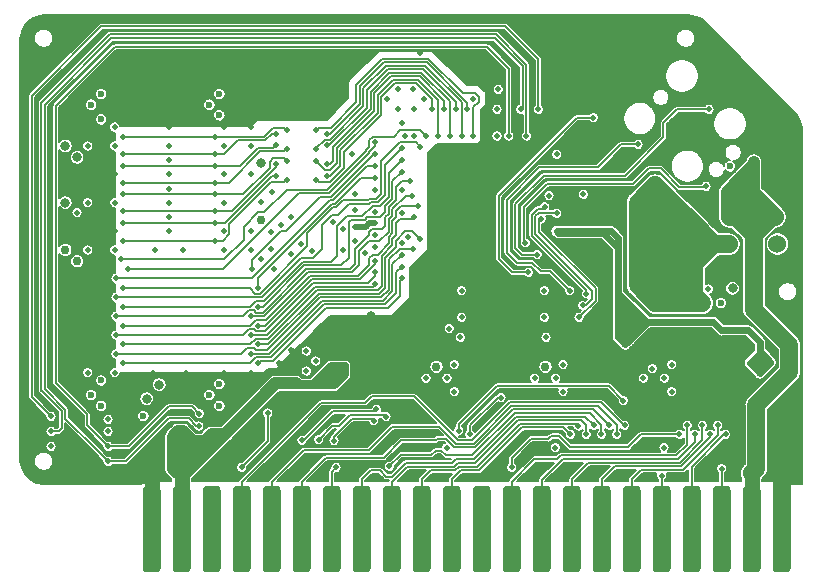
<source format=gbl>
G04 #@! TF.GenerationSoftware,KiCad,Pcbnew,(5.1.5-0-10_14)*
G04 #@! TF.CreationDate,2021-04-30T04:14:58-04:00*
G04 #@! TF.ProjectId,RAM2GS,52414d32-4753-42e6-9b69-6361645f7063,2.0*
G04 #@! TF.SameCoordinates,Original*
G04 #@! TF.FileFunction,Copper,L4,Bot*
G04 #@! TF.FilePolarity,Positive*
%FSLAX46Y46*%
G04 Gerber Fmt 4.6, Leading zero omitted, Abs format (unit mm)*
G04 Created by KiCad (PCBNEW (5.1.5-0-10_14)) date 2021-04-30 04:14:58*
%MOMM*%
%LPD*%
G04 APERTURE LIST*
%ADD10C,0.100000*%
%ADD11C,2.000000*%
%ADD12C,0.500000*%
%ADD13C,0.600000*%
%ADD14C,0.762000*%
%ADD15C,0.800000*%
%ADD16C,1.524000*%
%ADD17C,1.000000*%
%ADD18C,0.508000*%
%ADD19C,1.270000*%
%ADD20C,1.524000*%
%ADD21C,0.500000*%
%ADD22C,0.150000*%
%ADD23C,0.508000*%
%ADD24C,1.000000*%
%ADD25C,0.600000*%
G04 APERTURE END LIST*
G04 #@! TA.AperFunction,SMDPad,CuDef*
D10*
G36*
X111416345Y-131613835D02*
G01*
X111453329Y-131619321D01*
X111489598Y-131628406D01*
X111524802Y-131641002D01*
X111558602Y-131656988D01*
X111590672Y-131676210D01*
X111620704Y-131698483D01*
X111648408Y-131723592D01*
X111673517Y-131751296D01*
X111695790Y-131781328D01*
X111715012Y-131813398D01*
X111730998Y-131847198D01*
X111743594Y-131882402D01*
X111752679Y-131918671D01*
X111758165Y-131955655D01*
X111760000Y-131993000D01*
X111760000Y-138571000D01*
X111758165Y-138608345D01*
X111752679Y-138645329D01*
X111743594Y-138681598D01*
X111730998Y-138716802D01*
X111715012Y-138750602D01*
X111695790Y-138782672D01*
X111673517Y-138812704D01*
X111648408Y-138840408D01*
X111620704Y-138865517D01*
X111590672Y-138887790D01*
X111558602Y-138907012D01*
X111524802Y-138922998D01*
X111489598Y-138935594D01*
X111453329Y-138944679D01*
X111416345Y-138950165D01*
X111379000Y-138952000D01*
X110617000Y-138952000D01*
X110579655Y-138950165D01*
X110542671Y-138944679D01*
X110506402Y-138935594D01*
X110471198Y-138922998D01*
X110437398Y-138907012D01*
X110405328Y-138887790D01*
X110375296Y-138865517D01*
X110347592Y-138840408D01*
X110322483Y-138812704D01*
X110300210Y-138782672D01*
X110280988Y-138750602D01*
X110265002Y-138716802D01*
X110252406Y-138681598D01*
X110243321Y-138645329D01*
X110237835Y-138608345D01*
X110236000Y-138571000D01*
X110236000Y-131993000D01*
X110237835Y-131955655D01*
X110243321Y-131918671D01*
X110252406Y-131882402D01*
X110265002Y-131847198D01*
X110280988Y-131813398D01*
X110300210Y-131781328D01*
X110322483Y-131751296D01*
X110347592Y-131723592D01*
X110375296Y-131698483D01*
X110405328Y-131676210D01*
X110437398Y-131656988D01*
X110471198Y-131641002D01*
X110506402Y-131628406D01*
X110542671Y-131619321D01*
X110579655Y-131613835D01*
X110617000Y-131612000D01*
X111379000Y-131612000D01*
X111416345Y-131613835D01*
G37*
G04 #@! TD.AperFunction*
G04 #@! TA.AperFunction,SMDPad,CuDef*
G36*
X108876345Y-131613835D02*
G01*
X108913329Y-131619321D01*
X108949598Y-131628406D01*
X108984802Y-131641002D01*
X109018602Y-131656988D01*
X109050672Y-131676210D01*
X109080704Y-131698483D01*
X109108408Y-131723592D01*
X109133517Y-131751296D01*
X109155790Y-131781328D01*
X109175012Y-131813398D01*
X109190998Y-131847198D01*
X109203594Y-131882402D01*
X109212679Y-131918671D01*
X109218165Y-131955655D01*
X109220000Y-131993000D01*
X109220000Y-138571000D01*
X109218165Y-138608345D01*
X109212679Y-138645329D01*
X109203594Y-138681598D01*
X109190998Y-138716802D01*
X109175012Y-138750602D01*
X109155790Y-138782672D01*
X109133517Y-138812704D01*
X109108408Y-138840408D01*
X109080704Y-138865517D01*
X109050672Y-138887790D01*
X109018602Y-138907012D01*
X108984802Y-138922998D01*
X108949598Y-138935594D01*
X108913329Y-138944679D01*
X108876345Y-138950165D01*
X108839000Y-138952000D01*
X108077000Y-138952000D01*
X108039655Y-138950165D01*
X108002671Y-138944679D01*
X107966402Y-138935594D01*
X107931198Y-138922998D01*
X107897398Y-138907012D01*
X107865328Y-138887790D01*
X107835296Y-138865517D01*
X107807592Y-138840408D01*
X107782483Y-138812704D01*
X107760210Y-138782672D01*
X107740988Y-138750602D01*
X107725002Y-138716802D01*
X107712406Y-138681598D01*
X107703321Y-138645329D01*
X107697835Y-138608345D01*
X107696000Y-138571000D01*
X107696000Y-131993000D01*
X107697835Y-131955655D01*
X107703321Y-131918671D01*
X107712406Y-131882402D01*
X107725002Y-131847198D01*
X107740988Y-131813398D01*
X107760210Y-131781328D01*
X107782483Y-131751296D01*
X107807592Y-131723592D01*
X107835296Y-131698483D01*
X107865328Y-131676210D01*
X107897398Y-131656988D01*
X107931198Y-131641002D01*
X107966402Y-131628406D01*
X108002671Y-131619321D01*
X108039655Y-131613835D01*
X108077000Y-131612000D01*
X108839000Y-131612000D01*
X108876345Y-131613835D01*
G37*
G04 #@! TD.AperFunction*
G04 #@! TA.AperFunction,SMDPad,CuDef*
G36*
X106336345Y-131613835D02*
G01*
X106373329Y-131619321D01*
X106409598Y-131628406D01*
X106444802Y-131641002D01*
X106478602Y-131656988D01*
X106510672Y-131676210D01*
X106540704Y-131698483D01*
X106568408Y-131723592D01*
X106593517Y-131751296D01*
X106615790Y-131781328D01*
X106635012Y-131813398D01*
X106650998Y-131847198D01*
X106663594Y-131882402D01*
X106672679Y-131918671D01*
X106678165Y-131955655D01*
X106680000Y-131993000D01*
X106680000Y-138571000D01*
X106678165Y-138608345D01*
X106672679Y-138645329D01*
X106663594Y-138681598D01*
X106650998Y-138716802D01*
X106635012Y-138750602D01*
X106615790Y-138782672D01*
X106593517Y-138812704D01*
X106568408Y-138840408D01*
X106540704Y-138865517D01*
X106510672Y-138887790D01*
X106478602Y-138907012D01*
X106444802Y-138922998D01*
X106409598Y-138935594D01*
X106373329Y-138944679D01*
X106336345Y-138950165D01*
X106299000Y-138952000D01*
X105537000Y-138952000D01*
X105499655Y-138950165D01*
X105462671Y-138944679D01*
X105426402Y-138935594D01*
X105391198Y-138922998D01*
X105357398Y-138907012D01*
X105325328Y-138887790D01*
X105295296Y-138865517D01*
X105267592Y-138840408D01*
X105242483Y-138812704D01*
X105220210Y-138782672D01*
X105200988Y-138750602D01*
X105185002Y-138716802D01*
X105172406Y-138681598D01*
X105163321Y-138645329D01*
X105157835Y-138608345D01*
X105156000Y-138571000D01*
X105156000Y-131993000D01*
X105157835Y-131955655D01*
X105163321Y-131918671D01*
X105172406Y-131882402D01*
X105185002Y-131847198D01*
X105200988Y-131813398D01*
X105220210Y-131781328D01*
X105242483Y-131751296D01*
X105267592Y-131723592D01*
X105295296Y-131698483D01*
X105325328Y-131676210D01*
X105357398Y-131656988D01*
X105391198Y-131641002D01*
X105426402Y-131628406D01*
X105462671Y-131619321D01*
X105499655Y-131613835D01*
X105537000Y-131612000D01*
X106299000Y-131612000D01*
X106336345Y-131613835D01*
G37*
G04 #@! TD.AperFunction*
G04 #@! TA.AperFunction,SMDPad,CuDef*
G36*
X103796345Y-131613835D02*
G01*
X103833329Y-131619321D01*
X103869598Y-131628406D01*
X103904802Y-131641002D01*
X103938602Y-131656988D01*
X103970672Y-131676210D01*
X104000704Y-131698483D01*
X104028408Y-131723592D01*
X104053517Y-131751296D01*
X104075790Y-131781328D01*
X104095012Y-131813398D01*
X104110998Y-131847198D01*
X104123594Y-131882402D01*
X104132679Y-131918671D01*
X104138165Y-131955655D01*
X104140000Y-131993000D01*
X104140000Y-138571000D01*
X104138165Y-138608345D01*
X104132679Y-138645329D01*
X104123594Y-138681598D01*
X104110998Y-138716802D01*
X104095012Y-138750602D01*
X104075790Y-138782672D01*
X104053517Y-138812704D01*
X104028408Y-138840408D01*
X104000704Y-138865517D01*
X103970672Y-138887790D01*
X103938602Y-138907012D01*
X103904802Y-138922998D01*
X103869598Y-138935594D01*
X103833329Y-138944679D01*
X103796345Y-138950165D01*
X103759000Y-138952000D01*
X102997000Y-138952000D01*
X102959655Y-138950165D01*
X102922671Y-138944679D01*
X102886402Y-138935594D01*
X102851198Y-138922998D01*
X102817398Y-138907012D01*
X102785328Y-138887790D01*
X102755296Y-138865517D01*
X102727592Y-138840408D01*
X102702483Y-138812704D01*
X102680210Y-138782672D01*
X102660988Y-138750602D01*
X102645002Y-138716802D01*
X102632406Y-138681598D01*
X102623321Y-138645329D01*
X102617835Y-138608345D01*
X102616000Y-138571000D01*
X102616000Y-131993000D01*
X102617835Y-131955655D01*
X102623321Y-131918671D01*
X102632406Y-131882402D01*
X102645002Y-131847198D01*
X102660988Y-131813398D01*
X102680210Y-131781328D01*
X102702483Y-131751296D01*
X102727592Y-131723592D01*
X102755296Y-131698483D01*
X102785328Y-131676210D01*
X102817398Y-131656988D01*
X102851198Y-131641002D01*
X102886402Y-131628406D01*
X102922671Y-131619321D01*
X102959655Y-131613835D01*
X102997000Y-131612000D01*
X103759000Y-131612000D01*
X103796345Y-131613835D01*
G37*
G04 #@! TD.AperFunction*
G04 #@! TA.AperFunction,SMDPad,CuDef*
G36*
X101256345Y-131613835D02*
G01*
X101293329Y-131619321D01*
X101329598Y-131628406D01*
X101364802Y-131641002D01*
X101398602Y-131656988D01*
X101430672Y-131676210D01*
X101460704Y-131698483D01*
X101488408Y-131723592D01*
X101513517Y-131751296D01*
X101535790Y-131781328D01*
X101555012Y-131813398D01*
X101570998Y-131847198D01*
X101583594Y-131882402D01*
X101592679Y-131918671D01*
X101598165Y-131955655D01*
X101600000Y-131993000D01*
X101600000Y-138571000D01*
X101598165Y-138608345D01*
X101592679Y-138645329D01*
X101583594Y-138681598D01*
X101570998Y-138716802D01*
X101555012Y-138750602D01*
X101535790Y-138782672D01*
X101513517Y-138812704D01*
X101488408Y-138840408D01*
X101460704Y-138865517D01*
X101430672Y-138887790D01*
X101398602Y-138907012D01*
X101364802Y-138922998D01*
X101329598Y-138935594D01*
X101293329Y-138944679D01*
X101256345Y-138950165D01*
X101219000Y-138952000D01*
X100457000Y-138952000D01*
X100419655Y-138950165D01*
X100382671Y-138944679D01*
X100346402Y-138935594D01*
X100311198Y-138922998D01*
X100277398Y-138907012D01*
X100245328Y-138887790D01*
X100215296Y-138865517D01*
X100187592Y-138840408D01*
X100162483Y-138812704D01*
X100140210Y-138782672D01*
X100120988Y-138750602D01*
X100105002Y-138716802D01*
X100092406Y-138681598D01*
X100083321Y-138645329D01*
X100077835Y-138608345D01*
X100076000Y-138571000D01*
X100076000Y-131993000D01*
X100077835Y-131955655D01*
X100083321Y-131918671D01*
X100092406Y-131882402D01*
X100105002Y-131847198D01*
X100120988Y-131813398D01*
X100140210Y-131781328D01*
X100162483Y-131751296D01*
X100187592Y-131723592D01*
X100215296Y-131698483D01*
X100245328Y-131676210D01*
X100277398Y-131656988D01*
X100311198Y-131641002D01*
X100346402Y-131628406D01*
X100382671Y-131619321D01*
X100419655Y-131613835D01*
X100457000Y-131612000D01*
X101219000Y-131612000D01*
X101256345Y-131613835D01*
G37*
G04 #@! TD.AperFunction*
G04 #@! TA.AperFunction,SMDPad,CuDef*
G36*
X98716345Y-131613835D02*
G01*
X98753329Y-131619321D01*
X98789598Y-131628406D01*
X98824802Y-131641002D01*
X98858602Y-131656988D01*
X98890672Y-131676210D01*
X98920704Y-131698483D01*
X98948408Y-131723592D01*
X98973517Y-131751296D01*
X98995790Y-131781328D01*
X99015012Y-131813398D01*
X99030998Y-131847198D01*
X99043594Y-131882402D01*
X99052679Y-131918671D01*
X99058165Y-131955655D01*
X99060000Y-131993000D01*
X99060000Y-138571000D01*
X99058165Y-138608345D01*
X99052679Y-138645329D01*
X99043594Y-138681598D01*
X99030998Y-138716802D01*
X99015012Y-138750602D01*
X98995790Y-138782672D01*
X98973517Y-138812704D01*
X98948408Y-138840408D01*
X98920704Y-138865517D01*
X98890672Y-138887790D01*
X98858602Y-138907012D01*
X98824802Y-138922998D01*
X98789598Y-138935594D01*
X98753329Y-138944679D01*
X98716345Y-138950165D01*
X98679000Y-138952000D01*
X97917000Y-138952000D01*
X97879655Y-138950165D01*
X97842671Y-138944679D01*
X97806402Y-138935594D01*
X97771198Y-138922998D01*
X97737398Y-138907012D01*
X97705328Y-138887790D01*
X97675296Y-138865517D01*
X97647592Y-138840408D01*
X97622483Y-138812704D01*
X97600210Y-138782672D01*
X97580988Y-138750602D01*
X97565002Y-138716802D01*
X97552406Y-138681598D01*
X97543321Y-138645329D01*
X97537835Y-138608345D01*
X97536000Y-138571000D01*
X97536000Y-131993000D01*
X97537835Y-131955655D01*
X97543321Y-131918671D01*
X97552406Y-131882402D01*
X97565002Y-131847198D01*
X97580988Y-131813398D01*
X97600210Y-131781328D01*
X97622483Y-131751296D01*
X97647592Y-131723592D01*
X97675296Y-131698483D01*
X97705328Y-131676210D01*
X97737398Y-131656988D01*
X97771198Y-131641002D01*
X97806402Y-131628406D01*
X97842671Y-131619321D01*
X97879655Y-131613835D01*
X97917000Y-131612000D01*
X98679000Y-131612000D01*
X98716345Y-131613835D01*
G37*
G04 #@! TD.AperFunction*
G04 #@! TA.AperFunction,SMDPad,CuDef*
G36*
X96176345Y-131613835D02*
G01*
X96213329Y-131619321D01*
X96249598Y-131628406D01*
X96284802Y-131641002D01*
X96318602Y-131656988D01*
X96350672Y-131676210D01*
X96380704Y-131698483D01*
X96408408Y-131723592D01*
X96433517Y-131751296D01*
X96455790Y-131781328D01*
X96475012Y-131813398D01*
X96490998Y-131847198D01*
X96503594Y-131882402D01*
X96512679Y-131918671D01*
X96518165Y-131955655D01*
X96520000Y-131993000D01*
X96520000Y-138571000D01*
X96518165Y-138608345D01*
X96512679Y-138645329D01*
X96503594Y-138681598D01*
X96490998Y-138716802D01*
X96475012Y-138750602D01*
X96455790Y-138782672D01*
X96433517Y-138812704D01*
X96408408Y-138840408D01*
X96380704Y-138865517D01*
X96350672Y-138887790D01*
X96318602Y-138907012D01*
X96284802Y-138922998D01*
X96249598Y-138935594D01*
X96213329Y-138944679D01*
X96176345Y-138950165D01*
X96139000Y-138952000D01*
X95377000Y-138952000D01*
X95339655Y-138950165D01*
X95302671Y-138944679D01*
X95266402Y-138935594D01*
X95231198Y-138922998D01*
X95197398Y-138907012D01*
X95165328Y-138887790D01*
X95135296Y-138865517D01*
X95107592Y-138840408D01*
X95082483Y-138812704D01*
X95060210Y-138782672D01*
X95040988Y-138750602D01*
X95025002Y-138716802D01*
X95012406Y-138681598D01*
X95003321Y-138645329D01*
X94997835Y-138608345D01*
X94996000Y-138571000D01*
X94996000Y-131993000D01*
X94997835Y-131955655D01*
X95003321Y-131918671D01*
X95012406Y-131882402D01*
X95025002Y-131847198D01*
X95040988Y-131813398D01*
X95060210Y-131781328D01*
X95082483Y-131751296D01*
X95107592Y-131723592D01*
X95135296Y-131698483D01*
X95165328Y-131676210D01*
X95197398Y-131656988D01*
X95231198Y-131641002D01*
X95266402Y-131628406D01*
X95302671Y-131619321D01*
X95339655Y-131613835D01*
X95377000Y-131612000D01*
X96139000Y-131612000D01*
X96176345Y-131613835D01*
G37*
G04 #@! TD.AperFunction*
G04 #@! TA.AperFunction,SMDPad,CuDef*
G36*
X93636345Y-131613835D02*
G01*
X93673329Y-131619321D01*
X93709598Y-131628406D01*
X93744802Y-131641002D01*
X93778602Y-131656988D01*
X93810672Y-131676210D01*
X93840704Y-131698483D01*
X93868408Y-131723592D01*
X93893517Y-131751296D01*
X93915790Y-131781328D01*
X93935012Y-131813398D01*
X93950998Y-131847198D01*
X93963594Y-131882402D01*
X93972679Y-131918671D01*
X93978165Y-131955655D01*
X93980000Y-131993000D01*
X93980000Y-138571000D01*
X93978165Y-138608345D01*
X93972679Y-138645329D01*
X93963594Y-138681598D01*
X93950998Y-138716802D01*
X93935012Y-138750602D01*
X93915790Y-138782672D01*
X93893517Y-138812704D01*
X93868408Y-138840408D01*
X93840704Y-138865517D01*
X93810672Y-138887790D01*
X93778602Y-138907012D01*
X93744802Y-138922998D01*
X93709598Y-138935594D01*
X93673329Y-138944679D01*
X93636345Y-138950165D01*
X93599000Y-138952000D01*
X92837000Y-138952000D01*
X92799655Y-138950165D01*
X92762671Y-138944679D01*
X92726402Y-138935594D01*
X92691198Y-138922998D01*
X92657398Y-138907012D01*
X92625328Y-138887790D01*
X92595296Y-138865517D01*
X92567592Y-138840408D01*
X92542483Y-138812704D01*
X92520210Y-138782672D01*
X92500988Y-138750602D01*
X92485002Y-138716802D01*
X92472406Y-138681598D01*
X92463321Y-138645329D01*
X92457835Y-138608345D01*
X92456000Y-138571000D01*
X92456000Y-131993000D01*
X92457835Y-131955655D01*
X92463321Y-131918671D01*
X92472406Y-131882402D01*
X92485002Y-131847198D01*
X92500988Y-131813398D01*
X92520210Y-131781328D01*
X92542483Y-131751296D01*
X92567592Y-131723592D01*
X92595296Y-131698483D01*
X92625328Y-131676210D01*
X92657398Y-131656988D01*
X92691198Y-131641002D01*
X92726402Y-131628406D01*
X92762671Y-131619321D01*
X92799655Y-131613835D01*
X92837000Y-131612000D01*
X93599000Y-131612000D01*
X93636345Y-131613835D01*
G37*
G04 #@! TD.AperFunction*
G04 #@! TA.AperFunction,SMDPad,CuDef*
G36*
X91096345Y-131613835D02*
G01*
X91133329Y-131619321D01*
X91169598Y-131628406D01*
X91204802Y-131641002D01*
X91238602Y-131656988D01*
X91270672Y-131676210D01*
X91300704Y-131698483D01*
X91328408Y-131723592D01*
X91353517Y-131751296D01*
X91375790Y-131781328D01*
X91395012Y-131813398D01*
X91410998Y-131847198D01*
X91423594Y-131882402D01*
X91432679Y-131918671D01*
X91438165Y-131955655D01*
X91440000Y-131993000D01*
X91440000Y-138571000D01*
X91438165Y-138608345D01*
X91432679Y-138645329D01*
X91423594Y-138681598D01*
X91410998Y-138716802D01*
X91395012Y-138750602D01*
X91375790Y-138782672D01*
X91353517Y-138812704D01*
X91328408Y-138840408D01*
X91300704Y-138865517D01*
X91270672Y-138887790D01*
X91238602Y-138907012D01*
X91204802Y-138922998D01*
X91169598Y-138935594D01*
X91133329Y-138944679D01*
X91096345Y-138950165D01*
X91059000Y-138952000D01*
X90297000Y-138952000D01*
X90259655Y-138950165D01*
X90222671Y-138944679D01*
X90186402Y-138935594D01*
X90151198Y-138922998D01*
X90117398Y-138907012D01*
X90085328Y-138887790D01*
X90055296Y-138865517D01*
X90027592Y-138840408D01*
X90002483Y-138812704D01*
X89980210Y-138782672D01*
X89960988Y-138750602D01*
X89945002Y-138716802D01*
X89932406Y-138681598D01*
X89923321Y-138645329D01*
X89917835Y-138608345D01*
X89916000Y-138571000D01*
X89916000Y-131993000D01*
X89917835Y-131955655D01*
X89923321Y-131918671D01*
X89932406Y-131882402D01*
X89945002Y-131847198D01*
X89960988Y-131813398D01*
X89980210Y-131781328D01*
X90002483Y-131751296D01*
X90027592Y-131723592D01*
X90055296Y-131698483D01*
X90085328Y-131676210D01*
X90117398Y-131656988D01*
X90151198Y-131641002D01*
X90186402Y-131628406D01*
X90222671Y-131619321D01*
X90259655Y-131613835D01*
X90297000Y-131612000D01*
X91059000Y-131612000D01*
X91096345Y-131613835D01*
G37*
G04 #@! TD.AperFunction*
G04 #@! TA.AperFunction,SMDPad,CuDef*
G36*
X88556345Y-131613835D02*
G01*
X88593329Y-131619321D01*
X88629598Y-131628406D01*
X88664802Y-131641002D01*
X88698602Y-131656988D01*
X88730672Y-131676210D01*
X88760704Y-131698483D01*
X88788408Y-131723592D01*
X88813517Y-131751296D01*
X88835790Y-131781328D01*
X88855012Y-131813398D01*
X88870998Y-131847198D01*
X88883594Y-131882402D01*
X88892679Y-131918671D01*
X88898165Y-131955655D01*
X88900000Y-131993000D01*
X88900000Y-138571000D01*
X88898165Y-138608345D01*
X88892679Y-138645329D01*
X88883594Y-138681598D01*
X88870998Y-138716802D01*
X88855012Y-138750602D01*
X88835790Y-138782672D01*
X88813517Y-138812704D01*
X88788408Y-138840408D01*
X88760704Y-138865517D01*
X88730672Y-138887790D01*
X88698602Y-138907012D01*
X88664802Y-138922998D01*
X88629598Y-138935594D01*
X88593329Y-138944679D01*
X88556345Y-138950165D01*
X88519000Y-138952000D01*
X87757000Y-138952000D01*
X87719655Y-138950165D01*
X87682671Y-138944679D01*
X87646402Y-138935594D01*
X87611198Y-138922998D01*
X87577398Y-138907012D01*
X87545328Y-138887790D01*
X87515296Y-138865517D01*
X87487592Y-138840408D01*
X87462483Y-138812704D01*
X87440210Y-138782672D01*
X87420988Y-138750602D01*
X87405002Y-138716802D01*
X87392406Y-138681598D01*
X87383321Y-138645329D01*
X87377835Y-138608345D01*
X87376000Y-138571000D01*
X87376000Y-131993000D01*
X87377835Y-131955655D01*
X87383321Y-131918671D01*
X87392406Y-131882402D01*
X87405002Y-131847198D01*
X87420988Y-131813398D01*
X87440210Y-131781328D01*
X87462483Y-131751296D01*
X87487592Y-131723592D01*
X87515296Y-131698483D01*
X87545328Y-131676210D01*
X87577398Y-131656988D01*
X87611198Y-131641002D01*
X87646402Y-131628406D01*
X87682671Y-131619321D01*
X87719655Y-131613835D01*
X87757000Y-131612000D01*
X88519000Y-131612000D01*
X88556345Y-131613835D01*
G37*
G04 #@! TD.AperFunction*
G04 #@! TA.AperFunction,SMDPad,CuDef*
G36*
X86016345Y-131613835D02*
G01*
X86053329Y-131619321D01*
X86089598Y-131628406D01*
X86124802Y-131641002D01*
X86158602Y-131656988D01*
X86190672Y-131676210D01*
X86220704Y-131698483D01*
X86248408Y-131723592D01*
X86273517Y-131751296D01*
X86295790Y-131781328D01*
X86315012Y-131813398D01*
X86330998Y-131847198D01*
X86343594Y-131882402D01*
X86352679Y-131918671D01*
X86358165Y-131955655D01*
X86360000Y-131993000D01*
X86360000Y-138571000D01*
X86358165Y-138608345D01*
X86352679Y-138645329D01*
X86343594Y-138681598D01*
X86330998Y-138716802D01*
X86315012Y-138750602D01*
X86295790Y-138782672D01*
X86273517Y-138812704D01*
X86248408Y-138840408D01*
X86220704Y-138865517D01*
X86190672Y-138887790D01*
X86158602Y-138907012D01*
X86124802Y-138922998D01*
X86089598Y-138935594D01*
X86053329Y-138944679D01*
X86016345Y-138950165D01*
X85979000Y-138952000D01*
X85217000Y-138952000D01*
X85179655Y-138950165D01*
X85142671Y-138944679D01*
X85106402Y-138935594D01*
X85071198Y-138922998D01*
X85037398Y-138907012D01*
X85005328Y-138887790D01*
X84975296Y-138865517D01*
X84947592Y-138840408D01*
X84922483Y-138812704D01*
X84900210Y-138782672D01*
X84880988Y-138750602D01*
X84865002Y-138716802D01*
X84852406Y-138681598D01*
X84843321Y-138645329D01*
X84837835Y-138608345D01*
X84836000Y-138571000D01*
X84836000Y-131993000D01*
X84837835Y-131955655D01*
X84843321Y-131918671D01*
X84852406Y-131882402D01*
X84865002Y-131847198D01*
X84880988Y-131813398D01*
X84900210Y-131781328D01*
X84922483Y-131751296D01*
X84947592Y-131723592D01*
X84975296Y-131698483D01*
X85005328Y-131676210D01*
X85037398Y-131656988D01*
X85071198Y-131641002D01*
X85106402Y-131628406D01*
X85142671Y-131619321D01*
X85179655Y-131613835D01*
X85217000Y-131612000D01*
X85979000Y-131612000D01*
X86016345Y-131613835D01*
G37*
G04 #@! TD.AperFunction*
G04 #@! TA.AperFunction,SMDPad,CuDef*
G36*
X83476345Y-131613835D02*
G01*
X83513329Y-131619321D01*
X83549598Y-131628406D01*
X83584802Y-131641002D01*
X83618602Y-131656988D01*
X83650672Y-131676210D01*
X83680704Y-131698483D01*
X83708408Y-131723592D01*
X83733517Y-131751296D01*
X83755790Y-131781328D01*
X83775012Y-131813398D01*
X83790998Y-131847198D01*
X83803594Y-131882402D01*
X83812679Y-131918671D01*
X83818165Y-131955655D01*
X83820000Y-131993000D01*
X83820000Y-138571000D01*
X83818165Y-138608345D01*
X83812679Y-138645329D01*
X83803594Y-138681598D01*
X83790998Y-138716802D01*
X83775012Y-138750602D01*
X83755790Y-138782672D01*
X83733517Y-138812704D01*
X83708408Y-138840408D01*
X83680704Y-138865517D01*
X83650672Y-138887790D01*
X83618602Y-138907012D01*
X83584802Y-138922998D01*
X83549598Y-138935594D01*
X83513329Y-138944679D01*
X83476345Y-138950165D01*
X83439000Y-138952000D01*
X82677000Y-138952000D01*
X82639655Y-138950165D01*
X82602671Y-138944679D01*
X82566402Y-138935594D01*
X82531198Y-138922998D01*
X82497398Y-138907012D01*
X82465328Y-138887790D01*
X82435296Y-138865517D01*
X82407592Y-138840408D01*
X82382483Y-138812704D01*
X82360210Y-138782672D01*
X82340988Y-138750602D01*
X82325002Y-138716802D01*
X82312406Y-138681598D01*
X82303321Y-138645329D01*
X82297835Y-138608345D01*
X82296000Y-138571000D01*
X82296000Y-131993000D01*
X82297835Y-131955655D01*
X82303321Y-131918671D01*
X82312406Y-131882402D01*
X82325002Y-131847198D01*
X82340988Y-131813398D01*
X82360210Y-131781328D01*
X82382483Y-131751296D01*
X82407592Y-131723592D01*
X82435296Y-131698483D01*
X82465328Y-131676210D01*
X82497398Y-131656988D01*
X82531198Y-131641002D01*
X82566402Y-131628406D01*
X82602671Y-131619321D01*
X82639655Y-131613835D01*
X82677000Y-131612000D01*
X83439000Y-131612000D01*
X83476345Y-131613835D01*
G37*
G04 #@! TD.AperFunction*
G04 #@! TA.AperFunction,SMDPad,CuDef*
G36*
X80936345Y-131613835D02*
G01*
X80973329Y-131619321D01*
X81009598Y-131628406D01*
X81044802Y-131641002D01*
X81078602Y-131656988D01*
X81110672Y-131676210D01*
X81140704Y-131698483D01*
X81168408Y-131723592D01*
X81193517Y-131751296D01*
X81215790Y-131781328D01*
X81235012Y-131813398D01*
X81250998Y-131847198D01*
X81263594Y-131882402D01*
X81272679Y-131918671D01*
X81278165Y-131955655D01*
X81280000Y-131993000D01*
X81280000Y-138571000D01*
X81278165Y-138608345D01*
X81272679Y-138645329D01*
X81263594Y-138681598D01*
X81250998Y-138716802D01*
X81235012Y-138750602D01*
X81215790Y-138782672D01*
X81193517Y-138812704D01*
X81168408Y-138840408D01*
X81140704Y-138865517D01*
X81110672Y-138887790D01*
X81078602Y-138907012D01*
X81044802Y-138922998D01*
X81009598Y-138935594D01*
X80973329Y-138944679D01*
X80936345Y-138950165D01*
X80899000Y-138952000D01*
X80137000Y-138952000D01*
X80099655Y-138950165D01*
X80062671Y-138944679D01*
X80026402Y-138935594D01*
X79991198Y-138922998D01*
X79957398Y-138907012D01*
X79925328Y-138887790D01*
X79895296Y-138865517D01*
X79867592Y-138840408D01*
X79842483Y-138812704D01*
X79820210Y-138782672D01*
X79800988Y-138750602D01*
X79785002Y-138716802D01*
X79772406Y-138681598D01*
X79763321Y-138645329D01*
X79757835Y-138608345D01*
X79756000Y-138571000D01*
X79756000Y-131993000D01*
X79757835Y-131955655D01*
X79763321Y-131918671D01*
X79772406Y-131882402D01*
X79785002Y-131847198D01*
X79800988Y-131813398D01*
X79820210Y-131781328D01*
X79842483Y-131751296D01*
X79867592Y-131723592D01*
X79895296Y-131698483D01*
X79925328Y-131676210D01*
X79957398Y-131656988D01*
X79991198Y-131641002D01*
X80026402Y-131628406D01*
X80062671Y-131619321D01*
X80099655Y-131613835D01*
X80137000Y-131612000D01*
X80899000Y-131612000D01*
X80936345Y-131613835D01*
G37*
G04 #@! TD.AperFunction*
G04 #@! TA.AperFunction,SMDPad,CuDef*
G36*
X78396345Y-131613835D02*
G01*
X78433329Y-131619321D01*
X78469598Y-131628406D01*
X78504802Y-131641002D01*
X78538602Y-131656988D01*
X78570672Y-131676210D01*
X78600704Y-131698483D01*
X78628408Y-131723592D01*
X78653517Y-131751296D01*
X78675790Y-131781328D01*
X78695012Y-131813398D01*
X78710998Y-131847198D01*
X78723594Y-131882402D01*
X78732679Y-131918671D01*
X78738165Y-131955655D01*
X78740000Y-131993000D01*
X78740000Y-138571000D01*
X78738165Y-138608345D01*
X78732679Y-138645329D01*
X78723594Y-138681598D01*
X78710998Y-138716802D01*
X78695012Y-138750602D01*
X78675790Y-138782672D01*
X78653517Y-138812704D01*
X78628408Y-138840408D01*
X78600704Y-138865517D01*
X78570672Y-138887790D01*
X78538602Y-138907012D01*
X78504802Y-138922998D01*
X78469598Y-138935594D01*
X78433329Y-138944679D01*
X78396345Y-138950165D01*
X78359000Y-138952000D01*
X77597000Y-138952000D01*
X77559655Y-138950165D01*
X77522671Y-138944679D01*
X77486402Y-138935594D01*
X77451198Y-138922998D01*
X77417398Y-138907012D01*
X77385328Y-138887790D01*
X77355296Y-138865517D01*
X77327592Y-138840408D01*
X77302483Y-138812704D01*
X77280210Y-138782672D01*
X77260988Y-138750602D01*
X77245002Y-138716802D01*
X77232406Y-138681598D01*
X77223321Y-138645329D01*
X77217835Y-138608345D01*
X77216000Y-138571000D01*
X77216000Y-131993000D01*
X77217835Y-131955655D01*
X77223321Y-131918671D01*
X77232406Y-131882402D01*
X77245002Y-131847198D01*
X77260988Y-131813398D01*
X77280210Y-131781328D01*
X77302483Y-131751296D01*
X77327592Y-131723592D01*
X77355296Y-131698483D01*
X77385328Y-131676210D01*
X77417398Y-131656988D01*
X77451198Y-131641002D01*
X77486402Y-131628406D01*
X77522671Y-131619321D01*
X77559655Y-131613835D01*
X77597000Y-131612000D01*
X78359000Y-131612000D01*
X78396345Y-131613835D01*
G37*
G04 #@! TD.AperFunction*
G04 #@! TA.AperFunction,SMDPad,CuDef*
G36*
X75856345Y-131613835D02*
G01*
X75893329Y-131619321D01*
X75929598Y-131628406D01*
X75964802Y-131641002D01*
X75998602Y-131656988D01*
X76030672Y-131676210D01*
X76060704Y-131698483D01*
X76088408Y-131723592D01*
X76113517Y-131751296D01*
X76135790Y-131781328D01*
X76155012Y-131813398D01*
X76170998Y-131847198D01*
X76183594Y-131882402D01*
X76192679Y-131918671D01*
X76198165Y-131955655D01*
X76200000Y-131993000D01*
X76200000Y-138571000D01*
X76198165Y-138608345D01*
X76192679Y-138645329D01*
X76183594Y-138681598D01*
X76170998Y-138716802D01*
X76155012Y-138750602D01*
X76135790Y-138782672D01*
X76113517Y-138812704D01*
X76088408Y-138840408D01*
X76060704Y-138865517D01*
X76030672Y-138887790D01*
X75998602Y-138907012D01*
X75964802Y-138922998D01*
X75929598Y-138935594D01*
X75893329Y-138944679D01*
X75856345Y-138950165D01*
X75819000Y-138952000D01*
X75057000Y-138952000D01*
X75019655Y-138950165D01*
X74982671Y-138944679D01*
X74946402Y-138935594D01*
X74911198Y-138922998D01*
X74877398Y-138907012D01*
X74845328Y-138887790D01*
X74815296Y-138865517D01*
X74787592Y-138840408D01*
X74762483Y-138812704D01*
X74740210Y-138782672D01*
X74720988Y-138750602D01*
X74705002Y-138716802D01*
X74692406Y-138681598D01*
X74683321Y-138645329D01*
X74677835Y-138608345D01*
X74676000Y-138571000D01*
X74676000Y-131993000D01*
X74677835Y-131955655D01*
X74683321Y-131918671D01*
X74692406Y-131882402D01*
X74705002Y-131847198D01*
X74720988Y-131813398D01*
X74740210Y-131781328D01*
X74762483Y-131751296D01*
X74787592Y-131723592D01*
X74815296Y-131698483D01*
X74845328Y-131676210D01*
X74877398Y-131656988D01*
X74911198Y-131641002D01*
X74946402Y-131628406D01*
X74982671Y-131619321D01*
X75019655Y-131613835D01*
X75057000Y-131612000D01*
X75819000Y-131612000D01*
X75856345Y-131613835D01*
G37*
G04 #@! TD.AperFunction*
G04 #@! TA.AperFunction,SMDPad,CuDef*
G36*
X73316345Y-131613835D02*
G01*
X73353329Y-131619321D01*
X73389598Y-131628406D01*
X73424802Y-131641002D01*
X73458602Y-131656988D01*
X73490672Y-131676210D01*
X73520704Y-131698483D01*
X73548408Y-131723592D01*
X73573517Y-131751296D01*
X73595790Y-131781328D01*
X73615012Y-131813398D01*
X73630998Y-131847198D01*
X73643594Y-131882402D01*
X73652679Y-131918671D01*
X73658165Y-131955655D01*
X73660000Y-131993000D01*
X73660000Y-138571000D01*
X73658165Y-138608345D01*
X73652679Y-138645329D01*
X73643594Y-138681598D01*
X73630998Y-138716802D01*
X73615012Y-138750602D01*
X73595790Y-138782672D01*
X73573517Y-138812704D01*
X73548408Y-138840408D01*
X73520704Y-138865517D01*
X73490672Y-138887790D01*
X73458602Y-138907012D01*
X73424802Y-138922998D01*
X73389598Y-138935594D01*
X73353329Y-138944679D01*
X73316345Y-138950165D01*
X73279000Y-138952000D01*
X72517000Y-138952000D01*
X72479655Y-138950165D01*
X72442671Y-138944679D01*
X72406402Y-138935594D01*
X72371198Y-138922998D01*
X72337398Y-138907012D01*
X72305328Y-138887790D01*
X72275296Y-138865517D01*
X72247592Y-138840408D01*
X72222483Y-138812704D01*
X72200210Y-138782672D01*
X72180988Y-138750602D01*
X72165002Y-138716802D01*
X72152406Y-138681598D01*
X72143321Y-138645329D01*
X72137835Y-138608345D01*
X72136000Y-138571000D01*
X72136000Y-131993000D01*
X72137835Y-131955655D01*
X72143321Y-131918671D01*
X72152406Y-131882402D01*
X72165002Y-131847198D01*
X72180988Y-131813398D01*
X72200210Y-131781328D01*
X72222483Y-131751296D01*
X72247592Y-131723592D01*
X72275296Y-131698483D01*
X72305328Y-131676210D01*
X72337398Y-131656988D01*
X72371198Y-131641002D01*
X72406402Y-131628406D01*
X72442671Y-131619321D01*
X72479655Y-131613835D01*
X72517000Y-131612000D01*
X73279000Y-131612000D01*
X73316345Y-131613835D01*
G37*
G04 #@! TD.AperFunction*
G04 #@! TA.AperFunction,SMDPad,CuDef*
G36*
X70776345Y-131613835D02*
G01*
X70813329Y-131619321D01*
X70849598Y-131628406D01*
X70884802Y-131641002D01*
X70918602Y-131656988D01*
X70950672Y-131676210D01*
X70980704Y-131698483D01*
X71008408Y-131723592D01*
X71033517Y-131751296D01*
X71055790Y-131781328D01*
X71075012Y-131813398D01*
X71090998Y-131847198D01*
X71103594Y-131882402D01*
X71112679Y-131918671D01*
X71118165Y-131955655D01*
X71120000Y-131993000D01*
X71120000Y-138571000D01*
X71118165Y-138608345D01*
X71112679Y-138645329D01*
X71103594Y-138681598D01*
X71090998Y-138716802D01*
X71075012Y-138750602D01*
X71055790Y-138782672D01*
X71033517Y-138812704D01*
X71008408Y-138840408D01*
X70980704Y-138865517D01*
X70950672Y-138887790D01*
X70918602Y-138907012D01*
X70884802Y-138922998D01*
X70849598Y-138935594D01*
X70813329Y-138944679D01*
X70776345Y-138950165D01*
X70739000Y-138952000D01*
X69977000Y-138952000D01*
X69939655Y-138950165D01*
X69902671Y-138944679D01*
X69866402Y-138935594D01*
X69831198Y-138922998D01*
X69797398Y-138907012D01*
X69765328Y-138887790D01*
X69735296Y-138865517D01*
X69707592Y-138840408D01*
X69682483Y-138812704D01*
X69660210Y-138782672D01*
X69640988Y-138750602D01*
X69625002Y-138716802D01*
X69612406Y-138681598D01*
X69603321Y-138645329D01*
X69597835Y-138608345D01*
X69596000Y-138571000D01*
X69596000Y-131993000D01*
X69597835Y-131955655D01*
X69603321Y-131918671D01*
X69612406Y-131882402D01*
X69625002Y-131847198D01*
X69640988Y-131813398D01*
X69660210Y-131781328D01*
X69682483Y-131751296D01*
X69707592Y-131723592D01*
X69735296Y-131698483D01*
X69765328Y-131676210D01*
X69797398Y-131656988D01*
X69831198Y-131641002D01*
X69866402Y-131628406D01*
X69902671Y-131619321D01*
X69939655Y-131613835D01*
X69977000Y-131612000D01*
X70739000Y-131612000D01*
X70776345Y-131613835D01*
G37*
G04 #@! TD.AperFunction*
G04 #@! TA.AperFunction,SMDPad,CuDef*
G36*
X68236345Y-131613835D02*
G01*
X68273329Y-131619321D01*
X68309598Y-131628406D01*
X68344802Y-131641002D01*
X68378602Y-131656988D01*
X68410672Y-131676210D01*
X68440704Y-131698483D01*
X68468408Y-131723592D01*
X68493517Y-131751296D01*
X68515790Y-131781328D01*
X68535012Y-131813398D01*
X68550998Y-131847198D01*
X68563594Y-131882402D01*
X68572679Y-131918671D01*
X68578165Y-131955655D01*
X68580000Y-131993000D01*
X68580000Y-138571000D01*
X68578165Y-138608345D01*
X68572679Y-138645329D01*
X68563594Y-138681598D01*
X68550998Y-138716802D01*
X68535012Y-138750602D01*
X68515790Y-138782672D01*
X68493517Y-138812704D01*
X68468408Y-138840408D01*
X68440704Y-138865517D01*
X68410672Y-138887790D01*
X68378602Y-138907012D01*
X68344802Y-138922998D01*
X68309598Y-138935594D01*
X68273329Y-138944679D01*
X68236345Y-138950165D01*
X68199000Y-138952000D01*
X67437000Y-138952000D01*
X67399655Y-138950165D01*
X67362671Y-138944679D01*
X67326402Y-138935594D01*
X67291198Y-138922998D01*
X67257398Y-138907012D01*
X67225328Y-138887790D01*
X67195296Y-138865517D01*
X67167592Y-138840408D01*
X67142483Y-138812704D01*
X67120210Y-138782672D01*
X67100988Y-138750602D01*
X67085002Y-138716802D01*
X67072406Y-138681598D01*
X67063321Y-138645329D01*
X67057835Y-138608345D01*
X67056000Y-138571000D01*
X67056000Y-131993000D01*
X67057835Y-131955655D01*
X67063321Y-131918671D01*
X67072406Y-131882402D01*
X67085002Y-131847198D01*
X67100988Y-131813398D01*
X67120210Y-131781328D01*
X67142483Y-131751296D01*
X67167592Y-131723592D01*
X67195296Y-131698483D01*
X67225328Y-131676210D01*
X67257398Y-131656988D01*
X67291198Y-131641002D01*
X67326402Y-131628406D01*
X67362671Y-131619321D01*
X67399655Y-131613835D01*
X67437000Y-131612000D01*
X68199000Y-131612000D01*
X68236345Y-131613835D01*
G37*
G04 #@! TD.AperFunction*
G04 #@! TA.AperFunction,SMDPad,CuDef*
G36*
X65696345Y-131613835D02*
G01*
X65733329Y-131619321D01*
X65769598Y-131628406D01*
X65804802Y-131641002D01*
X65838602Y-131656988D01*
X65870672Y-131676210D01*
X65900704Y-131698483D01*
X65928408Y-131723592D01*
X65953517Y-131751296D01*
X65975790Y-131781328D01*
X65995012Y-131813398D01*
X66010998Y-131847198D01*
X66023594Y-131882402D01*
X66032679Y-131918671D01*
X66038165Y-131955655D01*
X66040000Y-131993000D01*
X66040000Y-138571000D01*
X66038165Y-138608345D01*
X66032679Y-138645329D01*
X66023594Y-138681598D01*
X66010998Y-138716802D01*
X65995012Y-138750602D01*
X65975790Y-138782672D01*
X65953517Y-138812704D01*
X65928408Y-138840408D01*
X65900704Y-138865517D01*
X65870672Y-138887790D01*
X65838602Y-138907012D01*
X65804802Y-138922998D01*
X65769598Y-138935594D01*
X65733329Y-138944679D01*
X65696345Y-138950165D01*
X65659000Y-138952000D01*
X64897000Y-138952000D01*
X64859655Y-138950165D01*
X64822671Y-138944679D01*
X64786402Y-138935594D01*
X64751198Y-138922998D01*
X64717398Y-138907012D01*
X64685328Y-138887790D01*
X64655296Y-138865517D01*
X64627592Y-138840408D01*
X64602483Y-138812704D01*
X64580210Y-138782672D01*
X64560988Y-138750602D01*
X64545002Y-138716802D01*
X64532406Y-138681598D01*
X64523321Y-138645329D01*
X64517835Y-138608345D01*
X64516000Y-138571000D01*
X64516000Y-131993000D01*
X64517835Y-131955655D01*
X64523321Y-131918671D01*
X64532406Y-131882402D01*
X64545002Y-131847198D01*
X64560988Y-131813398D01*
X64580210Y-131781328D01*
X64602483Y-131751296D01*
X64627592Y-131723592D01*
X64655296Y-131698483D01*
X64685328Y-131676210D01*
X64717398Y-131656988D01*
X64751198Y-131641002D01*
X64786402Y-131628406D01*
X64822671Y-131619321D01*
X64859655Y-131613835D01*
X64897000Y-131612000D01*
X65659000Y-131612000D01*
X65696345Y-131613835D01*
G37*
G04 #@! TD.AperFunction*
G04 #@! TA.AperFunction,SMDPad,CuDef*
G36*
X63156345Y-131613835D02*
G01*
X63193329Y-131619321D01*
X63229598Y-131628406D01*
X63264802Y-131641002D01*
X63298602Y-131656988D01*
X63330672Y-131676210D01*
X63360704Y-131698483D01*
X63388408Y-131723592D01*
X63413517Y-131751296D01*
X63435790Y-131781328D01*
X63455012Y-131813398D01*
X63470998Y-131847198D01*
X63483594Y-131882402D01*
X63492679Y-131918671D01*
X63498165Y-131955655D01*
X63500000Y-131993000D01*
X63500000Y-138571000D01*
X63498165Y-138608345D01*
X63492679Y-138645329D01*
X63483594Y-138681598D01*
X63470998Y-138716802D01*
X63455012Y-138750602D01*
X63435790Y-138782672D01*
X63413517Y-138812704D01*
X63388408Y-138840408D01*
X63360704Y-138865517D01*
X63330672Y-138887790D01*
X63298602Y-138907012D01*
X63264802Y-138922998D01*
X63229598Y-138935594D01*
X63193329Y-138944679D01*
X63156345Y-138950165D01*
X63119000Y-138952000D01*
X62357000Y-138952000D01*
X62319655Y-138950165D01*
X62282671Y-138944679D01*
X62246402Y-138935594D01*
X62211198Y-138922998D01*
X62177398Y-138907012D01*
X62145328Y-138887790D01*
X62115296Y-138865517D01*
X62087592Y-138840408D01*
X62062483Y-138812704D01*
X62040210Y-138782672D01*
X62020988Y-138750602D01*
X62005002Y-138716802D01*
X61992406Y-138681598D01*
X61983321Y-138645329D01*
X61977835Y-138608345D01*
X61976000Y-138571000D01*
X61976000Y-131993000D01*
X61977835Y-131955655D01*
X61983321Y-131918671D01*
X61992406Y-131882402D01*
X62005002Y-131847198D01*
X62020988Y-131813398D01*
X62040210Y-131781328D01*
X62062483Y-131751296D01*
X62087592Y-131723592D01*
X62115296Y-131698483D01*
X62145328Y-131676210D01*
X62177398Y-131656988D01*
X62211198Y-131641002D01*
X62246402Y-131628406D01*
X62282671Y-131619321D01*
X62319655Y-131613835D01*
X62357000Y-131612000D01*
X63119000Y-131612000D01*
X63156345Y-131613835D01*
G37*
G04 #@! TD.AperFunction*
G04 #@! TA.AperFunction,SMDPad,CuDef*
G36*
X60616345Y-131613835D02*
G01*
X60653329Y-131619321D01*
X60689598Y-131628406D01*
X60724802Y-131641002D01*
X60758602Y-131656988D01*
X60790672Y-131676210D01*
X60820704Y-131698483D01*
X60848408Y-131723592D01*
X60873517Y-131751296D01*
X60895790Y-131781328D01*
X60915012Y-131813398D01*
X60930998Y-131847198D01*
X60943594Y-131882402D01*
X60952679Y-131918671D01*
X60958165Y-131955655D01*
X60960000Y-131993000D01*
X60960000Y-138571000D01*
X60958165Y-138608345D01*
X60952679Y-138645329D01*
X60943594Y-138681598D01*
X60930998Y-138716802D01*
X60915012Y-138750602D01*
X60895790Y-138782672D01*
X60873517Y-138812704D01*
X60848408Y-138840408D01*
X60820704Y-138865517D01*
X60790672Y-138887790D01*
X60758602Y-138907012D01*
X60724802Y-138922998D01*
X60689598Y-138935594D01*
X60653329Y-138944679D01*
X60616345Y-138950165D01*
X60579000Y-138952000D01*
X59817000Y-138952000D01*
X59779655Y-138950165D01*
X59742671Y-138944679D01*
X59706402Y-138935594D01*
X59671198Y-138922998D01*
X59637398Y-138907012D01*
X59605328Y-138887790D01*
X59575296Y-138865517D01*
X59547592Y-138840408D01*
X59522483Y-138812704D01*
X59500210Y-138782672D01*
X59480988Y-138750602D01*
X59465002Y-138716802D01*
X59452406Y-138681598D01*
X59443321Y-138645329D01*
X59437835Y-138608345D01*
X59436000Y-138571000D01*
X59436000Y-131993000D01*
X59437835Y-131955655D01*
X59443321Y-131918671D01*
X59452406Y-131882402D01*
X59465002Y-131847198D01*
X59480988Y-131813398D01*
X59500210Y-131781328D01*
X59522483Y-131751296D01*
X59547592Y-131723592D01*
X59575296Y-131698483D01*
X59605328Y-131676210D01*
X59637398Y-131656988D01*
X59671198Y-131641002D01*
X59706402Y-131628406D01*
X59742671Y-131619321D01*
X59779655Y-131613835D01*
X59817000Y-131612000D01*
X60579000Y-131612000D01*
X60616345Y-131613835D01*
G37*
G04 #@! TD.AperFunction*
G04 #@! TA.AperFunction,SMDPad,CuDef*
G36*
X58076345Y-131613835D02*
G01*
X58113329Y-131619321D01*
X58149598Y-131628406D01*
X58184802Y-131641002D01*
X58218602Y-131656988D01*
X58250672Y-131676210D01*
X58280704Y-131698483D01*
X58308408Y-131723592D01*
X58333517Y-131751296D01*
X58355790Y-131781328D01*
X58375012Y-131813398D01*
X58390998Y-131847198D01*
X58403594Y-131882402D01*
X58412679Y-131918671D01*
X58418165Y-131955655D01*
X58420000Y-131993000D01*
X58420000Y-138571000D01*
X58418165Y-138608345D01*
X58412679Y-138645329D01*
X58403594Y-138681598D01*
X58390998Y-138716802D01*
X58375012Y-138750602D01*
X58355790Y-138782672D01*
X58333517Y-138812704D01*
X58308408Y-138840408D01*
X58280704Y-138865517D01*
X58250672Y-138887790D01*
X58218602Y-138907012D01*
X58184802Y-138922998D01*
X58149598Y-138935594D01*
X58113329Y-138944679D01*
X58076345Y-138950165D01*
X58039000Y-138952000D01*
X57277000Y-138952000D01*
X57239655Y-138950165D01*
X57202671Y-138944679D01*
X57166402Y-138935594D01*
X57131198Y-138922998D01*
X57097398Y-138907012D01*
X57065328Y-138887790D01*
X57035296Y-138865517D01*
X57007592Y-138840408D01*
X56982483Y-138812704D01*
X56960210Y-138782672D01*
X56940988Y-138750602D01*
X56925002Y-138716802D01*
X56912406Y-138681598D01*
X56903321Y-138645329D01*
X56897835Y-138608345D01*
X56896000Y-138571000D01*
X56896000Y-131993000D01*
X56897835Y-131955655D01*
X56903321Y-131918671D01*
X56912406Y-131882402D01*
X56925002Y-131847198D01*
X56940988Y-131813398D01*
X56960210Y-131781328D01*
X56982483Y-131751296D01*
X57007592Y-131723592D01*
X57035296Y-131698483D01*
X57065328Y-131676210D01*
X57097398Y-131656988D01*
X57131198Y-131641002D01*
X57166402Y-131628406D01*
X57202671Y-131619321D01*
X57239655Y-131613835D01*
X57277000Y-131612000D01*
X58039000Y-131612000D01*
X58076345Y-131613835D01*
G37*
G04 #@! TD.AperFunction*
D11*
X110998000Y-130175000D03*
D12*
X49911000Y-131064000D03*
X46990000Y-128143000D03*
D13*
X50673000Y-130302000D03*
X52197000Y-129540000D03*
D12*
X63750000Y-102850000D03*
X66050000Y-102850000D03*
D14*
X99200000Y-124000000D03*
D12*
X79950000Y-127250000D03*
X80600000Y-128400000D03*
X82675000Y-124000000D03*
D14*
X80800000Y-124000000D03*
D12*
X73475000Y-124000000D03*
X91875000Y-124000000D03*
X74100000Y-127250000D03*
X101075000Y-124000000D03*
D15*
X100200000Y-125000000D03*
D12*
X54550000Y-105250000D03*
D15*
X51350000Y-100400000D03*
D12*
X60060000Y-99799000D03*
X59150000Y-105250000D03*
X59150000Y-101250000D03*
X59150000Y-102850000D03*
X59150000Y-107650000D03*
X59150000Y-110050000D03*
X60350000Y-111650000D03*
X57950000Y-111650000D03*
X51350000Y-109300000D03*
D14*
X51350000Y-105200000D03*
D12*
X63750000Y-111650000D03*
X59150000Y-104050000D03*
X57750000Y-122050000D03*
X59150000Y-106450000D03*
X60550000Y-122050000D03*
X59150000Y-108850000D03*
X63750000Y-107650000D03*
X66050000Y-111650000D03*
X54550000Y-110050000D03*
X52250000Y-110050000D03*
X63750000Y-101250000D03*
X66050000Y-101250000D03*
D13*
X90000000Y-124000000D03*
D12*
X98350000Y-127250000D03*
X99000000Y-128400000D03*
X89150000Y-127250000D03*
X89800000Y-128400000D03*
X89150000Y-129550000D03*
X63750000Y-122050000D03*
X66050000Y-122050000D03*
D16*
X57658000Y-130556000D03*
D12*
X104648000Y-130937000D03*
X61722000Y-130937000D03*
X46990000Y-97663000D03*
X112014000Y-100965000D03*
X74168000Y-130937000D03*
X102108000Y-130937000D03*
X64008000Y-130937000D03*
X106680000Y-95377000D03*
X98171000Y-92202000D03*
X93091000Y-92202000D03*
X88011000Y-92202000D03*
X82931000Y-92202000D03*
X77851000Y-92202000D03*
X72771000Y-92202000D03*
X67691000Y-92202000D03*
X62611000Y-92202000D03*
X57531000Y-92202000D03*
X52451000Y-92202000D03*
X112014000Y-112649000D03*
X112014000Y-117729000D03*
X94488000Y-130937000D03*
X99568000Y-130937000D03*
X106807000Y-130937000D03*
X70231000Y-94932500D03*
X65151000Y-94932500D03*
X60071000Y-94932500D03*
X72898000Y-97282000D03*
X75311000Y-94932500D03*
X79248000Y-130937000D03*
X76708000Y-130937000D03*
X71628000Y-130937000D03*
X81788000Y-130937000D03*
X91948000Y-130937000D03*
X89408000Y-130937000D03*
X97028000Y-130937000D03*
X66548000Y-130937000D03*
X69088000Y-130937000D03*
X84328000Y-130937000D03*
X86868000Y-130937000D03*
X109347000Y-98044000D03*
X81950000Y-129150000D03*
X66950000Y-112400000D03*
X107162600Y-129870200D03*
X112014000Y-127889000D03*
X105275000Y-121200000D03*
D16*
X106600000Y-113450000D03*
D12*
X82000000Y-128150000D03*
X81500000Y-127250000D03*
X73900000Y-120400000D03*
X54991000Y-94932500D03*
X52451000Y-97282000D03*
X57531000Y-97282000D03*
X80391000Y-94932500D03*
X95631000Y-94742000D03*
X93091000Y-97282000D03*
X102350000Y-121350000D03*
X102350000Y-123650000D03*
X83950000Y-121350000D03*
X83950000Y-123650000D03*
X93150000Y-121350000D03*
X93150000Y-123650000D03*
X104850000Y-118550000D03*
D17*
X110350000Y-104200000D03*
X111550000Y-105550000D03*
D15*
X110350000Y-106800000D03*
D17*
X110100000Y-116150000D03*
D12*
X70231000Y-99949000D03*
X50038000Y-100076000D03*
X106550000Y-117500000D03*
D16*
X110450000Y-113450000D03*
D12*
X50038000Y-94996000D03*
X102200000Y-119750000D03*
X67850000Y-106750000D03*
X66950000Y-107600000D03*
X71700000Y-124000000D03*
X69050000Y-124400000D03*
X112014000Y-107569000D03*
X50038000Y-120523000D03*
X50038000Y-115443000D03*
X46990000Y-112903000D03*
X46990000Y-117983000D03*
X46990000Y-102743000D03*
X46990000Y-107823000D03*
X46990000Y-123063000D03*
D15*
X50350000Y-106150000D03*
D14*
X50350000Y-110150000D03*
D15*
X50350000Y-101350000D03*
D12*
X105100000Y-109050000D03*
X103800000Y-98550000D03*
X99900000Y-95700000D03*
X97000000Y-100400000D03*
X96575000Y-97400000D03*
X99000000Y-97750000D03*
X68050000Y-127750000D03*
X91000000Y-127150000D03*
X100550000Y-127750000D03*
D13*
X74500000Y-129800000D03*
D12*
X77200000Y-126750000D03*
X86800000Y-125000000D03*
X73850000Y-109850000D03*
X67800000Y-111550000D03*
X73050000Y-109250000D03*
X69500000Y-108850000D03*
X68650000Y-109550000D03*
D15*
X74650000Y-118750000D03*
D12*
X68450000Y-121200000D03*
X69500000Y-120150000D03*
D13*
X64900000Y-100600000D03*
X54900000Y-98450000D03*
X55750000Y-99350000D03*
X54900000Y-100250000D03*
X64900000Y-98450000D03*
X65750000Y-99350000D03*
X54900000Y-123050000D03*
X55750000Y-123950000D03*
X54900000Y-124850000D03*
D12*
X64900000Y-124800000D03*
D13*
X65750000Y-123950000D03*
X64900000Y-122700000D03*
D15*
X60000000Y-123050000D03*
X61050000Y-124250000D03*
X76250000Y-117200000D03*
D12*
X84900000Y-115100000D03*
X91650000Y-115100000D03*
X91950000Y-116200000D03*
X85900000Y-102000000D03*
X79150000Y-102000000D03*
X91950000Y-106550000D03*
X91950000Y-107550000D03*
X94200000Y-107650000D03*
X84900000Y-117350000D03*
X78850000Y-111050000D03*
X78850000Y-100900000D03*
X85900000Y-99750000D03*
X76600000Y-106550000D03*
X78850000Y-106550000D03*
X85800000Y-98050000D03*
X78550000Y-99750000D03*
X77600000Y-98900000D03*
X78550000Y-98050000D03*
X85000000Y-119050000D03*
X85950000Y-118200000D03*
X74850000Y-110900000D03*
X73850000Y-111650000D03*
X74850000Y-106950000D03*
X95900000Y-107900000D03*
X94200000Y-111300000D03*
X95900000Y-111400000D03*
X95050000Y-112350000D03*
X92250000Y-117350000D03*
X93200000Y-118200000D03*
X92250000Y-119050000D03*
X89100000Y-118150000D03*
X75750000Y-111900000D03*
X76600000Y-111400000D03*
X94600000Y-120950000D03*
X84850000Y-98900000D03*
D13*
X110050000Y-119900000D03*
X108250000Y-119900000D03*
X110100000Y-126400000D03*
D12*
X107550000Y-127300000D03*
D14*
X58350000Y-127550000D03*
X57023000Y-128850000D03*
D13*
X101536500Y-101536500D03*
X102250000Y-102750000D03*
D12*
X85471000Y-94932500D03*
X94750000Y-103800000D03*
X94400000Y-102250000D03*
X74650000Y-103500000D03*
X60000000Y-125400000D03*
X88138000Y-130048000D03*
X102350000Y-127250000D03*
X95750000Y-127250000D03*
X77775000Y-129975000D03*
X65278000Y-130048000D03*
X67500000Y-125450000D03*
X97700000Y-126500000D03*
X97050000Y-127250000D03*
X96400000Y-126500000D03*
X93100000Y-127250000D03*
X95100000Y-126500000D03*
X94450000Y-127250000D03*
X93800000Y-126550000D03*
X103000000Y-126500000D03*
X103650000Y-127250000D03*
X104300000Y-126500000D03*
X104950000Y-127250000D03*
X105600000Y-126500000D03*
X106250000Y-127250000D03*
X105918000Y-130175000D03*
X100838000Y-130746500D03*
X83650000Y-126950000D03*
X97600000Y-124400000D03*
X73100000Y-127800000D03*
X76450000Y-126100000D03*
X73279000Y-130048000D03*
X76700000Y-125150000D03*
X70400000Y-127750000D03*
X77500000Y-125750000D03*
X71800000Y-127700000D03*
X84600000Y-127250000D03*
X87249000Y-124142500D03*
D13*
X56959500Y-125730000D03*
D12*
X53975000Y-125984000D03*
X104800000Y-114950000D03*
X54550000Y-107650000D03*
X52250000Y-102850000D03*
X52250000Y-107650000D03*
X52250000Y-111650000D03*
X52250000Y-122050000D03*
X54550000Y-122050000D03*
X66050000Y-105250000D03*
X63750000Y-105250000D03*
D14*
X51350000Y-112600000D03*
D12*
X51350000Y-108500000D03*
D18*
X54550000Y-101250000D03*
X54550000Y-111650000D03*
D13*
X63400000Y-123000000D03*
D15*
X51350000Y-103800000D03*
D18*
X54550000Y-102850000D03*
D15*
X66950000Y-104250000D03*
D12*
X82675000Y-122500000D03*
X80900000Y-122500000D03*
X83300000Y-121350000D03*
D14*
X81775000Y-121550000D03*
D12*
X83300000Y-123650000D03*
X99300000Y-122500000D03*
X101075000Y-122500000D03*
X91875000Y-122500000D03*
X92500000Y-123650000D03*
X90100000Y-122500000D03*
X63750000Y-110050000D03*
D14*
X66950000Y-109100000D03*
D12*
X66050000Y-110050000D03*
X82650000Y-128400000D03*
D14*
X91000000Y-121550000D03*
D17*
X100300000Y-111650000D03*
D16*
X104150000Y-111150000D03*
D17*
X100300000Y-110150000D03*
D16*
X110650000Y-111150000D03*
D17*
X100300000Y-113150000D03*
X100300000Y-108650000D03*
D16*
X102300000Y-108150000D03*
X102300000Y-114150000D03*
D17*
X100300000Y-116150000D03*
X102300000Y-116150000D03*
X104300000Y-116150000D03*
D12*
X101700000Y-121350000D03*
X101700000Y-123650000D03*
X92500000Y-121350000D03*
D13*
X105850000Y-116150000D03*
D15*
X106850000Y-114900000D03*
D12*
X91850000Y-128400000D03*
X101050000Y-128400000D03*
D15*
X50350000Y-107650000D03*
D14*
X50350000Y-111650000D03*
D15*
X50350000Y-102850000D03*
D17*
X100300000Y-114650000D03*
X100300000Y-106150000D03*
D12*
X70350000Y-111150000D03*
X69500000Y-112000000D03*
X71250000Y-111750000D03*
X68050000Y-113300000D03*
X67800000Y-110150000D03*
D16*
X106550000Y-111150000D03*
D12*
X70750000Y-121900000D03*
X70750000Y-120200000D03*
X71550000Y-121050000D03*
D13*
X53400000Y-100600000D03*
X52550000Y-99350000D03*
X53400000Y-98450000D03*
X63400000Y-100250000D03*
X62550000Y-99350000D03*
X63400000Y-98450000D03*
X53400000Y-122700000D03*
X52550000Y-123950000D03*
X53400000Y-124850000D03*
X62550000Y-123950000D03*
X63400000Y-124850000D03*
D15*
X57250000Y-124250000D03*
X58300000Y-123050000D03*
D12*
X78850000Y-108550000D03*
X83900000Y-115100000D03*
X90900000Y-115100000D03*
X86900000Y-102000000D03*
X79900000Y-102000000D03*
X94200000Y-106950000D03*
X90900000Y-117350000D03*
X83900000Y-117350000D03*
X79350000Y-110550000D03*
X79900000Y-99750000D03*
X87000000Y-98050000D03*
X79750000Y-98050000D03*
X83800000Y-119050000D03*
X86900000Y-99750000D03*
X80700000Y-98900000D03*
X91050000Y-119050000D03*
X76600000Y-110400000D03*
X82850000Y-118300000D03*
X100050000Y-121700000D03*
X91300000Y-107050000D03*
D13*
X106625000Y-104575000D03*
D12*
X76600000Y-108400000D03*
X74850000Y-108300000D03*
X49149000Y-128270000D03*
X93850000Y-117350000D03*
X90650000Y-109000000D03*
X91950000Y-108550000D03*
X94150000Y-116350000D03*
X94450000Y-115350000D03*
X90950000Y-108000000D03*
D18*
X55250000Y-102050000D03*
D12*
X69100000Y-101500000D03*
D18*
X63050000Y-102050000D03*
D12*
X63050000Y-104550000D03*
X55250000Y-104550000D03*
X68150000Y-102800000D03*
D18*
X63050000Y-103550000D03*
X55250000Y-103550000D03*
D12*
X68150000Y-101800000D03*
X69100000Y-103100000D03*
D18*
X55250000Y-105950000D03*
D12*
X63050000Y-105950000D03*
X72550000Y-101800000D03*
X84400000Y-99750000D03*
X84900000Y-102000000D03*
X71600000Y-101500000D03*
X72550000Y-102800000D03*
X83400000Y-99750000D03*
X83900000Y-102000000D03*
X71600000Y-103100000D03*
X71600000Y-105700000D03*
X81400000Y-99750000D03*
X72550000Y-105400000D03*
X81900000Y-102000000D03*
X71600000Y-104100000D03*
X82400000Y-99750000D03*
X72550000Y-104400000D03*
X82900000Y-102000000D03*
X69100000Y-105700000D03*
D18*
X55250000Y-110850000D03*
D12*
X63050000Y-110850000D03*
X63050000Y-108350000D03*
D18*
X55250000Y-108350000D03*
D12*
X68150000Y-104400000D03*
X63050000Y-109350000D03*
X55250000Y-109350000D03*
X68150000Y-105400000D03*
X55250000Y-106950000D03*
X63050000Y-106950000D03*
X69100000Y-104100000D03*
X76600000Y-103550000D03*
X66150000Y-113250000D03*
X76600000Y-105550000D03*
X66650000Y-114850000D03*
X78850000Y-105050000D03*
X66700000Y-116450000D03*
X79700000Y-107050000D03*
X66100000Y-117250000D03*
X76600000Y-112550000D03*
X66700000Y-118050000D03*
X76600000Y-114550000D03*
X66100000Y-118850000D03*
X66700000Y-119650000D03*
X80350000Y-110700000D03*
X78850000Y-112050000D03*
X66100000Y-120450000D03*
X78850000Y-114050000D03*
X66700000Y-121250000D03*
X78850000Y-113050000D03*
X55200000Y-121250000D03*
X54650000Y-120450000D03*
X79800000Y-111550000D03*
X55200000Y-119650000D03*
X79900000Y-108850000D03*
X76600000Y-113550000D03*
X54650000Y-118850000D03*
X55200000Y-118050000D03*
X80200000Y-107900000D03*
X79500000Y-105800000D03*
X54650000Y-117250000D03*
X78850000Y-104050000D03*
X55200000Y-116450000D03*
X78850000Y-103050000D03*
X54650000Y-115650000D03*
X55200000Y-114850000D03*
X80400000Y-102900000D03*
X76600000Y-104550000D03*
X54650000Y-114050000D03*
X76600000Y-102550000D03*
X55650000Y-113250000D03*
D18*
X55100000Y-112450000D03*
D12*
X80900000Y-102000000D03*
X104600000Y-106250000D03*
X89300000Y-111050000D03*
X98850000Y-102700000D03*
X93050000Y-115100000D03*
X104850000Y-99750000D03*
X90300000Y-112050000D03*
X95050000Y-100450000D03*
X89550000Y-113550000D03*
X73475000Y-122500000D03*
D16*
X108458000Y-130556000D03*
X60198000Y-130556000D03*
D12*
X72600000Y-121650000D03*
D16*
X106600000Y-108850000D03*
X108650000Y-107150000D03*
X110450000Y-108850000D03*
D17*
X108650000Y-104200000D03*
X107500000Y-105550000D03*
D12*
X74100000Y-121400000D03*
D15*
X59750000Y-127550000D03*
D12*
X49149000Y-127000000D03*
X89400000Y-102000000D03*
X53975000Y-129540000D03*
X88900000Y-99750000D03*
X61650000Y-126550000D03*
X53975000Y-128270000D03*
X87900000Y-102000000D03*
X61700000Y-125500000D03*
X49149000Y-125730000D03*
X90400000Y-99750000D03*
X94200000Y-110050000D03*
X74850000Y-109700000D03*
X76600000Y-109400000D03*
X95900000Y-110200000D03*
X91950000Y-110050000D03*
D13*
X109150000Y-122100000D03*
D12*
X108300000Y-121200000D03*
D13*
X110050000Y-121100000D03*
X97750000Y-119650000D03*
D12*
X91950000Y-103550000D03*
X53975000Y-127000000D03*
D19*
X57658000Y-130556000D02*
X57658000Y-135382000D01*
D20*
X110998000Y-135382000D02*
X110998000Y-130175000D01*
D21*
X69500000Y-120150000D02*
X69650000Y-120300000D01*
X68450000Y-121200000D02*
X68600000Y-121350000D01*
D22*
X99100000Y-127250000D02*
X102350000Y-127250000D01*
X98016500Y-128333500D02*
X99100000Y-127250000D01*
X91500000Y-127400000D02*
X92150000Y-127400000D01*
X91250000Y-127650000D02*
X91500000Y-127400000D01*
X89764000Y-127650000D02*
X91250000Y-127650000D01*
X88138000Y-129276000D02*
X89764000Y-127650000D01*
X93083500Y-128333500D02*
X98016500Y-128333500D01*
X92150000Y-127400000D02*
X93083500Y-128333500D01*
X88138000Y-130048000D02*
X88138000Y-129276000D01*
X95750000Y-126450000D02*
X95750000Y-127250000D01*
X94749990Y-125449990D02*
X95750000Y-126450000D01*
X88400010Y-125449990D02*
X94749990Y-125449990D01*
X84800000Y-129050000D02*
X88400010Y-125449990D01*
X82599981Y-129050000D02*
X84800000Y-129050000D01*
X82199981Y-128650000D02*
X82599981Y-129050000D01*
X81700000Y-128650000D02*
X82199981Y-128650000D01*
X81350000Y-129000000D02*
X81700000Y-128650000D01*
X78750000Y-129000000D02*
X81350000Y-129000000D01*
X77775000Y-129975000D02*
X78750000Y-129000000D01*
X65302000Y-130048000D02*
X65278000Y-130048000D01*
X67500000Y-127850000D02*
X65302000Y-130048000D01*
X67500000Y-125450000D02*
X67500000Y-127850000D01*
X87990928Y-124549960D02*
X84790898Y-127749990D01*
X75750000Y-124600000D02*
X71996000Y-124600000D01*
X76300000Y-124050000D02*
X75750000Y-124600000D01*
X79874278Y-124050000D02*
X76300000Y-124050000D01*
X83574268Y-127749990D02*
X79874278Y-124050000D01*
X84790898Y-127749990D02*
X83574268Y-127749990D01*
X65278000Y-131318000D02*
X65278000Y-135382000D01*
X95699960Y-124549960D02*
X87990928Y-124549960D01*
X71996000Y-124600000D02*
X65278000Y-131318000D01*
X97700000Y-126550000D02*
X95699960Y-124549960D01*
X67818000Y-131318000D02*
X67818000Y-135382000D01*
X82000000Y-126600000D02*
X78050000Y-126600000D01*
X78050000Y-126600000D02*
X76050000Y-128600000D01*
X88115196Y-124849970D02*
X84915166Y-128050000D01*
X84915166Y-128050000D02*
X83450000Y-128050000D01*
X95437470Y-124849970D02*
X88115196Y-124849970D01*
X83450000Y-128050000D02*
X82000000Y-126600000D01*
X76050000Y-128600000D02*
X70536000Y-128600000D01*
X97050000Y-126462500D02*
X95437470Y-124849970D01*
X97050000Y-127250000D02*
X97050000Y-126462500D01*
X70536000Y-128600000D02*
X67818000Y-131318000D01*
X70358000Y-135382000D02*
X70358000Y-131318000D01*
X95049980Y-125149980D02*
X96400000Y-126500000D01*
X72426000Y-129250000D02*
X77300000Y-129250000D01*
X83300000Y-128350000D02*
X85052305Y-128350000D01*
X77300000Y-129250000D02*
X78800000Y-127750000D01*
X81700000Y-127750000D02*
X81800000Y-127650000D01*
X88252325Y-125149980D02*
X95049980Y-125149980D01*
X85052305Y-128350000D02*
X88252325Y-125149980D01*
X82600000Y-127650000D02*
X83300000Y-128350000D01*
X81800000Y-127650000D02*
X82600000Y-127650000D01*
X78800000Y-127750000D02*
X81700000Y-127750000D01*
X70358000Y-131318000D02*
X72426000Y-129250000D01*
X83058000Y-131064000D02*
X83058000Y-135382000D01*
X83820000Y-130302000D02*
X83058000Y-131064000D01*
X85398000Y-130302000D02*
X83820000Y-130302000D01*
X89050000Y-126650000D02*
X85398000Y-130302000D01*
X92500000Y-126650000D02*
X89050000Y-126650000D01*
X93100000Y-127250000D02*
X92500000Y-126650000D01*
X94350000Y-125750000D02*
X95100000Y-126500000D01*
X84950000Y-129350000D02*
X88550000Y-125750000D01*
X83438500Y-129350000D02*
X84950000Y-129350000D01*
X83121500Y-129667000D02*
X83438500Y-129350000D01*
X79203000Y-129667000D02*
X83121500Y-129667000D01*
X88550000Y-125750000D02*
X94350000Y-125750000D01*
X78020000Y-130850000D02*
X79203000Y-129667000D01*
X76993750Y-130302000D02*
X77541750Y-130850000D01*
X76200000Y-130302000D02*
X76993750Y-130302000D01*
X75438000Y-131064000D02*
X76200000Y-130302000D01*
X77541750Y-130850000D02*
X78020000Y-130850000D01*
X75438000Y-135382000D02*
X75438000Y-131064000D01*
X77978000Y-131322000D02*
X77978000Y-135382000D01*
X83248500Y-129984500D02*
X79315500Y-129984500D01*
X83566000Y-129667000D02*
X83248500Y-129984500D01*
X85083000Y-129667000D02*
X83566000Y-129667000D01*
X94000000Y-126050000D02*
X88700000Y-126050000D01*
X88700000Y-126050000D02*
X85083000Y-129667000D01*
X79315500Y-129984500D02*
X77978000Y-131322000D01*
X94450000Y-126500000D02*
X94000000Y-126050000D01*
X94450000Y-127250000D02*
X94450000Y-126500000D01*
X81280000Y-130302000D02*
X80518000Y-131064000D01*
X83375500Y-130302000D02*
X81280000Y-130302000D01*
X83693000Y-129984500D02*
X83375500Y-130302000D01*
X88850000Y-126350000D02*
X85215500Y-129984500D01*
X85215500Y-129984500D02*
X83693000Y-129984500D01*
X80518000Y-131064000D02*
X80518000Y-135382000D01*
X93800000Y-126550000D02*
X93600000Y-126350000D01*
X93600000Y-126350000D02*
X88850000Y-126350000D01*
X103000000Y-126500000D02*
X103000000Y-128140000D01*
X103000000Y-128140000D02*
X102090000Y-129050000D01*
X92000000Y-129350000D02*
X90050000Y-129350000D01*
X102090000Y-129050000D02*
X92300000Y-129050000D01*
X92300000Y-129050000D02*
X92000000Y-129350000D01*
X90050000Y-129350000D02*
X88138000Y-131262000D01*
X88138000Y-131262000D02*
X88138000Y-135382000D01*
X90678000Y-131122000D02*
X90678000Y-135382000D01*
X92450000Y-129350000D02*
X90678000Y-131122000D01*
X102234500Y-129350000D02*
X92450000Y-129350000D01*
X103650000Y-127934500D02*
X102234500Y-129350000D01*
X103650000Y-127250000D02*
X103650000Y-127934500D01*
X93218000Y-131082000D02*
X93218000Y-135382000D01*
X94650000Y-129650000D02*
X93218000Y-131082000D01*
X102379000Y-129650000D02*
X94650000Y-129650000D01*
X104300000Y-126500000D02*
X104300000Y-127729000D01*
X104300000Y-127729000D02*
X102379000Y-129650000D01*
X102523500Y-129950000D02*
X96875000Y-129950000D01*
X96875000Y-129950000D02*
X95758000Y-131067000D01*
X104950000Y-127523500D02*
X102523500Y-129950000D01*
X95758000Y-131067000D02*
X95758000Y-135382000D01*
X104950000Y-127250000D02*
X104950000Y-127523500D01*
X98298000Y-131064000D02*
X98298000Y-135382000D01*
X102668000Y-130250000D02*
X99112000Y-130250000D01*
X99112000Y-130250000D02*
X98298000Y-131064000D01*
X105600000Y-127318000D02*
X102668000Y-130250000D01*
X105600000Y-126500000D02*
X105600000Y-127318000D01*
X103378000Y-129984500D02*
X103378000Y-135382000D01*
X106112500Y-127250000D02*
X103378000Y-129984500D01*
X106250000Y-127250000D02*
X106112500Y-127250000D01*
X105918000Y-130175000D02*
X105918000Y-135382000D01*
X100838000Y-130746500D02*
X100838000Y-135382000D01*
X83650000Y-126425000D02*
X83650000Y-126950000D01*
X86925000Y-123150000D02*
X83650000Y-126425000D01*
X96350000Y-123150000D02*
X86925000Y-123150000D01*
X97600000Y-124400000D02*
X96350000Y-123150000D01*
X73100000Y-127450000D02*
X73100000Y-127800000D01*
X74600000Y-125950000D02*
X73100000Y-127450000D01*
X76300000Y-125950000D02*
X74600000Y-125950000D01*
X76450000Y-126100000D02*
X76300000Y-125950000D01*
X73279000Y-130048000D02*
X72898000Y-130429000D01*
X72898000Y-130429000D02*
X72898000Y-135382000D01*
X76550000Y-125300000D02*
X76700000Y-125150000D01*
X73000000Y-125300000D02*
X76550000Y-125300000D01*
X70550000Y-127750000D02*
X73000000Y-125300000D01*
X70400000Y-127750000D02*
X70550000Y-127750000D01*
X74475000Y-125625000D02*
X73550000Y-126550000D01*
X72950000Y-126550000D02*
X71800000Y-127700000D01*
X77375000Y-125625000D02*
X74475000Y-125625000D01*
X73550000Y-126550000D02*
X72950000Y-126550000D01*
X77500000Y-125750000D02*
X77375000Y-125625000D01*
X84600000Y-126500000D02*
X84600000Y-127250000D01*
X86957500Y-124142500D02*
X84600000Y-126500000D01*
X87249000Y-124142500D02*
X86957500Y-124142500D01*
D20*
X100300000Y-106150000D02*
X100300000Y-116150000D01*
X104300000Y-116150000D02*
X100300000Y-116150000D01*
X102300000Y-116150000D02*
X102300000Y-114150000D01*
X102300000Y-108150000D02*
X102300000Y-114150000D01*
X102300000Y-114150000D02*
X100300000Y-114150000D01*
X102300000Y-108150000D02*
X100300000Y-106150000D01*
X100300000Y-108150000D02*
X102300000Y-108150000D01*
X100300000Y-116150000D02*
X102300000Y-114150000D01*
X104300000Y-116150000D02*
X102300000Y-114150000D01*
X102300000Y-114150000D02*
X100300000Y-112150000D01*
X100300000Y-110150000D02*
X102300000Y-108150000D01*
X101300000Y-111150000D02*
X100300000Y-112150000D01*
X104150000Y-111150000D02*
X101300000Y-111150000D01*
X101300000Y-111150000D02*
X100300000Y-110150000D01*
X102300000Y-112150000D02*
X100300000Y-110150000D01*
X102300000Y-114150000D02*
X102300000Y-112150000D01*
X102300000Y-110150000D02*
X100300000Y-112150000D01*
X102300000Y-108150000D02*
X102300000Y-110150000D01*
X102300000Y-113000000D02*
X104150000Y-111150000D01*
X102300000Y-114150000D02*
X102300000Y-113000000D01*
X102300000Y-109300000D02*
X104150000Y-111150000D01*
X102300000Y-108150000D02*
X102300000Y-109300000D01*
X104150000Y-110000000D02*
X104150000Y-111150000D01*
X102300000Y-108150000D02*
X104150000Y-110000000D01*
X102300000Y-108150000D02*
X105300000Y-111150000D01*
X102300000Y-114150000D02*
X105300000Y-111150000D01*
X104300000Y-116150000D02*
X103600000Y-115450000D01*
X103600000Y-111700000D02*
X104150000Y-111150000D01*
X103600000Y-115450000D02*
X103600000Y-111700000D01*
X105300000Y-111150000D02*
X106550000Y-111150000D01*
X106550000Y-111150000D02*
X104150000Y-111150000D01*
X100300000Y-106150000D02*
X98800000Y-107650000D01*
X98800000Y-114650000D02*
X100300000Y-116150000D01*
X98800000Y-107650000D02*
X98800000Y-114650000D01*
D22*
X95250000Y-115950000D02*
X93850000Y-117350000D01*
X95250000Y-114900000D02*
X95250000Y-115950000D01*
X90450000Y-110100000D02*
X95250000Y-114900000D01*
X90450000Y-109200000D02*
X90450000Y-110100000D01*
X90650000Y-109000000D02*
X90450000Y-109200000D01*
X94950000Y-115800000D02*
X94400000Y-116350000D01*
X94400000Y-116350000D02*
X94150000Y-116350000D01*
X94950000Y-115100000D02*
X94950000Y-115800000D01*
X90150000Y-110300000D02*
X94950000Y-115100000D01*
X90150000Y-108800000D02*
X90150000Y-110300000D01*
X90450000Y-108500000D02*
X90150000Y-108800000D01*
X91900000Y-108500000D02*
X90450000Y-108500000D01*
X91950000Y-108550000D02*
X91900000Y-108500000D01*
X89850000Y-110450000D02*
X94450000Y-115050000D01*
X89850000Y-108662500D02*
X89850000Y-110450000D01*
X94450000Y-115050000D02*
X94450000Y-115350000D01*
X90362500Y-108150000D02*
X89850000Y-108662500D01*
X90800000Y-108150000D02*
X90362500Y-108150000D01*
X90950000Y-108000000D02*
X90800000Y-108150000D01*
X55250000Y-102050000D02*
X63050000Y-102050000D01*
X67150000Y-102050000D02*
X67900000Y-101300000D01*
X67900000Y-101300000D02*
X68900000Y-101300000D01*
X68900000Y-101300000D02*
X69100000Y-101500000D01*
X63050000Y-102050000D02*
X67150000Y-102050000D01*
X63050000Y-104550000D02*
X63150000Y-104450000D01*
X55250000Y-104550000D02*
X63050000Y-104550000D01*
X65150000Y-104550000D02*
X63050000Y-104550000D01*
X66700000Y-103000000D02*
X65150000Y-104550000D01*
X67950000Y-103000000D02*
X66700000Y-103000000D01*
X68150000Y-102800000D02*
X67950000Y-103000000D01*
X67850000Y-101800000D02*
X68150000Y-101800000D01*
X64950000Y-102350000D02*
X67300000Y-102350000D01*
X67300000Y-102350000D02*
X67850000Y-101800000D01*
X63050000Y-103550000D02*
X59399998Y-103550000D01*
X59399998Y-103550000D02*
X55250000Y-103550000D01*
X63050000Y-103550000D02*
X63750000Y-103550000D01*
X63750000Y-103550000D02*
X64950000Y-102350000D01*
X68900000Y-103300000D02*
X69100000Y-103100000D01*
X63050000Y-105950000D02*
X64200000Y-105950000D01*
X64200000Y-105950000D02*
X66850000Y-103300000D01*
X66850000Y-103300000D02*
X68900000Y-103300000D01*
X63050000Y-105950000D02*
X56909338Y-105950000D01*
X56909338Y-105950000D02*
X55250000Y-105950000D01*
X84400000Y-99750000D02*
X84400000Y-99200000D01*
X84400000Y-99200000D02*
X80950000Y-95750000D01*
X80950000Y-95750000D02*
X77350000Y-95750000D01*
X77350000Y-95750000D02*
X75300000Y-97800000D01*
X72800000Y-101800000D02*
X75300000Y-99300000D01*
X72550000Y-101800000D02*
X72800000Y-101800000D01*
X75300000Y-99300000D02*
X75300000Y-97800000D01*
X84900000Y-102000000D02*
X84900000Y-99550000D01*
X84900000Y-99550000D02*
X85350000Y-99100000D01*
X85350000Y-99100000D02*
X85350000Y-98700000D01*
X85350000Y-98700000D02*
X85050000Y-98400000D01*
X85050000Y-98400000D02*
X84050000Y-98400000D01*
X84050000Y-98400000D02*
X81100000Y-95450000D01*
X81100000Y-95450000D02*
X77200000Y-95450000D01*
X77200000Y-95450000D02*
X75000000Y-97650000D01*
X71800000Y-101300000D02*
X71600000Y-101500000D01*
X72850000Y-101300000D02*
X71800000Y-101300000D01*
X75000000Y-99150000D02*
X72850000Y-101300000D01*
X75000000Y-97650000D02*
X75000000Y-99150000D01*
X75900000Y-99600000D02*
X72700000Y-102800000D01*
X75900000Y-98100000D02*
X75900000Y-99600000D01*
X72700000Y-102800000D02*
X72550000Y-102800000D01*
X77650000Y-96350000D02*
X75900000Y-98100000D01*
X80650000Y-96350000D02*
X77650000Y-96350000D01*
X83400000Y-99100000D02*
X80650000Y-96350000D01*
X83400000Y-99750000D02*
X83400000Y-99100000D01*
X83900000Y-102000000D02*
X83900000Y-99150000D01*
X83900000Y-99150000D02*
X80800000Y-96050000D01*
X80800000Y-96050000D02*
X77500000Y-96050000D01*
X77500000Y-96050000D02*
X75600000Y-97950000D01*
X71600000Y-103025000D02*
X71600000Y-103100000D01*
X72750000Y-102300000D02*
X72325000Y-102300000D01*
X75600000Y-99450000D02*
X72750000Y-102300000D01*
X72325000Y-102300000D02*
X71600000Y-103025000D01*
X75600000Y-97950000D02*
X75600000Y-99450000D01*
X71800000Y-105900000D02*
X71600000Y-105700000D01*
X73950000Y-103350000D02*
X73950000Y-104700000D01*
X77100000Y-100200000D02*
X73950000Y-103350000D01*
X77100000Y-98700000D02*
X77100000Y-100200000D01*
X81400000Y-99750000D02*
X81400000Y-98900000D01*
X81400000Y-98900000D02*
X80050000Y-97550000D01*
X80050000Y-97550000D02*
X78250000Y-97550000D01*
X72750000Y-105900000D02*
X71800000Y-105900000D01*
X73950000Y-104700000D02*
X72750000Y-105900000D01*
X78250000Y-97550000D02*
X77100000Y-98700000D01*
X73650000Y-104500000D02*
X72750000Y-105400000D01*
X76800000Y-98550000D02*
X76800000Y-100050000D01*
X73650000Y-103200000D02*
X73650000Y-104500000D01*
X78100000Y-97250000D02*
X76800000Y-98550000D01*
X80200000Y-97250000D02*
X78100000Y-97250000D01*
X72750000Y-105400000D02*
X72550000Y-105400000D01*
X76800000Y-100050000D02*
X73650000Y-103200000D01*
X81900000Y-98950000D02*
X80200000Y-97250000D01*
X81900000Y-102000000D02*
X81900000Y-98950000D01*
X72350000Y-104900000D02*
X71600000Y-104150000D01*
X72750000Y-104900000D02*
X72350000Y-104900000D01*
X71600000Y-104150000D02*
X71600000Y-104100000D01*
X76500000Y-99900000D02*
X73350000Y-103050000D01*
X80350000Y-96950000D02*
X77950000Y-96950000D01*
X76500000Y-98400000D02*
X76500000Y-99900000D01*
X73350000Y-103050000D02*
X73350000Y-104300000D01*
X77950000Y-96950000D02*
X76500000Y-98400000D01*
X82400000Y-99000000D02*
X80350000Y-96950000D01*
X73350000Y-104300000D02*
X72750000Y-104900000D01*
X82400000Y-99750000D02*
X82400000Y-99000000D01*
X72800000Y-104400000D02*
X72550000Y-104400000D01*
X73050000Y-104150000D02*
X72800000Y-104400000D01*
X76200000Y-99750000D02*
X73050000Y-102900000D01*
X77800000Y-96650000D02*
X76200000Y-98250000D01*
X73050000Y-102900000D02*
X73050000Y-104150000D01*
X80500000Y-96650000D02*
X77800000Y-96650000D01*
X76200000Y-98250000D02*
X76200000Y-99750000D01*
X82900000Y-99050000D02*
X80500000Y-96650000D01*
X82900000Y-102000000D02*
X82900000Y-99050000D01*
X55250000Y-110850000D02*
X63050000Y-110850000D01*
X68900000Y-105900000D02*
X69100000Y-105700000D01*
X67800000Y-105900000D02*
X68900000Y-105900000D01*
X64250000Y-109450000D02*
X67800000Y-105900000D01*
X64250000Y-110300000D02*
X64250000Y-109450000D01*
X63700000Y-110850000D02*
X64250000Y-110300000D01*
X63100000Y-110850000D02*
X63700000Y-110850000D01*
X55250000Y-108350000D02*
X63050000Y-108350000D01*
X68150000Y-104400000D02*
X68150000Y-104650000D01*
X68150000Y-104650000D02*
X64450000Y-108350000D01*
X64450000Y-108350000D02*
X63100000Y-108350000D01*
X63050000Y-109350000D02*
X55250000Y-109350000D01*
X67850000Y-105400000D02*
X68150000Y-105400000D01*
X63900000Y-109350000D02*
X67850000Y-105400000D01*
X63050000Y-109350000D02*
X63900000Y-109350000D01*
X61499998Y-106950000D02*
X55250000Y-106950000D01*
X63050000Y-106950000D02*
X61499998Y-106950000D01*
X67650000Y-104700000D02*
X67650000Y-104200000D01*
X63050000Y-106950000D02*
X65400000Y-106950000D01*
X65400000Y-106950000D02*
X67650000Y-104700000D01*
X67650000Y-104200000D02*
X67950000Y-103900000D01*
X67950000Y-103900000D02*
X68900000Y-103900000D01*
X68900000Y-103900000D02*
X69100000Y-104100000D01*
X68600000Y-110050000D02*
X66150000Y-112500000D01*
X66150000Y-112500000D02*
X66150000Y-113250000D01*
X71900000Y-107150000D02*
X69000000Y-110050000D01*
X72850000Y-107150000D02*
X71900000Y-107150000D01*
X76450000Y-103550000D02*
X72850000Y-107150000D01*
X69000000Y-110050000D02*
X68600000Y-110050000D01*
X76600000Y-103550000D02*
X76450000Y-103550000D01*
X66650000Y-114850000D02*
X66800000Y-114850000D01*
X66650000Y-114000000D02*
X66650000Y-114850000D01*
X72900000Y-107750000D02*
X66650000Y-114000000D01*
X75350000Y-105550000D02*
X73150000Y-107750000D01*
X73150000Y-107750000D02*
X72900000Y-107750000D01*
X76600000Y-105550000D02*
X75350000Y-105550000D01*
X78050000Y-105850000D02*
X78850000Y-105050000D01*
X78050000Y-107300000D02*
X78050000Y-105850000D01*
X77450000Y-107900000D02*
X78050000Y-107300000D01*
X77450000Y-108450000D02*
X77450000Y-107900000D01*
X77000000Y-108900000D02*
X77450000Y-108450000D01*
X75900000Y-108900000D02*
X77000000Y-108900000D01*
X74550000Y-109100000D02*
X75700000Y-109100000D01*
X75700000Y-109100000D02*
X75900000Y-108900000D01*
X74350000Y-109300000D02*
X74550000Y-109100000D01*
X74350000Y-112300000D02*
X74350000Y-109300000D01*
X73700000Y-112950000D02*
X74350000Y-112300000D01*
X70600000Y-112950000D02*
X73700000Y-112950000D01*
X67100000Y-116450000D02*
X70600000Y-112950000D01*
X66700000Y-116450000D02*
X67100000Y-116450000D01*
X79200000Y-107050000D02*
X79700000Y-107050000D01*
X78050000Y-108200000D02*
X79200000Y-107050000D01*
X66100000Y-117250000D02*
X67200000Y-117250000D01*
X77750000Y-109050000D02*
X78050000Y-108750000D01*
X78050000Y-108750000D02*
X78050000Y-108200000D01*
X77750000Y-110100000D02*
X77750000Y-109050000D01*
X76050000Y-110900000D02*
X76950000Y-110900000D01*
X75200000Y-111750000D02*
X76050000Y-110900000D01*
X74600000Y-113550000D02*
X75200000Y-112950000D01*
X70900000Y-113550000D02*
X74600000Y-113550000D01*
X76950000Y-110900000D02*
X77750000Y-110100000D01*
X67200000Y-117250000D02*
X70900000Y-113550000D01*
X75200000Y-112950000D02*
X75200000Y-111750000D01*
X67300000Y-118050000D02*
X66700000Y-118050000D01*
X76600000Y-112850000D02*
X75300000Y-114150000D01*
X71200000Y-114150000D02*
X67300000Y-118050000D01*
X75300000Y-114150000D02*
X71200000Y-114150000D01*
X76600000Y-112550000D02*
X76600000Y-112850000D01*
X71500000Y-114750000D02*
X76400000Y-114750000D01*
X76400000Y-114750000D02*
X76600000Y-114550000D01*
X67400000Y-118850000D02*
X71500000Y-114750000D01*
X66100000Y-118850000D02*
X67400000Y-118850000D01*
X67500000Y-119650000D02*
X66700000Y-119650000D01*
X71800000Y-115350000D02*
X67500000Y-119650000D01*
X80350000Y-110700000D02*
X79700000Y-110050000D01*
X77450000Y-114850000D02*
X76950000Y-115350000D01*
X78350000Y-111400000D02*
X77450000Y-112300000D01*
X76950000Y-115350000D02*
X71800000Y-115350000D01*
X78350000Y-110850000D02*
X78350000Y-111400000D01*
X79150000Y-110050000D02*
X78350000Y-110850000D01*
X79700000Y-110050000D02*
X79150000Y-110050000D01*
X77450000Y-112300000D02*
X77450000Y-114850000D01*
X78050000Y-112850000D02*
X78850000Y-112050000D01*
X78050000Y-115150000D02*
X78050000Y-112850000D01*
X77250000Y-115950000D02*
X78050000Y-115150000D01*
X72100000Y-115950000D02*
X77250000Y-115950000D01*
X67600000Y-120450000D02*
X72100000Y-115950000D01*
X66100000Y-120450000D02*
X67600000Y-120450000D01*
X78650000Y-115550000D02*
X78650000Y-114250000D01*
X66700000Y-121250000D02*
X66900000Y-121050000D01*
X72400000Y-116550000D02*
X77650000Y-116550000D01*
X67900000Y-121050000D02*
X72400000Y-116550000D01*
X78650000Y-114250000D02*
X78850000Y-114050000D01*
X66900000Y-121050000D02*
X67900000Y-121050000D01*
X77650000Y-116550000D02*
X78650000Y-115550000D01*
X78350000Y-113550000D02*
X78850000Y-113050000D01*
X78350000Y-115300000D02*
X78350000Y-113550000D01*
X77400000Y-116250000D02*
X78350000Y-115300000D01*
X72250000Y-116250000D02*
X77400000Y-116250000D01*
X67750000Y-120750000D02*
X72250000Y-116250000D01*
X66500000Y-120750000D02*
X67750000Y-120750000D01*
X66000000Y-121250000D02*
X66500000Y-120750000D01*
X55200000Y-121250000D02*
X66000000Y-121250000D01*
X78650000Y-111550000D02*
X79800000Y-111550000D01*
X77750000Y-112450000D02*
X78650000Y-111550000D01*
X77750000Y-115000000D02*
X77750000Y-112450000D01*
X77100000Y-115650000D02*
X77750000Y-115000000D01*
X71950000Y-115650000D02*
X77100000Y-115650000D01*
X67450000Y-120150000D02*
X71950000Y-115650000D01*
X66500000Y-120150000D02*
X67450000Y-120150000D01*
X66300000Y-119950000D02*
X66500000Y-120150000D01*
X65700000Y-119950000D02*
X66300000Y-119950000D01*
X65200000Y-120450000D02*
X65700000Y-119950000D01*
X54650000Y-120450000D02*
X65200000Y-120450000D01*
X76800000Y-115050000D02*
X77150000Y-114700000D01*
X66500000Y-119150000D02*
X67550000Y-119150000D01*
X66000000Y-119650000D02*
X66500000Y-119150000D01*
X71650000Y-115050000D02*
X76800000Y-115050000D01*
X67550000Y-119150000D02*
X71650000Y-115050000D01*
X55200000Y-119650000D02*
X66000000Y-119650000D01*
X79700000Y-109050000D02*
X78650000Y-109050000D01*
X78650000Y-109050000D02*
X78350000Y-109350000D01*
X78350000Y-109350000D02*
X78350000Y-110400000D01*
X78350000Y-110400000D02*
X78050000Y-110700000D01*
X78050000Y-110700000D02*
X78050000Y-111250000D01*
X77150000Y-112150000D02*
X77150000Y-114700000D01*
X78050000Y-111250000D02*
X77150000Y-112150000D01*
X79900000Y-108850000D02*
X79700000Y-109050000D01*
X65400000Y-118850000D02*
X54650000Y-118850000D01*
X66300000Y-118350000D02*
X65900000Y-118350000D01*
X76000000Y-114450000D02*
X71350000Y-114450000D01*
X65900000Y-118350000D02*
X65400000Y-118850000D01*
X67250000Y-118550000D02*
X66500000Y-118550000D01*
X66500000Y-118550000D02*
X66300000Y-118350000D01*
X76600000Y-113550000D02*
X76600000Y-113850000D01*
X71350000Y-114450000D02*
X67250000Y-118550000D01*
X76600000Y-113850000D02*
X76000000Y-114450000D01*
X66000000Y-118050000D02*
X55200000Y-118050000D01*
X66500000Y-117550000D02*
X66000000Y-118050000D01*
X67350000Y-117550000D02*
X66500000Y-117550000D01*
X71050000Y-113850000D02*
X67350000Y-117550000D01*
X76100000Y-112350000D02*
X76100000Y-112900000D01*
X77750000Y-111100000D02*
X76800000Y-112050000D01*
X78350000Y-108350000D02*
X78350000Y-108900000D01*
X76400000Y-112050000D02*
X76100000Y-112350000D01*
X78050000Y-110250000D02*
X77750000Y-110550000D01*
X77750000Y-110550000D02*
X77750000Y-111100000D01*
X80200000Y-107900000D02*
X78800000Y-107900000D01*
X76100000Y-112900000D02*
X75150000Y-113850000D01*
X76800000Y-112050000D02*
X76400000Y-112050000D01*
X78800000Y-107900000D02*
X78350000Y-108350000D01*
X78350000Y-108900000D02*
X78050000Y-109200000D01*
X78050000Y-109200000D02*
X78050000Y-110250000D01*
X75150000Y-113850000D02*
X71050000Y-113850000D01*
X78900000Y-105800000D02*
X79500000Y-105800000D01*
X78350000Y-107450000D02*
X78350000Y-106350000D01*
X77750000Y-108050000D02*
X78350000Y-107450000D01*
X77450000Y-108900000D02*
X77750000Y-108600000D01*
X76100000Y-110150000D02*
X76350000Y-109900000D01*
X70750000Y-113250000D02*
X74450000Y-113250000D01*
X76100000Y-110400000D02*
X76100000Y-110150000D01*
X77750000Y-108600000D02*
X77750000Y-108050000D01*
X74900000Y-112800000D02*
X74900000Y-111600000D01*
X67050000Y-116950000D02*
X70750000Y-113250000D01*
X74900000Y-111600000D02*
X76100000Y-110400000D01*
X66300000Y-116750000D02*
X66500000Y-116950000D01*
X66500000Y-116950000D02*
X67050000Y-116950000D01*
X77150000Y-109900000D02*
X77450000Y-109600000D01*
X76350000Y-109900000D02*
X77150000Y-109900000D01*
X65900000Y-116750000D02*
X66300000Y-116750000D01*
X77450000Y-109600000D02*
X77450000Y-108900000D01*
X74450000Y-113250000D02*
X74900000Y-112800000D01*
X65400000Y-117250000D02*
X65900000Y-116750000D01*
X78350000Y-106350000D02*
X78900000Y-105800000D01*
X54650000Y-117250000D02*
X65400000Y-117250000D01*
X77750000Y-105150000D02*
X78850000Y-104050000D01*
X77750000Y-107150000D02*
X77750000Y-105150000D01*
X77000000Y-107900000D02*
X77750000Y-107150000D01*
X73350000Y-109650000D02*
X74200000Y-108800000D01*
X74200000Y-108800000D02*
X75500000Y-108800000D01*
X73350000Y-112125000D02*
X73350000Y-109650000D01*
X72825000Y-112650000D02*
X73350000Y-112125000D01*
X70450000Y-112650000D02*
X72825000Y-112650000D01*
X67150000Y-115950000D02*
X70450000Y-112650000D01*
X75500000Y-108800000D02*
X76400000Y-107900000D01*
X66500000Y-115950000D02*
X67150000Y-115950000D01*
X76400000Y-107900000D02*
X77000000Y-107900000D01*
X66000000Y-116450000D02*
X66500000Y-115950000D01*
X55200000Y-116450000D02*
X66000000Y-116450000D01*
X67000000Y-115650000D02*
X54650000Y-115650000D01*
X70300000Y-112350000D02*
X67000000Y-115650000D01*
X71350000Y-112350000D02*
X70300000Y-112350000D01*
X72100000Y-111600000D02*
X71350000Y-112350000D01*
X72100000Y-109500000D02*
X72100000Y-111600000D01*
X72900000Y-108700000D02*
X72100000Y-109500000D01*
X73450000Y-108700000D02*
X72900000Y-108700000D01*
X74350000Y-107800000D02*
X73450000Y-108700000D01*
X76250000Y-107600000D02*
X76050000Y-107800000D01*
X76050000Y-107800000D02*
X74350000Y-107800000D01*
X78850000Y-103050000D02*
X77450000Y-104450000D01*
X77450000Y-107000000D02*
X76850000Y-107600000D01*
X76850000Y-107600000D02*
X76250000Y-107600000D01*
X77450000Y-104450000D02*
X77450000Y-107000000D01*
X80400000Y-102900000D02*
X80350000Y-102950000D01*
X80050000Y-102550000D02*
X80400000Y-102900000D01*
X77100000Y-104100000D02*
X78650000Y-102550000D01*
X77100000Y-106900000D02*
X77100000Y-104100000D01*
X76700000Y-107300000D02*
X77100000Y-106900000D01*
X75950000Y-107450000D02*
X76100000Y-107300000D01*
X73300000Y-108050000D02*
X73900000Y-107450000D01*
X73050000Y-108050000D02*
X73300000Y-108050000D01*
X78650000Y-102550000D02*
X80050000Y-102550000D01*
X73900000Y-107450000D02*
X75950000Y-107450000D01*
X55200000Y-114850000D02*
X65950000Y-114850000D01*
X66450000Y-115350000D02*
X66850000Y-115350000D01*
X65950000Y-114850000D02*
X66450000Y-115350000D01*
X70850000Y-111350000D02*
X70850000Y-110250000D01*
X66850000Y-115350000D02*
X70850000Y-111350000D01*
X76100000Y-107300000D02*
X76700000Y-107300000D01*
X70850000Y-110250000D02*
X73050000Y-108050000D01*
X75900000Y-104550000D02*
X76600000Y-104550000D01*
X73000000Y-107450000D02*
X75900000Y-104550000D01*
X72750000Y-107450000D02*
X73000000Y-107450000D01*
X66150000Y-114050000D02*
X72750000Y-107450000D01*
X54650000Y-114050000D02*
X66150000Y-114050000D01*
X63700000Y-113250000D02*
X55650000Y-113250000D01*
X72700000Y-106850000D02*
X70100000Y-106850000D01*
X76100000Y-103450000D02*
X72700000Y-106850000D01*
X76100000Y-103350000D02*
X76100000Y-103450000D01*
X76600000Y-102850000D02*
X76100000Y-103350000D01*
X70100000Y-106850000D02*
X63700000Y-113250000D01*
X76600000Y-102550000D02*
X76600000Y-102850000D01*
X63650000Y-112450000D02*
X63625000Y-112450000D01*
X55100000Y-112450000D02*
X63650000Y-112450000D01*
X80400000Y-101500000D02*
X80900000Y-102000000D01*
X78150000Y-102050000D02*
X78700000Y-101500000D01*
X76100000Y-102350000D02*
X76400000Y-102050000D01*
X75800000Y-103200000D02*
X76100000Y-102900000D01*
X75800000Y-103300000D02*
X75800000Y-103200000D01*
X67200000Y-108450000D02*
X69100000Y-106550000D01*
X76100000Y-102900000D02*
X76100000Y-102350000D01*
X66700000Y-108450000D02*
X67200000Y-108450000D01*
X72550000Y-106550000D02*
X75800000Y-103300000D01*
X69100000Y-106550000D02*
X72550000Y-106550000D01*
X78700000Y-101500000D02*
X80400000Y-101500000D01*
X76400000Y-102050000D02*
X78150000Y-102050000D01*
X65450000Y-110800000D02*
X65450000Y-109700000D01*
X63800000Y-112450000D02*
X65450000Y-110800000D01*
X65450000Y-109700000D02*
X66700000Y-108450000D01*
X63650000Y-112450000D02*
X63800000Y-112450000D01*
X104500000Y-106350000D02*
X104600000Y-106250000D01*
X100750000Y-104750000D02*
X102350000Y-106350000D01*
X99750000Y-104750000D02*
X100750000Y-104750000D01*
X102350000Y-106350000D02*
X104500000Y-106350000D01*
X91150000Y-106050000D02*
X98450000Y-106050000D01*
X89150000Y-108050000D02*
X91150000Y-106050000D01*
X98450000Y-106050000D02*
X99750000Y-104750000D01*
X89150000Y-110900000D02*
X89150000Y-108050000D01*
X89300000Y-111050000D02*
X89150000Y-110900000D01*
X95450000Y-104650000D02*
X97400000Y-102700000D01*
X90500000Y-104650000D02*
X95450000Y-104650000D01*
X97400000Y-102700000D02*
X98850000Y-102700000D01*
X87750000Y-107400000D02*
X90500000Y-104650000D01*
X87750000Y-111900000D02*
X87750000Y-107400000D01*
X88600000Y-112750000D02*
X87750000Y-111900000D01*
X90600000Y-113450000D02*
X89900000Y-112750000D01*
X89900000Y-112750000D02*
X88600000Y-112750000D01*
X91400000Y-113450000D02*
X90600000Y-113450000D01*
X93050000Y-115100000D02*
X91400000Y-113450000D01*
X102150000Y-99750000D02*
X104850000Y-99750000D01*
X101000000Y-100900000D02*
X102150000Y-99750000D01*
X101000000Y-102100000D02*
X101000000Y-100900000D01*
X97750000Y-105350000D02*
X101000000Y-102100000D01*
X90850000Y-105350000D02*
X97750000Y-105350000D01*
X88450000Y-107750000D02*
X90850000Y-105350000D01*
X88450000Y-111500000D02*
X88450000Y-107750000D01*
X89000000Y-112050000D02*
X88450000Y-111500000D01*
X90300000Y-112050000D02*
X89000000Y-112050000D01*
X93650000Y-100450000D02*
X95050000Y-100450000D01*
X87050000Y-107050000D02*
X93650000Y-100450000D01*
X88200000Y-113550000D02*
X87050000Y-112400000D01*
X87050000Y-112400000D02*
X87050000Y-107050000D01*
X89550000Y-113550000D02*
X88200000Y-113550000D01*
D19*
X108458000Y-130556000D02*
X108458000Y-135382000D01*
X60198000Y-130556000D02*
X60198000Y-135382000D01*
D21*
X71750000Y-122500000D02*
X72600000Y-121650000D01*
D23*
X73450000Y-122500000D02*
X72600000Y-121650000D01*
X73475000Y-122500000D02*
X73450000Y-122500000D01*
D21*
X72600000Y-121650000D02*
X73100000Y-121650000D01*
X73475000Y-122025000D02*
X73475000Y-122500000D01*
X73100000Y-121650000D02*
X73475000Y-122025000D01*
D20*
X108300000Y-107150000D02*
X108650000Y-107150000D01*
X106600000Y-108850000D02*
X108300000Y-107150000D01*
X107150000Y-108850000D02*
X106600000Y-108850000D01*
X108650000Y-110350000D02*
X107150000Y-108850000D01*
X108750000Y-107150000D02*
X110450000Y-108850000D01*
X108650000Y-107150000D02*
X108750000Y-107150000D01*
X110150000Y-108850000D02*
X110450000Y-108850000D01*
X108650000Y-110350000D02*
X110150000Y-108850000D01*
X108650000Y-107150000D02*
X107500000Y-106000000D01*
X107500000Y-107950000D02*
X106600000Y-108850000D01*
D21*
X74100000Y-121875000D02*
X73475000Y-122500000D01*
X74100000Y-121400000D02*
X74100000Y-121875000D01*
X74100000Y-122250000D02*
X73600000Y-122750000D01*
X73850000Y-121650000D02*
X72600000Y-121650000D01*
X74100000Y-121400000D02*
X73850000Y-121650000D01*
X74100000Y-121400000D02*
X73475000Y-122025000D01*
X74100000Y-121400000D02*
X74100000Y-122250000D01*
X72850000Y-121400000D02*
X72600000Y-121650000D01*
X73600000Y-122750000D02*
X71950000Y-122750000D01*
X74100000Y-121400000D02*
X72850000Y-121400000D01*
D20*
X59750000Y-130108000D02*
X59750000Y-127550000D01*
X60198000Y-130556000D02*
X59750000Y-130108000D01*
X60198000Y-127998000D02*
X59750000Y-127550000D01*
X60198000Y-130556000D02*
X60198000Y-127998000D01*
D24*
X60198000Y-130556000D02*
X59450000Y-129808000D01*
X59450000Y-129808000D02*
X59450000Y-127450000D01*
X59450000Y-127450000D02*
X59650000Y-127250000D01*
X60198000Y-130556000D02*
X60198000Y-129752000D01*
X60198000Y-130556000D02*
X59806000Y-130556000D01*
X59450000Y-130200000D02*
X59450000Y-127450000D01*
X59806000Y-130556000D02*
X59450000Y-130200000D01*
X72900000Y-121700000D02*
X71650000Y-122950000D01*
X72100000Y-122500000D02*
X73475000Y-122500000D01*
X71650000Y-122950000D02*
X72100000Y-122500000D01*
X73025000Y-122950000D02*
X73475000Y-122500000D01*
X71650000Y-122950000D02*
X73025000Y-122950000D01*
D21*
X74100000Y-122250000D02*
X73150000Y-123200000D01*
X68050000Y-123200000D02*
X67800000Y-122950000D01*
X73150000Y-123200000D02*
X68050000Y-123200000D01*
X70950000Y-122950000D02*
X71650000Y-122950000D01*
X67800000Y-122950000D02*
X70950000Y-122950000D01*
X70200000Y-122950000D02*
X70950000Y-122950000D01*
X69950000Y-122700000D02*
X70200000Y-122950000D01*
X68050000Y-122700000D02*
X69950000Y-122700000D01*
X67800000Y-122950000D02*
X68050000Y-122700000D01*
X70200000Y-122950000D02*
X71300000Y-122950000D01*
X71300000Y-122950000D02*
X72600000Y-121650000D01*
D24*
X63850000Y-127250000D02*
X63500000Y-127250000D01*
X67800000Y-123300000D02*
X63850000Y-127250000D01*
D23*
X59750000Y-127550000D02*
X60300000Y-127000000D01*
X63750000Y-127000000D02*
X68050000Y-122700000D01*
X73150000Y-123200000D02*
X68250000Y-123200000D01*
X64200000Y-127250000D02*
X63500000Y-127250000D01*
X68250000Y-123200000D02*
X64200000Y-127250000D01*
D20*
X111650000Y-122000000D02*
X111650000Y-119700000D01*
X108650000Y-116700000D02*
X108650000Y-107150000D01*
X108850000Y-124800000D02*
X111650000Y-122000000D01*
X108458000Y-130556000D02*
X108850000Y-130164000D01*
X108850000Y-130164000D02*
X108850000Y-124800000D01*
X111650000Y-119700000D02*
X108650000Y-116700000D01*
D24*
X60198000Y-130902000D02*
X60198000Y-135282000D01*
X63850000Y-127250000D02*
X60198000Y-130902000D01*
X107500000Y-105550000D02*
X106350000Y-106700000D01*
X106350000Y-108600000D02*
X106600000Y-108850000D01*
X106350000Y-106700000D02*
X106350000Y-108600000D01*
X107500000Y-107950000D02*
X107500000Y-105550000D01*
X106600000Y-106450000D02*
X106600000Y-108850000D01*
X107500000Y-105550000D02*
X106600000Y-106450000D01*
X108650000Y-104400000D02*
X107500000Y-105550000D01*
X108650000Y-104200000D02*
X108650000Y-104400000D01*
X108650000Y-104200000D02*
X108650000Y-107150000D01*
X61150000Y-127850000D02*
X60300000Y-127000000D01*
X59900000Y-127000000D02*
X59450000Y-127450000D01*
X60300000Y-127000000D02*
X59900000Y-127000000D01*
X63500000Y-127250000D02*
X62750000Y-127250000D01*
X62150000Y-127850000D02*
X61150000Y-127850000D01*
X62750000Y-127250000D02*
X62150000Y-127850000D01*
X60198000Y-129802000D02*
X60198000Y-130556000D01*
X62150000Y-127850000D02*
X60198000Y-129802000D01*
X60198000Y-128802000D02*
X61150000Y-127850000D01*
X60198000Y-130556000D02*
X60198000Y-128802000D01*
D22*
X50038000Y-126746000D02*
X50038000Y-125285500D01*
X49784000Y-127000000D02*
X49149000Y-127000000D01*
X50038000Y-126746000D02*
X49784000Y-127000000D01*
X48300000Y-123547500D02*
X50038000Y-125285500D01*
X48300000Y-99200000D02*
X48300000Y-123550000D01*
X54100000Y-93400000D02*
X48300000Y-99200000D01*
X86850000Y-93400000D02*
X54100000Y-93400000D01*
X89400000Y-95950000D02*
X86850000Y-93400000D01*
X89400000Y-102000000D02*
X89400000Y-95950000D01*
X48600000Y-123403000D02*
X50355500Y-125158500D01*
X50355500Y-125158500D02*
X50355500Y-125920500D01*
X53086000Y-128651000D02*
X53975000Y-129540000D01*
X50355500Y-125920500D02*
X53086000Y-128651000D01*
X89100000Y-99550000D02*
X88900000Y-99750000D01*
X89100000Y-96100000D02*
X89100000Y-99550000D01*
X48600000Y-123400000D02*
X48600000Y-99350000D01*
X54250000Y-93700000D02*
X86700000Y-93700000D01*
X86700000Y-93700000D02*
X89100000Y-96100000D01*
X48600000Y-99350000D02*
X54250000Y-93700000D01*
X59100000Y-125900000D02*
X55460000Y-129540000D01*
X60800000Y-125900000D02*
X59100000Y-125900000D01*
X61450000Y-126550000D02*
X60800000Y-125900000D01*
X55460000Y-129540000D02*
X53975000Y-129540000D01*
X53975000Y-128270000D02*
X52451000Y-126746000D01*
X52197000Y-125552000D02*
X49550000Y-122905000D01*
X52197000Y-126492000D02*
X52451000Y-126746000D01*
X52197000Y-125552000D02*
X52197000Y-126492000D01*
X49550000Y-99450000D02*
X49550000Y-122900000D01*
X54550000Y-94450000D02*
X49550000Y-99450000D01*
X87900000Y-96300000D02*
X86050000Y-94450000D01*
X86050000Y-94450000D02*
X54550000Y-94450000D01*
X87900000Y-102000000D02*
X87900000Y-96300000D01*
X55730000Y-128270000D02*
X53975000Y-128270000D01*
X59100000Y-124900000D02*
X55730000Y-128270000D01*
X61100000Y-124900000D02*
X59100000Y-124900000D01*
X61700000Y-125500000D02*
X61100000Y-124900000D01*
X90400000Y-95500000D02*
X90400000Y-99750000D01*
X87600000Y-92700000D02*
X90400000Y-95500000D01*
X47500000Y-98600000D02*
X53400000Y-92700000D01*
X53400000Y-92700000D02*
X87600000Y-92700000D01*
X47500000Y-124081000D02*
X47500000Y-98600000D01*
X49149000Y-125730000D02*
X47500000Y-124081000D01*
D25*
X95750000Y-110050000D02*
X95900000Y-110200000D01*
X94200000Y-110050000D02*
X95750000Y-110050000D01*
X94350000Y-110200000D02*
X94200000Y-110050000D01*
X95900000Y-110200000D02*
X94350000Y-110200000D01*
X91950000Y-110050000D02*
X94200000Y-110050000D01*
X109150000Y-122100000D02*
X109150000Y-119700000D01*
X110050000Y-121200000D02*
X109150000Y-122100000D01*
X110050000Y-121100000D02*
X110050000Y-121200000D01*
X108300000Y-121250000D02*
X109150000Y-122100000D01*
X108300000Y-121200000D02*
X108300000Y-121250000D01*
X108400000Y-121100000D02*
X110050000Y-121100000D01*
X108300000Y-121200000D02*
X108400000Y-121100000D01*
X109150000Y-120200000D02*
X110050000Y-121100000D01*
X109150000Y-119700000D02*
X109150000Y-120200000D01*
X109150000Y-120350000D02*
X108300000Y-121200000D01*
X109150000Y-119700000D02*
X109150000Y-120350000D01*
X97150000Y-111450000D02*
X95900000Y-110200000D01*
X97150000Y-116100000D02*
X97150000Y-111450000D01*
X98800000Y-117750000D02*
X97150000Y-116100000D01*
X109150000Y-119700000D02*
X109150000Y-119450000D01*
X105200000Y-117750000D02*
X98800000Y-117750000D01*
X105900000Y-118450000D02*
X105200000Y-117750000D01*
X108150000Y-118450000D02*
X105900000Y-118450000D01*
X109150000Y-119450000D02*
X108150000Y-118450000D01*
X94200000Y-110050000D02*
X96550000Y-110050000D01*
X97150000Y-110650000D02*
X97150000Y-111450000D01*
X96550000Y-110050000D02*
X97150000Y-110650000D01*
X92100000Y-110200000D02*
X91950000Y-110050000D01*
X95900000Y-110200000D02*
X92100000Y-110200000D01*
X97150000Y-119050000D02*
X97750000Y-119650000D01*
X97150000Y-116100000D02*
X97150000Y-119050000D01*
X99650000Y-117750000D02*
X105200000Y-117750000D01*
X97750000Y-119650000D02*
X99650000Y-117750000D01*
X99650000Y-117750000D02*
X98900000Y-117750000D01*
X97750000Y-118900000D02*
X97750000Y-119650000D01*
X98900000Y-117750000D02*
X97750000Y-118900000D01*
X97150000Y-116100000D02*
X97700000Y-116650000D01*
X97700000Y-119600000D02*
X97750000Y-119650000D01*
X97700000Y-116650000D02*
X97700000Y-119600000D01*
X97700000Y-116650000D02*
X98200000Y-117150000D01*
X98200000Y-119200000D02*
X97750000Y-119650000D01*
X98200000Y-117150000D02*
X98200000Y-119200000D01*
X99650000Y-117750000D02*
X99600000Y-117750000D01*
X97150000Y-115300000D02*
X97150000Y-111450000D01*
X99600000Y-117750000D02*
X97150000Y-115300000D01*
D21*
X76600000Y-109400000D02*
X76100000Y-109400000D01*
X75800000Y-109700000D02*
X74850000Y-109700000D01*
X76100000Y-109400000D02*
X75800000Y-109700000D01*
D22*
G36*
X103734444Y-91892575D02*
G01*
X104222573Y-92136639D01*
X112333361Y-100247427D01*
X112577425Y-100735556D01*
X112701000Y-101353429D01*
X112701000Y-131497000D01*
X111953656Y-131497000D01*
X111947986Y-131486392D01*
X111919869Y-131452131D01*
X111885608Y-131424014D01*
X111846521Y-131403121D01*
X111804108Y-131390255D01*
X111760000Y-131385911D01*
X111200000Y-131386878D01*
X111200000Y-131318000D01*
X111198559Y-131303368D01*
X111194291Y-131289299D01*
X111187360Y-131276332D01*
X111178033Y-131264967D01*
X111166668Y-131255640D01*
X111153701Y-131248709D01*
X111139632Y-131244441D01*
X111125000Y-131243000D01*
X109318000Y-131243000D01*
X109318000Y-131091828D01*
X109513622Y-130896205D01*
X109551291Y-130865291D01*
X109674631Y-130715001D01*
X109766281Y-130543536D01*
X109822718Y-130357486D01*
X109837000Y-130212481D01*
X109837000Y-130212480D01*
X109841775Y-130164000D01*
X109837000Y-130115520D01*
X109837000Y-125208828D01*
X112313632Y-122732197D01*
X112351291Y-122701291D01*
X112474631Y-122551001D01*
X112541980Y-122425000D01*
X112566281Y-122379537D01*
X112622718Y-122193486D01*
X112632392Y-122095263D01*
X112637000Y-122048481D01*
X112637000Y-122048480D01*
X112641775Y-122000000D01*
X112637000Y-121951520D01*
X112637000Y-119748480D01*
X112641775Y-119700000D01*
X112631758Y-119598292D01*
X112622718Y-119506514D01*
X112566281Y-119320464D01*
X112474631Y-119148999D01*
X112351291Y-118998709D01*
X112313626Y-118967798D01*
X109637000Y-116291172D01*
X109637000Y-115110108D01*
X110705000Y-115110108D01*
X110705000Y-115267892D01*
X110735782Y-115422643D01*
X110796163Y-115568416D01*
X110883822Y-115699608D01*
X110995392Y-115811178D01*
X111126584Y-115898837D01*
X111272357Y-115959218D01*
X111427108Y-115990000D01*
X111584892Y-115990000D01*
X111739643Y-115959218D01*
X111885416Y-115898837D01*
X112016608Y-115811178D01*
X112128178Y-115699608D01*
X112215837Y-115568416D01*
X112276218Y-115422643D01*
X112307000Y-115267892D01*
X112307000Y-115110108D01*
X112276218Y-114955357D01*
X112215837Y-114809584D01*
X112128178Y-114678392D01*
X112016608Y-114566822D01*
X111885416Y-114479163D01*
X111739643Y-114418782D01*
X111584892Y-114388000D01*
X111427108Y-114388000D01*
X111272357Y-114418782D01*
X111126584Y-114479163D01*
X110995392Y-114566822D01*
X110883822Y-114678392D01*
X110796163Y-114809584D01*
X110735782Y-114955357D01*
X110705000Y-115110108D01*
X109637000Y-115110108D01*
X109637000Y-111052789D01*
X109663000Y-111052789D01*
X109663000Y-111247211D01*
X109700930Y-111437897D01*
X109775332Y-111617520D01*
X109883347Y-111779176D01*
X110020824Y-111916653D01*
X110182480Y-112024668D01*
X110362103Y-112099070D01*
X110552789Y-112137000D01*
X110747211Y-112137000D01*
X110937897Y-112099070D01*
X111117520Y-112024668D01*
X111279176Y-111916653D01*
X111416653Y-111779176D01*
X111524668Y-111617520D01*
X111599070Y-111437897D01*
X111637000Y-111247211D01*
X111637000Y-111052789D01*
X111599070Y-110862103D01*
X111524668Y-110682480D01*
X111416653Y-110520824D01*
X111279176Y-110383347D01*
X111117520Y-110275332D01*
X110937897Y-110200930D01*
X110747211Y-110163000D01*
X110552789Y-110163000D01*
X110362103Y-110200930D01*
X110182480Y-110275332D01*
X110020824Y-110383347D01*
X109883347Y-110520824D01*
X109775332Y-110682480D01*
X109700930Y-110862103D01*
X109663000Y-111052789D01*
X109637000Y-111052789D01*
X109637000Y-110758828D01*
X110561714Y-109834115D01*
X110595006Y-109827493D01*
X110643486Y-109822718D01*
X110690105Y-109808577D01*
X110737897Y-109799070D01*
X110782914Y-109780424D01*
X110829536Y-109766281D01*
X110872504Y-109743314D01*
X110917520Y-109724668D01*
X110958035Y-109697597D01*
X111001001Y-109674631D01*
X111038661Y-109643724D01*
X111079176Y-109616653D01*
X111113634Y-109582195D01*
X111151291Y-109551291D01*
X111182197Y-109513632D01*
X111216653Y-109479176D01*
X111243724Y-109438661D01*
X111274631Y-109401001D01*
X111297597Y-109358035D01*
X111324668Y-109317520D01*
X111343314Y-109272504D01*
X111366281Y-109229536D01*
X111380424Y-109182914D01*
X111399070Y-109137897D01*
X111408577Y-109090105D01*
X111422718Y-109043486D01*
X111427493Y-108995006D01*
X111437000Y-108947211D01*
X111437000Y-108898481D01*
X111441775Y-108850000D01*
X111437000Y-108801519D01*
X111437000Y-108752789D01*
X111427493Y-108704994D01*
X111422718Y-108656514D01*
X111413159Y-108625003D01*
X111408577Y-108609895D01*
X111399070Y-108562103D01*
X111380424Y-108517086D01*
X111366281Y-108470464D01*
X111343314Y-108427496D01*
X111324668Y-108382480D01*
X111297597Y-108341965D01*
X111274631Y-108298999D01*
X111243724Y-108261339D01*
X111216653Y-108220824D01*
X111182195Y-108186366D01*
X111151291Y-108148709D01*
X111113632Y-108117803D01*
X111079176Y-108083347D01*
X109482201Y-106486373D01*
X109451291Y-106448709D01*
X109375000Y-106386099D01*
X109375000Y-104435600D01*
X109378506Y-104400000D01*
X109375000Y-104364400D01*
X109375000Y-104128594D01*
X109368016Y-104093482D01*
X109364509Y-104057875D01*
X109354123Y-104023637D01*
X109347139Y-103988525D01*
X109333439Y-103955451D01*
X109323053Y-103921212D01*
X109306187Y-103889658D01*
X109292487Y-103856584D01*
X109272597Y-103826816D01*
X109255731Y-103795263D01*
X109233036Y-103767609D01*
X109213144Y-103737839D01*
X109187823Y-103712518D01*
X109165131Y-103684868D01*
X109137482Y-103662177D01*
X109112161Y-103636856D01*
X109082387Y-103616962D01*
X109054736Y-103594269D01*
X109023188Y-103577406D01*
X108993416Y-103557513D01*
X108960338Y-103543812D01*
X108928787Y-103526947D01*
X108894552Y-103516562D01*
X108861475Y-103502861D01*
X108826360Y-103495876D01*
X108792124Y-103485491D01*
X108756518Y-103481984D01*
X108721406Y-103475000D01*
X108685607Y-103475000D01*
X108650000Y-103471493D01*
X108614393Y-103475000D01*
X108578594Y-103475000D01*
X108543483Y-103481984D01*
X108507875Y-103485491D01*
X108473637Y-103495877D01*
X108438525Y-103502861D01*
X108405451Y-103516561D01*
X108371212Y-103526947D01*
X108339658Y-103543813D01*
X108306584Y-103557513D01*
X108276816Y-103577403D01*
X108245263Y-103594269D01*
X108217609Y-103616964D01*
X108187839Y-103636856D01*
X108162518Y-103662177D01*
X108134868Y-103684869D01*
X108112177Y-103712518D01*
X108086856Y-103737839D01*
X108066962Y-103767613D01*
X108044269Y-103795264D01*
X108027406Y-103826812D01*
X108007513Y-103856584D01*
X107993812Y-103889662D01*
X107976947Y-103921213D01*
X107966562Y-103955448D01*
X107952861Y-103988525D01*
X107945876Y-104023640D01*
X107935491Y-104057876D01*
X107932068Y-104092627D01*
X107037842Y-104986854D01*
X107037839Y-104986856D01*
X107012518Y-105012177D01*
X106984869Y-105034868D01*
X106962178Y-105062517D01*
X106112523Y-105912173D01*
X106084868Y-105934869D01*
X106062173Y-105962522D01*
X105862524Y-106162172D01*
X105834868Y-106184869D01*
X105812172Y-106212524D01*
X105812170Y-106212526D01*
X105777853Y-106254342D01*
X105744269Y-106295264D01*
X105676947Y-106421213D01*
X105635491Y-106557876D01*
X105625000Y-106664394D01*
X105625000Y-106664403D01*
X105621494Y-106700000D01*
X105625000Y-106735597D01*
X105625001Y-108564393D01*
X105621494Y-108600000D01*
X105625001Y-108635607D01*
X105627171Y-108657640D01*
X105622507Y-108704994D01*
X105613000Y-108752789D01*
X105613000Y-108801519D01*
X105608225Y-108850000D01*
X105613000Y-108898481D01*
X105613000Y-108947211D01*
X105622507Y-108995006D01*
X105627282Y-109043486D01*
X105641423Y-109090105D01*
X105650930Y-109137897D01*
X105669576Y-109182914D01*
X105683719Y-109229536D01*
X105706686Y-109272504D01*
X105725332Y-109317520D01*
X105752403Y-109358035D01*
X105775369Y-109401001D01*
X105806276Y-109438661D01*
X105833347Y-109479176D01*
X105867803Y-109513632D01*
X105898709Y-109551291D01*
X105936366Y-109582195D01*
X105970824Y-109616653D01*
X106011339Y-109643724D01*
X106048999Y-109674631D01*
X106091965Y-109697597D01*
X106132480Y-109724668D01*
X106177496Y-109743314D01*
X106220464Y-109766281D01*
X106267086Y-109780424D01*
X106312103Y-109799070D01*
X106359895Y-109808577D01*
X106406514Y-109822718D01*
X106454994Y-109827493D01*
X106502789Y-109837000D01*
X106551520Y-109837000D01*
X106600000Y-109841775D01*
X106648480Y-109837000D01*
X106741172Y-109837000D01*
X107663001Y-110758829D01*
X107663000Y-116651520D01*
X107658225Y-116700000D01*
X107663319Y-116751715D01*
X107677282Y-116893485D01*
X107733719Y-117079535D01*
X107825369Y-117251001D01*
X107948709Y-117401291D01*
X107986374Y-117432202D01*
X110663001Y-120108829D01*
X110663000Y-121591171D01*
X108186369Y-124067803D01*
X108148710Y-124098709D01*
X108025370Y-124248999D01*
X107954021Y-124382483D01*
X107933720Y-124420464D01*
X107877282Y-124606515D01*
X107858225Y-124800000D01*
X107863001Y-124848490D01*
X107863000Y-129755172D01*
X107828828Y-129789345D01*
X107828824Y-129789347D01*
X107691347Y-129926824D01*
X107664269Y-129967350D01*
X107633370Y-130005000D01*
X107610410Y-130047955D01*
X107583332Y-130088480D01*
X107564682Y-130133506D01*
X107541720Y-130176464D01*
X107527579Y-130223079D01*
X107508930Y-130268103D01*
X107499423Y-130315900D01*
X107485282Y-130362515D01*
X107480507Y-130410993D01*
X107471000Y-130458789D01*
X107471000Y-130507520D01*
X107466225Y-130556000D01*
X107471000Y-130604480D01*
X107471000Y-130653211D01*
X107480507Y-130701007D01*
X107485282Y-130749485D01*
X107499423Y-130796100D01*
X107508930Y-130843897D01*
X107527579Y-130888921D01*
X107541720Y-130935536D01*
X107564682Y-130978494D01*
X107583332Y-131023520D01*
X107598000Y-131045472D01*
X107598000Y-131243000D01*
X106218000Y-131243000D01*
X106218000Y-130545824D01*
X106220795Y-130543956D01*
X106286956Y-130477795D01*
X106338939Y-130399997D01*
X106374746Y-130313552D01*
X106393000Y-130221783D01*
X106393000Y-130128217D01*
X106374746Y-130036448D01*
X106338939Y-129950003D01*
X106286956Y-129872205D01*
X106220795Y-129806044D01*
X106142997Y-129754061D01*
X106056552Y-129718254D01*
X105964783Y-129700000D01*
X105871217Y-129700000D01*
X105779448Y-129718254D01*
X105693003Y-129754061D01*
X105615205Y-129806044D01*
X105549044Y-129872205D01*
X105497061Y-129950003D01*
X105461254Y-130036448D01*
X105443000Y-130128217D01*
X105443000Y-130221783D01*
X105461254Y-130313552D01*
X105497061Y-130399997D01*
X105549044Y-130477795D01*
X105615205Y-130543956D01*
X105618000Y-130545824D01*
X105618000Y-131243000D01*
X103678000Y-131243000D01*
X103678000Y-130108763D01*
X106089224Y-127697540D01*
X106111448Y-127706746D01*
X106203217Y-127725000D01*
X106296783Y-127725000D01*
X106388552Y-127706746D01*
X106474997Y-127670939D01*
X106552795Y-127618956D01*
X106618956Y-127552795D01*
X106670939Y-127474997D01*
X106706746Y-127388552D01*
X106725000Y-127296783D01*
X106725000Y-127203217D01*
X106706746Y-127111448D01*
X106670939Y-127025003D01*
X106618956Y-126947205D01*
X106552795Y-126881044D01*
X106474997Y-126829061D01*
X106388552Y-126793254D01*
X106296783Y-126775000D01*
X106203217Y-126775000D01*
X106111448Y-126793254D01*
X106025003Y-126829061D01*
X105947205Y-126881044D01*
X105900000Y-126928249D01*
X105900000Y-126870824D01*
X105902795Y-126868956D01*
X105968956Y-126802795D01*
X106020939Y-126724997D01*
X106056746Y-126638552D01*
X106075000Y-126546783D01*
X106075000Y-126453217D01*
X106056746Y-126361448D01*
X106020939Y-126275003D01*
X105968956Y-126197205D01*
X105902795Y-126131044D01*
X105824997Y-126079061D01*
X105738552Y-126043254D01*
X105646783Y-126025000D01*
X105553217Y-126025000D01*
X105461448Y-126043254D01*
X105375003Y-126079061D01*
X105297205Y-126131044D01*
X105231044Y-126197205D01*
X105179061Y-126275003D01*
X105143254Y-126361448D01*
X105125000Y-126453217D01*
X105125000Y-126546783D01*
X105143254Y-126638552D01*
X105179061Y-126724997D01*
X105231044Y-126802795D01*
X105297205Y-126868956D01*
X105300000Y-126870824D01*
X105300001Y-126928250D01*
X105252795Y-126881044D01*
X105174997Y-126829061D01*
X105088552Y-126793254D01*
X104996783Y-126775000D01*
X104903217Y-126775000D01*
X104811448Y-126793254D01*
X104725003Y-126829061D01*
X104647205Y-126881044D01*
X104600000Y-126928249D01*
X104600000Y-126870824D01*
X104602795Y-126868956D01*
X104668956Y-126802795D01*
X104720939Y-126724997D01*
X104756746Y-126638552D01*
X104775000Y-126546783D01*
X104775000Y-126453217D01*
X104756746Y-126361448D01*
X104720939Y-126275003D01*
X104668956Y-126197205D01*
X104602795Y-126131044D01*
X104524997Y-126079061D01*
X104438552Y-126043254D01*
X104346783Y-126025000D01*
X104253217Y-126025000D01*
X104161448Y-126043254D01*
X104075003Y-126079061D01*
X103997205Y-126131044D01*
X103931044Y-126197205D01*
X103879061Y-126275003D01*
X103843254Y-126361448D01*
X103825000Y-126453217D01*
X103825000Y-126546783D01*
X103843254Y-126638552D01*
X103879061Y-126724997D01*
X103931044Y-126802795D01*
X103997205Y-126868956D01*
X104000000Y-126870824D01*
X104000000Y-126928249D01*
X103952795Y-126881044D01*
X103874997Y-126829061D01*
X103788552Y-126793254D01*
X103696783Y-126775000D01*
X103603217Y-126775000D01*
X103511448Y-126793254D01*
X103425003Y-126829061D01*
X103347205Y-126881044D01*
X103300000Y-126928249D01*
X103300000Y-126870824D01*
X103302795Y-126868956D01*
X103368956Y-126802795D01*
X103420939Y-126724997D01*
X103456746Y-126638552D01*
X103475000Y-126546783D01*
X103475000Y-126453217D01*
X103456746Y-126361448D01*
X103420939Y-126275003D01*
X103368956Y-126197205D01*
X103302795Y-126131044D01*
X103224997Y-126079061D01*
X103138552Y-126043254D01*
X103046783Y-126025000D01*
X102953217Y-126025000D01*
X102861448Y-126043254D01*
X102775003Y-126079061D01*
X102697205Y-126131044D01*
X102631044Y-126197205D01*
X102579061Y-126275003D01*
X102543254Y-126361448D01*
X102525000Y-126453217D01*
X102525000Y-126546783D01*
X102543254Y-126638552D01*
X102579061Y-126724997D01*
X102631044Y-126802795D01*
X102697205Y-126868956D01*
X102700000Y-126870824D01*
X102700000Y-126928249D01*
X102652795Y-126881044D01*
X102574997Y-126829061D01*
X102488552Y-126793254D01*
X102396783Y-126775000D01*
X102303217Y-126775000D01*
X102211448Y-126793254D01*
X102125003Y-126829061D01*
X102047205Y-126881044D01*
X101981044Y-126947205D01*
X101979176Y-126950000D01*
X99114722Y-126950000D01*
X99099999Y-126948550D01*
X99085276Y-126950000D01*
X99085267Y-126950000D01*
X99041190Y-126954341D01*
X98984640Y-126971496D01*
X98963875Y-126982595D01*
X98932522Y-126999353D01*
X98901877Y-127024503D01*
X98886842Y-127036842D01*
X98877451Y-127048285D01*
X97892237Y-128033500D01*
X93207764Y-128033500D01*
X92372553Y-127198290D01*
X92363158Y-127186842D01*
X92317477Y-127149353D01*
X92265360Y-127121496D01*
X92208810Y-127104341D01*
X92164733Y-127100000D01*
X92164723Y-127100000D01*
X92150000Y-127098550D01*
X92135277Y-127100000D01*
X91514722Y-127100000D01*
X91499999Y-127098550D01*
X91485276Y-127100000D01*
X91485267Y-127100000D01*
X91441190Y-127104341D01*
X91384640Y-127121496D01*
X91360379Y-127134464D01*
X91332522Y-127149353D01*
X91306799Y-127170464D01*
X91286842Y-127186842D01*
X91277451Y-127198285D01*
X91125737Y-127350000D01*
X89778722Y-127350000D01*
X89763999Y-127348550D01*
X89749276Y-127350000D01*
X89749267Y-127350000D01*
X89705190Y-127354341D01*
X89648640Y-127371496D01*
X89634487Y-127379061D01*
X89596522Y-127399353D01*
X89574437Y-127417478D01*
X89550842Y-127436842D01*
X89541451Y-127448285D01*
X87936285Y-129053452D01*
X87924843Y-129062842D01*
X87915452Y-129074285D01*
X87915451Y-129074286D01*
X87887353Y-129108523D01*
X87859497Y-129160640D01*
X87842342Y-129217190D01*
X87836550Y-129276000D01*
X87838001Y-129290733D01*
X87838000Y-129677176D01*
X87835205Y-129679044D01*
X87769044Y-129745205D01*
X87717061Y-129823003D01*
X87681254Y-129909448D01*
X87663000Y-130001217D01*
X87663000Y-130094783D01*
X87681254Y-130186552D01*
X87717061Y-130272997D01*
X87769044Y-130350795D01*
X87835205Y-130416956D01*
X87913003Y-130468939D01*
X87999448Y-130504746D01*
X88091217Y-130523000D01*
X88184783Y-130523000D01*
X88276552Y-130504746D01*
X88362997Y-130468939D01*
X88440795Y-130416956D01*
X88506956Y-130350795D01*
X88558939Y-130272997D01*
X88594746Y-130186552D01*
X88613000Y-130094783D01*
X88613000Y-130001217D01*
X88594746Y-129909448D01*
X88558939Y-129823003D01*
X88506956Y-129745205D01*
X88440795Y-129679044D01*
X88438000Y-129677176D01*
X88438000Y-129400263D01*
X89485046Y-128353217D01*
X91375000Y-128353217D01*
X91375000Y-128446783D01*
X91393254Y-128538552D01*
X91429061Y-128624997D01*
X91481044Y-128702795D01*
X91547205Y-128768956D01*
X91625003Y-128820939D01*
X91711448Y-128856746D01*
X91803217Y-128875000D01*
X91896783Y-128875000D01*
X91988552Y-128856746D01*
X92074997Y-128820939D01*
X92152795Y-128768956D01*
X92218956Y-128702795D01*
X92270939Y-128624997D01*
X92306746Y-128538552D01*
X92325000Y-128446783D01*
X92325000Y-128353217D01*
X92306746Y-128261448D01*
X92270939Y-128175003D01*
X92218956Y-128097205D01*
X92152795Y-128031044D01*
X92074997Y-127979061D01*
X91988552Y-127943254D01*
X91896783Y-127925000D01*
X91803217Y-127925000D01*
X91711448Y-127943254D01*
X91625003Y-127979061D01*
X91547205Y-128031044D01*
X91481044Y-128097205D01*
X91429061Y-128175003D01*
X91393254Y-128261448D01*
X91375000Y-128353217D01*
X89485046Y-128353217D01*
X89888264Y-127950000D01*
X91235277Y-127950000D01*
X91250000Y-127951450D01*
X91264723Y-127950000D01*
X91264733Y-127950000D01*
X91308810Y-127945659D01*
X91365360Y-127928504D01*
X91417477Y-127900647D01*
X91463158Y-127863158D01*
X91472553Y-127851710D01*
X91624264Y-127700000D01*
X92025737Y-127700000D01*
X92860951Y-128535215D01*
X92870342Y-128546658D01*
X92881785Y-128556049D01*
X92916022Y-128584147D01*
X92931070Y-128592190D01*
X92968140Y-128612004D01*
X93024690Y-128629159D01*
X93068767Y-128633500D01*
X93068776Y-128633500D01*
X93083499Y-128634950D01*
X93098222Y-128633500D01*
X98001777Y-128633500D01*
X98016500Y-128634950D01*
X98031223Y-128633500D01*
X98031233Y-128633500D01*
X98075310Y-128629159D01*
X98131860Y-128612004D01*
X98183977Y-128584147D01*
X98229658Y-128546658D01*
X98239053Y-128535210D01*
X99224264Y-127550000D01*
X101979176Y-127550000D01*
X101981044Y-127552795D01*
X102047205Y-127618956D01*
X102125003Y-127670939D01*
X102211448Y-127706746D01*
X102303217Y-127725000D01*
X102396783Y-127725000D01*
X102488552Y-127706746D01*
X102574997Y-127670939D01*
X102652795Y-127618956D01*
X102700001Y-127571750D01*
X102700001Y-128015735D01*
X101965737Y-128750000D01*
X101371751Y-128750000D01*
X101418956Y-128702795D01*
X101470939Y-128624997D01*
X101506746Y-128538552D01*
X101525000Y-128446783D01*
X101525000Y-128353217D01*
X101506746Y-128261448D01*
X101470939Y-128175003D01*
X101418956Y-128097205D01*
X101352795Y-128031044D01*
X101274997Y-127979061D01*
X101188552Y-127943254D01*
X101096783Y-127925000D01*
X101003217Y-127925000D01*
X100911448Y-127943254D01*
X100825003Y-127979061D01*
X100747205Y-128031044D01*
X100681044Y-128097205D01*
X100629061Y-128175003D01*
X100593254Y-128261448D01*
X100575000Y-128353217D01*
X100575000Y-128446783D01*
X100593254Y-128538552D01*
X100629061Y-128624997D01*
X100681044Y-128702795D01*
X100728249Y-128750000D01*
X92314722Y-128750000D01*
X92299999Y-128748550D01*
X92285276Y-128750000D01*
X92285267Y-128750000D01*
X92241190Y-128754341D01*
X92184640Y-128771496D01*
X92173499Y-128777451D01*
X92132522Y-128799353D01*
X92098285Y-128827451D01*
X92086842Y-128836842D01*
X92077451Y-128848285D01*
X91875737Y-129050000D01*
X90064722Y-129050000D01*
X90049999Y-129048550D01*
X90035276Y-129050000D01*
X90035267Y-129050000D01*
X89991190Y-129054341D01*
X89934640Y-129071496D01*
X89920700Y-129078947D01*
X89882522Y-129099353D01*
X89861964Y-129116225D01*
X89836842Y-129136842D01*
X89827451Y-129148285D01*
X87936290Y-131039447D01*
X87924842Y-131048842D01*
X87906550Y-131071132D01*
X87887353Y-131094523D01*
X87880541Y-131107268D01*
X87859496Y-131146641D01*
X87842341Y-131203191D01*
X87838420Y-131243000D01*
X83358000Y-131243000D01*
X83358000Y-131188263D01*
X83944265Y-130602000D01*
X85383277Y-130602000D01*
X85398000Y-130603450D01*
X85412723Y-130602000D01*
X85412733Y-130602000D01*
X85456810Y-130597659D01*
X85513360Y-130580504D01*
X85565477Y-130552647D01*
X85611158Y-130515158D01*
X85620553Y-130503710D01*
X89174264Y-126950000D01*
X92375737Y-126950000D01*
X92625656Y-127199919D01*
X92625000Y-127203217D01*
X92625000Y-127296783D01*
X92643254Y-127388552D01*
X92679061Y-127474997D01*
X92731044Y-127552795D01*
X92797205Y-127618956D01*
X92875003Y-127670939D01*
X92961448Y-127706746D01*
X93053217Y-127725000D01*
X93146783Y-127725000D01*
X93238552Y-127706746D01*
X93324997Y-127670939D01*
X93402795Y-127618956D01*
X93468956Y-127552795D01*
X93520939Y-127474997D01*
X93556746Y-127388552D01*
X93575000Y-127296783D01*
X93575000Y-127203217D01*
X93556746Y-127111448D01*
X93520939Y-127025003D01*
X93468956Y-126947205D01*
X93402795Y-126881044D01*
X93324997Y-126829061D01*
X93238552Y-126793254D01*
X93146783Y-126775000D01*
X93053217Y-126775000D01*
X93049919Y-126775656D01*
X92924263Y-126650000D01*
X93335586Y-126650000D01*
X93343254Y-126688552D01*
X93379061Y-126774997D01*
X93431044Y-126852795D01*
X93497205Y-126918956D01*
X93575003Y-126970939D01*
X93661448Y-127006746D01*
X93753217Y-127025000D01*
X93846783Y-127025000D01*
X93938552Y-127006746D01*
X94024997Y-126970939D01*
X94102795Y-126918956D01*
X94150001Y-126871750D01*
X94150000Y-126879176D01*
X94147205Y-126881044D01*
X94081044Y-126947205D01*
X94029061Y-127025003D01*
X93993254Y-127111448D01*
X93975000Y-127203217D01*
X93975000Y-127296783D01*
X93993254Y-127388552D01*
X94029061Y-127474997D01*
X94081044Y-127552795D01*
X94147205Y-127618956D01*
X94225003Y-127670939D01*
X94311448Y-127706746D01*
X94403217Y-127725000D01*
X94496783Y-127725000D01*
X94588552Y-127706746D01*
X94674997Y-127670939D01*
X94752795Y-127618956D01*
X94818956Y-127552795D01*
X94870939Y-127474997D01*
X94906746Y-127388552D01*
X94925000Y-127296783D01*
X94925000Y-127203217D01*
X94906746Y-127111448D01*
X94870939Y-127025003D01*
X94818956Y-126947205D01*
X94752795Y-126881044D01*
X94750000Y-126879176D01*
X94750000Y-126821751D01*
X94797205Y-126868956D01*
X94875003Y-126920939D01*
X94961448Y-126956746D01*
X95053217Y-126975000D01*
X95146783Y-126975000D01*
X95238552Y-126956746D01*
X95324997Y-126920939D01*
X95402795Y-126868956D01*
X95450000Y-126821751D01*
X95450001Y-126879176D01*
X95447205Y-126881044D01*
X95381044Y-126947205D01*
X95329061Y-127025003D01*
X95293254Y-127111448D01*
X95275000Y-127203217D01*
X95275000Y-127296783D01*
X95293254Y-127388552D01*
X95329061Y-127474997D01*
X95381044Y-127552795D01*
X95447205Y-127618956D01*
X95525003Y-127670939D01*
X95611448Y-127706746D01*
X95703217Y-127725000D01*
X95796783Y-127725000D01*
X95888552Y-127706746D01*
X95974997Y-127670939D01*
X96052795Y-127618956D01*
X96118956Y-127552795D01*
X96170939Y-127474997D01*
X96206746Y-127388552D01*
X96225000Y-127296783D01*
X96225000Y-127203217D01*
X96206746Y-127111448D01*
X96170939Y-127025003D01*
X96118956Y-126947205D01*
X96052795Y-126881044D01*
X96050000Y-126879176D01*
X96050000Y-126821751D01*
X96097205Y-126868956D01*
X96175003Y-126920939D01*
X96261448Y-126956746D01*
X96353217Y-126975000D01*
X96446783Y-126975000D01*
X96538552Y-126956746D01*
X96624997Y-126920939D01*
X96702795Y-126868956D01*
X96750001Y-126821750D01*
X96750000Y-126879176D01*
X96747205Y-126881044D01*
X96681044Y-126947205D01*
X96629061Y-127025003D01*
X96593254Y-127111448D01*
X96575000Y-127203217D01*
X96575000Y-127296783D01*
X96593254Y-127388552D01*
X96629061Y-127474997D01*
X96681044Y-127552795D01*
X96747205Y-127618956D01*
X96825003Y-127670939D01*
X96911448Y-127706746D01*
X97003217Y-127725000D01*
X97096783Y-127725000D01*
X97188552Y-127706746D01*
X97274997Y-127670939D01*
X97352795Y-127618956D01*
X97418956Y-127552795D01*
X97470939Y-127474997D01*
X97506746Y-127388552D01*
X97525000Y-127296783D01*
X97525000Y-127203217D01*
X97506746Y-127111448D01*
X97470939Y-127025003D01*
X97418956Y-126947205D01*
X97352795Y-126881044D01*
X97350000Y-126879176D01*
X97350000Y-126821751D01*
X97397205Y-126868956D01*
X97475003Y-126920939D01*
X97561448Y-126956746D01*
X97653217Y-126975000D01*
X97746783Y-126975000D01*
X97838552Y-126956746D01*
X97924997Y-126920939D01*
X98002795Y-126868956D01*
X98068956Y-126802795D01*
X98120939Y-126724997D01*
X98156746Y-126638552D01*
X98175000Y-126546783D01*
X98175000Y-126453217D01*
X98156746Y-126361448D01*
X98120939Y-126275003D01*
X98068956Y-126197205D01*
X98002795Y-126131044D01*
X97924997Y-126079061D01*
X97838552Y-126043254D01*
X97746783Y-126025000D01*
X97653217Y-126025000D01*
X97608216Y-126033951D01*
X95922513Y-124348250D01*
X95913118Y-124336802D01*
X95867437Y-124299313D01*
X95815320Y-124271456D01*
X95758770Y-124254301D01*
X95714693Y-124249960D01*
X95714683Y-124249960D01*
X95699960Y-124248510D01*
X95685237Y-124249960D01*
X88005658Y-124249960D01*
X87990928Y-124248509D01*
X87976198Y-124249960D01*
X87976195Y-124249960D01*
X87932118Y-124254301D01*
X87888729Y-124267463D01*
X87875567Y-124271456D01*
X87823450Y-124299313D01*
X87792151Y-124325000D01*
X87777770Y-124336802D01*
X87768379Y-124348245D01*
X85041642Y-127074983D01*
X85020939Y-127025003D01*
X84968956Y-126947205D01*
X84902795Y-126881044D01*
X84900000Y-126879176D01*
X84900000Y-126624263D01*
X86986131Y-124538133D01*
X87024003Y-124563439D01*
X87110448Y-124599246D01*
X87202217Y-124617500D01*
X87295783Y-124617500D01*
X87387552Y-124599246D01*
X87473997Y-124563439D01*
X87551795Y-124511456D01*
X87617956Y-124445295D01*
X87669939Y-124367497D01*
X87705746Y-124281052D01*
X87724000Y-124189283D01*
X87724000Y-124095717D01*
X87705746Y-124003948D01*
X87669939Y-123917503D01*
X87617956Y-123839705D01*
X87551795Y-123773544D01*
X87473997Y-123721561D01*
X87387552Y-123685754D01*
X87295783Y-123667500D01*
X87202217Y-123667500D01*
X87110448Y-123685754D01*
X87024003Y-123721561D01*
X86946205Y-123773544D01*
X86880044Y-123839705D01*
X86869323Y-123855750D01*
X86842140Y-123863996D01*
X86817879Y-123876964D01*
X86790022Y-123891853D01*
X86758768Y-123917503D01*
X86744342Y-123929342D01*
X86734951Y-123940785D01*
X84398290Y-126277447D01*
X84386842Y-126286842D01*
X84372481Y-126304342D01*
X84349353Y-126332523D01*
X84340928Y-126348286D01*
X84321496Y-126384641D01*
X84304341Y-126441191D01*
X84300000Y-126485268D01*
X84300000Y-126485277D01*
X84298550Y-126500000D01*
X84300000Y-126514723D01*
X84300001Y-126879176D01*
X84297205Y-126881044D01*
X84231044Y-126947205D01*
X84179061Y-127025003D01*
X84143254Y-127111448D01*
X84125000Y-127203217D01*
X84125000Y-127296783D01*
X84143254Y-127388552D01*
X84168703Y-127449990D01*
X83698532Y-127449990D01*
X83673542Y-127425000D01*
X83696783Y-127425000D01*
X83788552Y-127406746D01*
X83874997Y-127370939D01*
X83952795Y-127318956D01*
X84018956Y-127252795D01*
X84070939Y-127174997D01*
X84106746Y-127088552D01*
X84125000Y-126996783D01*
X84125000Y-126903217D01*
X84106746Y-126811448D01*
X84070939Y-126725003D01*
X84018956Y-126647205D01*
X83952795Y-126581044D01*
X83950000Y-126579176D01*
X83950000Y-126549263D01*
X87049264Y-123450000D01*
X92068707Y-123450000D01*
X92043254Y-123511448D01*
X92025000Y-123603217D01*
X92025000Y-123696783D01*
X92043254Y-123788552D01*
X92079061Y-123874997D01*
X92131044Y-123952795D01*
X92197205Y-124018956D01*
X92275003Y-124070939D01*
X92361448Y-124106746D01*
X92453217Y-124125000D01*
X92546783Y-124125000D01*
X92638552Y-124106746D01*
X92724997Y-124070939D01*
X92802795Y-124018956D01*
X92868956Y-123952795D01*
X92920939Y-123874997D01*
X92956746Y-123788552D01*
X92975000Y-123696783D01*
X92975000Y-123603217D01*
X92956746Y-123511448D01*
X92931293Y-123450000D01*
X96225737Y-123450000D01*
X97125656Y-124349920D01*
X97125000Y-124353217D01*
X97125000Y-124446783D01*
X97143254Y-124538552D01*
X97179061Y-124624997D01*
X97231044Y-124702795D01*
X97297205Y-124768956D01*
X97375003Y-124820939D01*
X97461448Y-124856746D01*
X97553217Y-124875000D01*
X97646783Y-124875000D01*
X97738552Y-124856746D01*
X97824997Y-124820939D01*
X97902795Y-124768956D01*
X97968956Y-124702795D01*
X98020939Y-124624997D01*
X98056746Y-124538552D01*
X98075000Y-124446783D01*
X98075000Y-124353217D01*
X98056746Y-124261448D01*
X98020939Y-124175003D01*
X97968956Y-124097205D01*
X97902795Y-124031044D01*
X97824997Y-123979061D01*
X97738552Y-123943254D01*
X97646783Y-123925000D01*
X97553217Y-123925000D01*
X97549920Y-123925656D01*
X97227481Y-123603217D01*
X101225000Y-123603217D01*
X101225000Y-123696783D01*
X101243254Y-123788552D01*
X101279061Y-123874997D01*
X101331044Y-123952795D01*
X101397205Y-124018956D01*
X101475003Y-124070939D01*
X101561448Y-124106746D01*
X101653217Y-124125000D01*
X101746783Y-124125000D01*
X101838552Y-124106746D01*
X101924997Y-124070939D01*
X102002795Y-124018956D01*
X102068956Y-123952795D01*
X102120939Y-123874997D01*
X102156746Y-123788552D01*
X102175000Y-123696783D01*
X102175000Y-123603217D01*
X102156746Y-123511448D01*
X102120939Y-123425003D01*
X102068956Y-123347205D01*
X102002795Y-123281044D01*
X101924997Y-123229061D01*
X101838552Y-123193254D01*
X101746783Y-123175000D01*
X101653217Y-123175000D01*
X101561448Y-123193254D01*
X101475003Y-123229061D01*
X101397205Y-123281044D01*
X101331044Y-123347205D01*
X101279061Y-123425003D01*
X101243254Y-123511448D01*
X101225000Y-123603217D01*
X97227481Y-123603217D01*
X96572553Y-122948290D01*
X96563158Y-122936842D01*
X96517477Y-122899353D01*
X96465360Y-122871496D01*
X96408810Y-122854341D01*
X96364733Y-122850000D01*
X96364723Y-122850000D01*
X96350000Y-122848550D01*
X96335277Y-122850000D01*
X92196751Y-122850000D01*
X92243956Y-122802795D01*
X92295939Y-122724997D01*
X92331746Y-122638552D01*
X92350000Y-122546783D01*
X92350000Y-122453217D01*
X98825000Y-122453217D01*
X98825000Y-122546783D01*
X98843254Y-122638552D01*
X98879061Y-122724997D01*
X98931044Y-122802795D01*
X98997205Y-122868956D01*
X99075003Y-122920939D01*
X99161448Y-122956746D01*
X99253217Y-122975000D01*
X99346783Y-122975000D01*
X99438552Y-122956746D01*
X99524997Y-122920939D01*
X99602795Y-122868956D01*
X99668956Y-122802795D01*
X99720939Y-122724997D01*
X99756746Y-122638552D01*
X99775000Y-122546783D01*
X99775000Y-122453217D01*
X100600000Y-122453217D01*
X100600000Y-122546783D01*
X100618254Y-122638552D01*
X100654061Y-122724997D01*
X100706044Y-122802795D01*
X100772205Y-122868956D01*
X100850003Y-122920939D01*
X100936448Y-122956746D01*
X101028217Y-122975000D01*
X101121783Y-122975000D01*
X101213552Y-122956746D01*
X101299997Y-122920939D01*
X101377795Y-122868956D01*
X101443956Y-122802795D01*
X101495939Y-122724997D01*
X101531746Y-122638552D01*
X101550000Y-122546783D01*
X101550000Y-122453217D01*
X101531746Y-122361448D01*
X101495939Y-122275003D01*
X101443956Y-122197205D01*
X101377795Y-122131044D01*
X101299997Y-122079061D01*
X101213552Y-122043254D01*
X101121783Y-122025000D01*
X101028217Y-122025000D01*
X100936448Y-122043254D01*
X100850003Y-122079061D01*
X100772205Y-122131044D01*
X100706044Y-122197205D01*
X100654061Y-122275003D01*
X100618254Y-122361448D01*
X100600000Y-122453217D01*
X99775000Y-122453217D01*
X99756746Y-122361448D01*
X99720939Y-122275003D01*
X99668956Y-122197205D01*
X99602795Y-122131044D01*
X99524997Y-122079061D01*
X99438552Y-122043254D01*
X99346783Y-122025000D01*
X99253217Y-122025000D01*
X99161448Y-122043254D01*
X99075003Y-122079061D01*
X98997205Y-122131044D01*
X98931044Y-122197205D01*
X98879061Y-122275003D01*
X98843254Y-122361448D01*
X98825000Y-122453217D01*
X92350000Y-122453217D01*
X92331746Y-122361448D01*
X92295939Y-122275003D01*
X92243956Y-122197205D01*
X92177795Y-122131044D01*
X92099997Y-122079061D01*
X92013552Y-122043254D01*
X91921783Y-122025000D01*
X91828217Y-122025000D01*
X91736448Y-122043254D01*
X91650003Y-122079061D01*
X91572205Y-122131044D01*
X91506044Y-122197205D01*
X91454061Y-122275003D01*
X91418254Y-122361448D01*
X91400000Y-122453217D01*
X91400000Y-122546783D01*
X91418254Y-122638552D01*
X91454061Y-122724997D01*
X91506044Y-122802795D01*
X91553249Y-122850000D01*
X90421751Y-122850000D01*
X90468956Y-122802795D01*
X90520939Y-122724997D01*
X90556746Y-122638552D01*
X90575000Y-122546783D01*
X90575000Y-122453217D01*
X90556746Y-122361448D01*
X90520939Y-122275003D01*
X90468956Y-122197205D01*
X90402795Y-122131044D01*
X90324997Y-122079061D01*
X90238552Y-122043254D01*
X90146783Y-122025000D01*
X90053217Y-122025000D01*
X89961448Y-122043254D01*
X89875003Y-122079061D01*
X89797205Y-122131044D01*
X89731044Y-122197205D01*
X89679061Y-122275003D01*
X89643254Y-122361448D01*
X89625000Y-122453217D01*
X89625000Y-122546783D01*
X89643254Y-122638552D01*
X89679061Y-122724997D01*
X89731044Y-122802795D01*
X89778249Y-122850000D01*
X86939722Y-122850000D01*
X86924999Y-122848550D01*
X86910276Y-122850000D01*
X86910267Y-122850000D01*
X86866190Y-122854341D01*
X86809640Y-122871496D01*
X86785379Y-122884464D01*
X86757522Y-122899353D01*
X86731220Y-122920939D01*
X86711842Y-122936842D01*
X86702451Y-122948285D01*
X83448290Y-126202447D01*
X83436842Y-126211842D01*
X83418133Y-126234640D01*
X83399353Y-126257523D01*
X83394033Y-126267477D01*
X83371496Y-126309641D01*
X83354341Y-126366191D01*
X83350000Y-126410268D01*
X83350000Y-126410277D01*
X83348550Y-126425000D01*
X83350000Y-126439723D01*
X83350000Y-126579176D01*
X83347205Y-126581044D01*
X83281044Y-126647205D01*
X83229061Y-126725003D01*
X83193254Y-126811448D01*
X83175000Y-126903217D01*
X83175000Y-126926458D01*
X80096831Y-123848290D01*
X80087436Y-123836842D01*
X80041755Y-123799353D01*
X79989638Y-123771496D01*
X79933088Y-123754341D01*
X79889011Y-123750000D01*
X79889001Y-123750000D01*
X79874278Y-123748550D01*
X79859555Y-123750000D01*
X76314719Y-123750000D01*
X76299999Y-123748550D01*
X76285279Y-123750000D01*
X76285267Y-123750000D01*
X76241190Y-123754341D01*
X76184640Y-123771496D01*
X76169572Y-123779550D01*
X76132522Y-123799353D01*
X76121712Y-123808225D01*
X76086842Y-123836842D01*
X76077451Y-123848285D01*
X75625737Y-124300000D01*
X72010730Y-124300000D01*
X71996000Y-124298549D01*
X71981270Y-124300000D01*
X71981267Y-124300000D01*
X71937190Y-124304341D01*
X71893801Y-124317503D01*
X71880639Y-124321496D01*
X71828522Y-124349353D01*
X71794285Y-124377450D01*
X71794279Y-124377456D01*
X71782842Y-124386842D01*
X71773456Y-124398279D01*
X65076290Y-131095447D01*
X65064842Y-131104842D01*
X65050097Y-131122810D01*
X65027353Y-131150523D01*
X65018312Y-131167439D01*
X64999496Y-131202641D01*
X64987253Y-131243000D01*
X61058000Y-131243000D01*
X61058000Y-131067304D01*
X62124087Y-130001217D01*
X64803000Y-130001217D01*
X64803000Y-130094783D01*
X64821254Y-130186552D01*
X64857061Y-130272997D01*
X64909044Y-130350795D01*
X64975205Y-130416956D01*
X65053003Y-130468939D01*
X65139448Y-130504746D01*
X65231217Y-130523000D01*
X65324783Y-130523000D01*
X65416552Y-130504746D01*
X65502997Y-130468939D01*
X65580795Y-130416956D01*
X65646956Y-130350795D01*
X65698939Y-130272997D01*
X65734746Y-130186552D01*
X65753000Y-130094783D01*
X65753000Y-130021263D01*
X67701715Y-128072549D01*
X67713158Y-128063158D01*
X67723965Y-128049990D01*
X67750647Y-128017478D01*
X67770867Y-127979647D01*
X67778504Y-127965360D01*
X67795659Y-127908810D01*
X67800000Y-127864733D01*
X67800000Y-127864724D01*
X67801450Y-127850001D01*
X67800000Y-127835278D01*
X67800000Y-125820824D01*
X67802795Y-125818956D01*
X67868956Y-125752795D01*
X67920939Y-125674997D01*
X67956746Y-125588552D01*
X67975000Y-125496783D01*
X67975000Y-125403217D01*
X67956746Y-125311448D01*
X67920939Y-125225003D01*
X67868956Y-125147205D01*
X67802795Y-125081044D01*
X67724997Y-125029061D01*
X67638552Y-124993254D01*
X67546783Y-124975000D01*
X67453217Y-124975000D01*
X67361448Y-124993254D01*
X67275003Y-125029061D01*
X67197205Y-125081044D01*
X67131044Y-125147205D01*
X67079061Y-125225003D01*
X67043254Y-125311448D01*
X67025000Y-125403217D01*
X67025000Y-125496783D01*
X67043254Y-125588552D01*
X67079061Y-125674997D01*
X67131044Y-125752795D01*
X67197205Y-125818956D01*
X67200000Y-125820824D01*
X67200001Y-127725735D01*
X65348099Y-129577638D01*
X65324783Y-129573000D01*
X65231217Y-129573000D01*
X65139448Y-129591254D01*
X65053003Y-129627061D01*
X64975205Y-129679044D01*
X64909044Y-129745205D01*
X64857061Y-129823003D01*
X64821254Y-129909448D01*
X64803000Y-130001217D01*
X62124087Y-130001217D01*
X64337477Y-127787828D01*
X64365132Y-127765132D01*
X64387831Y-127737474D01*
X64387835Y-127737469D01*
X64510334Y-127614970D01*
X64540343Y-127590343D01*
X64555347Y-127572060D01*
X68448408Y-123679000D01*
X73173526Y-123679000D01*
X73243900Y-123672069D01*
X73334192Y-123644679D01*
X73411760Y-123603217D01*
X82825000Y-123603217D01*
X82825000Y-123696783D01*
X82843254Y-123788552D01*
X82879061Y-123874997D01*
X82931044Y-123952795D01*
X82997205Y-124018956D01*
X83075003Y-124070939D01*
X83161448Y-124106746D01*
X83253217Y-124125000D01*
X83346783Y-124125000D01*
X83438552Y-124106746D01*
X83524997Y-124070939D01*
X83602795Y-124018956D01*
X83668956Y-123952795D01*
X83720939Y-123874997D01*
X83756746Y-123788552D01*
X83775000Y-123696783D01*
X83775000Y-123603217D01*
X83756746Y-123511448D01*
X83720939Y-123425003D01*
X83668956Y-123347205D01*
X83602795Y-123281044D01*
X83524997Y-123229061D01*
X83438552Y-123193254D01*
X83346783Y-123175000D01*
X83253217Y-123175000D01*
X83161448Y-123193254D01*
X83075003Y-123229061D01*
X82997205Y-123281044D01*
X82931044Y-123347205D01*
X82879061Y-123425003D01*
X82843254Y-123511448D01*
X82825000Y-123603217D01*
X73411760Y-123603217D01*
X73417405Y-123600200D01*
X73490343Y-123540343D01*
X73531232Y-123490518D01*
X73919371Y-123102380D01*
X73937501Y-123087501D01*
X73952379Y-123069372D01*
X74419377Y-122602375D01*
X74437501Y-122587501D01*
X74496859Y-122515173D01*
X74529975Y-122453217D01*
X80425000Y-122453217D01*
X80425000Y-122546783D01*
X80443254Y-122638552D01*
X80479061Y-122724997D01*
X80531044Y-122802795D01*
X80597205Y-122868956D01*
X80675003Y-122920939D01*
X80761448Y-122956746D01*
X80853217Y-122975000D01*
X80946783Y-122975000D01*
X81038552Y-122956746D01*
X81124997Y-122920939D01*
X81202795Y-122868956D01*
X81268956Y-122802795D01*
X81320939Y-122724997D01*
X81356746Y-122638552D01*
X81375000Y-122546783D01*
X81375000Y-122453217D01*
X82200000Y-122453217D01*
X82200000Y-122546783D01*
X82218254Y-122638552D01*
X82254061Y-122724997D01*
X82306044Y-122802795D01*
X82372205Y-122868956D01*
X82450003Y-122920939D01*
X82536448Y-122956746D01*
X82628217Y-122975000D01*
X82721783Y-122975000D01*
X82813552Y-122956746D01*
X82899997Y-122920939D01*
X82977795Y-122868956D01*
X83043956Y-122802795D01*
X83095939Y-122724997D01*
X83131746Y-122638552D01*
X83150000Y-122546783D01*
X83150000Y-122453217D01*
X83131746Y-122361448D01*
X83095939Y-122275003D01*
X83043956Y-122197205D01*
X82977795Y-122131044D01*
X82899997Y-122079061D01*
X82813552Y-122043254D01*
X82721783Y-122025000D01*
X82628217Y-122025000D01*
X82536448Y-122043254D01*
X82450003Y-122079061D01*
X82372205Y-122131044D01*
X82306044Y-122197205D01*
X82254061Y-122275003D01*
X82218254Y-122361448D01*
X82200000Y-122453217D01*
X81375000Y-122453217D01*
X81356746Y-122361448D01*
X81320939Y-122275003D01*
X81268956Y-122197205D01*
X81202795Y-122131044D01*
X81124997Y-122079061D01*
X81038552Y-122043254D01*
X80946783Y-122025000D01*
X80853217Y-122025000D01*
X80761448Y-122043254D01*
X80675003Y-122079061D01*
X80597205Y-122131044D01*
X80531044Y-122197205D01*
X80479061Y-122275003D01*
X80443254Y-122361448D01*
X80425000Y-122453217D01*
X74529975Y-122453217D01*
X74540966Y-122432655D01*
X74568127Y-122343116D01*
X74577298Y-122250000D01*
X74575000Y-122226668D01*
X74575000Y-121898331D01*
X74577298Y-121875001D01*
X74575000Y-121851671D01*
X74575000Y-121490314D01*
X81169000Y-121490314D01*
X81169000Y-121609686D01*
X81192288Y-121726764D01*
X81237970Y-121837049D01*
X81304289Y-121936302D01*
X81388698Y-122020711D01*
X81487951Y-122087030D01*
X81598236Y-122132712D01*
X81715314Y-122156000D01*
X81834686Y-122156000D01*
X81951764Y-122132712D01*
X82062049Y-122087030D01*
X82161302Y-122020711D01*
X82245711Y-121936302D01*
X82312030Y-121837049D01*
X82357712Y-121726764D01*
X82381000Y-121609686D01*
X82381000Y-121490314D01*
X82357712Y-121373236D01*
X82328709Y-121303217D01*
X82825000Y-121303217D01*
X82825000Y-121396783D01*
X82843254Y-121488552D01*
X82879061Y-121574997D01*
X82931044Y-121652795D01*
X82997205Y-121718956D01*
X83075003Y-121770939D01*
X83161448Y-121806746D01*
X83253217Y-121825000D01*
X83346783Y-121825000D01*
X83438552Y-121806746D01*
X83524997Y-121770939D01*
X83602795Y-121718956D01*
X83668956Y-121652795D01*
X83720939Y-121574997D01*
X83756016Y-121490314D01*
X90394000Y-121490314D01*
X90394000Y-121609686D01*
X90417288Y-121726764D01*
X90462970Y-121837049D01*
X90529289Y-121936302D01*
X90613698Y-122020711D01*
X90712951Y-122087030D01*
X90823236Y-122132712D01*
X90940314Y-122156000D01*
X91059686Y-122156000D01*
X91176764Y-122132712D01*
X91287049Y-122087030D01*
X91386302Y-122020711D01*
X91470711Y-121936302D01*
X91537030Y-121837049D01*
X91582712Y-121726764D01*
X91606000Y-121609686D01*
X91606000Y-121490314D01*
X91582712Y-121373236D01*
X91553709Y-121303217D01*
X92025000Y-121303217D01*
X92025000Y-121396783D01*
X92043254Y-121488552D01*
X92079061Y-121574997D01*
X92131044Y-121652795D01*
X92197205Y-121718956D01*
X92275003Y-121770939D01*
X92361448Y-121806746D01*
X92453217Y-121825000D01*
X92546783Y-121825000D01*
X92638552Y-121806746D01*
X92724997Y-121770939D01*
X92802795Y-121718956D01*
X92868534Y-121653217D01*
X99575000Y-121653217D01*
X99575000Y-121746783D01*
X99593254Y-121838552D01*
X99629061Y-121924997D01*
X99681044Y-122002795D01*
X99747205Y-122068956D01*
X99825003Y-122120939D01*
X99911448Y-122156746D01*
X100003217Y-122175000D01*
X100096783Y-122175000D01*
X100188552Y-122156746D01*
X100274997Y-122120939D01*
X100352795Y-122068956D01*
X100418956Y-122002795D01*
X100470939Y-121924997D01*
X100506746Y-121838552D01*
X100525000Y-121746783D01*
X100525000Y-121653217D01*
X100506746Y-121561448D01*
X100470939Y-121475003D01*
X100418956Y-121397205D01*
X100352795Y-121331044D01*
X100311149Y-121303217D01*
X101225000Y-121303217D01*
X101225000Y-121396783D01*
X101243254Y-121488552D01*
X101279061Y-121574997D01*
X101331044Y-121652795D01*
X101397205Y-121718956D01*
X101475003Y-121770939D01*
X101561448Y-121806746D01*
X101653217Y-121825000D01*
X101746783Y-121825000D01*
X101838552Y-121806746D01*
X101924997Y-121770939D01*
X102002795Y-121718956D01*
X102068956Y-121652795D01*
X102120939Y-121574997D01*
X102156746Y-121488552D01*
X102175000Y-121396783D01*
X102175000Y-121303217D01*
X102156746Y-121211448D01*
X102120939Y-121125003D01*
X102068956Y-121047205D01*
X102002795Y-120981044D01*
X101924997Y-120929061D01*
X101838552Y-120893254D01*
X101746783Y-120875000D01*
X101653217Y-120875000D01*
X101561448Y-120893254D01*
X101475003Y-120929061D01*
X101397205Y-120981044D01*
X101331044Y-121047205D01*
X101279061Y-121125003D01*
X101243254Y-121211448D01*
X101225000Y-121303217D01*
X100311149Y-121303217D01*
X100274997Y-121279061D01*
X100188552Y-121243254D01*
X100096783Y-121225000D01*
X100003217Y-121225000D01*
X99911448Y-121243254D01*
X99825003Y-121279061D01*
X99747205Y-121331044D01*
X99681044Y-121397205D01*
X99629061Y-121475003D01*
X99593254Y-121561448D01*
X99575000Y-121653217D01*
X92868534Y-121653217D01*
X92868956Y-121652795D01*
X92920939Y-121574997D01*
X92956746Y-121488552D01*
X92975000Y-121396783D01*
X92975000Y-121303217D01*
X92956746Y-121211448D01*
X92920939Y-121125003D01*
X92868956Y-121047205D01*
X92802795Y-120981044D01*
X92724997Y-120929061D01*
X92638552Y-120893254D01*
X92546783Y-120875000D01*
X92453217Y-120875000D01*
X92361448Y-120893254D01*
X92275003Y-120929061D01*
X92197205Y-120981044D01*
X92131044Y-121047205D01*
X92079061Y-121125003D01*
X92043254Y-121211448D01*
X92025000Y-121303217D01*
X91553709Y-121303217D01*
X91537030Y-121262951D01*
X91470711Y-121163698D01*
X91386302Y-121079289D01*
X91287049Y-121012970D01*
X91176764Y-120967288D01*
X91059686Y-120944000D01*
X90940314Y-120944000D01*
X90823236Y-120967288D01*
X90712951Y-121012970D01*
X90613698Y-121079289D01*
X90529289Y-121163698D01*
X90462970Y-121262951D01*
X90417288Y-121373236D01*
X90394000Y-121490314D01*
X83756016Y-121490314D01*
X83756746Y-121488552D01*
X83775000Y-121396783D01*
X83775000Y-121303217D01*
X83756746Y-121211448D01*
X83720939Y-121125003D01*
X83668956Y-121047205D01*
X83602795Y-120981044D01*
X83524997Y-120929061D01*
X83438552Y-120893254D01*
X83346783Y-120875000D01*
X83253217Y-120875000D01*
X83161448Y-120893254D01*
X83075003Y-120929061D01*
X82997205Y-120981044D01*
X82931044Y-121047205D01*
X82879061Y-121125003D01*
X82843254Y-121211448D01*
X82825000Y-121303217D01*
X82328709Y-121303217D01*
X82312030Y-121262951D01*
X82245711Y-121163698D01*
X82161302Y-121079289D01*
X82062049Y-121012970D01*
X81951764Y-120967288D01*
X81834686Y-120944000D01*
X81715314Y-120944000D01*
X81598236Y-120967288D01*
X81487951Y-121012970D01*
X81388698Y-121079289D01*
X81304289Y-121163698D01*
X81237970Y-121262951D01*
X81192288Y-121373236D01*
X81169000Y-121490314D01*
X74575000Y-121490314D01*
X74575000Y-121423333D01*
X74577298Y-121400001D01*
X74575000Y-121376668D01*
X74575000Y-121353217D01*
X74570425Y-121330218D01*
X74568127Y-121306884D01*
X74561321Y-121284447D01*
X74556746Y-121261448D01*
X74547773Y-121239785D01*
X74540966Y-121217346D01*
X74529911Y-121196664D01*
X74520939Y-121175003D01*
X74507914Y-121155510D01*
X74496859Y-121134827D01*
X74481980Y-121116697D01*
X74468956Y-121097205D01*
X74452379Y-121080628D01*
X74437501Y-121062499D01*
X74419372Y-121047621D01*
X74402795Y-121031044D01*
X74383303Y-121018020D01*
X74365173Y-121003141D01*
X74344490Y-120992086D01*
X74324997Y-120979061D01*
X74303336Y-120970089D01*
X74282654Y-120959034D01*
X74260215Y-120952227D01*
X74238552Y-120943254D01*
X74215553Y-120938679D01*
X74193116Y-120931873D01*
X74169783Y-120929575D01*
X74146783Y-120925000D01*
X74123332Y-120925000D01*
X74100000Y-120922702D01*
X74099999Y-120922702D01*
X74076667Y-120925000D01*
X72873331Y-120925000D01*
X72849999Y-120922702D01*
X72756883Y-120931873D01*
X72747762Y-120934640D01*
X72667346Y-120959034D01*
X72584827Y-121003141D01*
X72512499Y-121062499D01*
X72497616Y-121080634D01*
X72432349Y-121145901D01*
X72412525Y-121162170D01*
X72289655Y-121285040D01*
X72259658Y-121309658D01*
X72235040Y-121339656D01*
X71612526Y-121962170D01*
X71584868Y-121984868D01*
X71562168Y-122012528D01*
X71162528Y-122412168D01*
X71134868Y-122434868D01*
X71101932Y-122475000D01*
X70396750Y-122475000D01*
X70302384Y-122380634D01*
X70287501Y-122362499D01*
X70215173Y-122303141D01*
X70132654Y-122259034D01*
X70043116Y-122231873D01*
X69973332Y-122225000D01*
X69950000Y-122222702D01*
X69926668Y-122225000D01*
X68114126Y-122225000D01*
X68049999Y-122218683D01*
X67956099Y-122227933D01*
X67865807Y-122255322D01*
X67782593Y-122299800D01*
X67727931Y-122344661D01*
X63547593Y-126525000D01*
X62785596Y-126525000D01*
X62749999Y-126521494D01*
X62714402Y-126525000D01*
X62714393Y-126525000D01*
X62607875Y-126535491D01*
X62471212Y-126576947D01*
X62345263Y-126644269D01*
X62262525Y-126712170D01*
X62262523Y-126712172D01*
X62234868Y-126734868D01*
X62212172Y-126762523D01*
X61849696Y-127125000D01*
X61450305Y-127125000D01*
X60837832Y-126512528D01*
X60815132Y-126484868D01*
X60704737Y-126394269D01*
X60578788Y-126326947D01*
X60442125Y-126285491D01*
X60335607Y-126275000D01*
X60335597Y-126275000D01*
X60300000Y-126271494D01*
X60264403Y-126275000D01*
X59935596Y-126275000D01*
X59899999Y-126271494D01*
X59864402Y-126275000D01*
X59864393Y-126275000D01*
X59757875Y-126285491D01*
X59621212Y-126326947D01*
X59495263Y-126394269D01*
X59384868Y-126484868D01*
X59362168Y-126512528D01*
X58962524Y-126912172D01*
X58934869Y-126934868D01*
X58912173Y-126962523D01*
X58912170Y-126962526D01*
X58844269Y-127045264D01*
X58776947Y-127171213D01*
X58754566Y-127244997D01*
X58735492Y-127307875D01*
X58730109Y-127362526D01*
X58721494Y-127450000D01*
X58725001Y-127485607D01*
X58725001Y-128822630D01*
X58725000Y-129772401D01*
X58721494Y-129808000D01*
X58725000Y-129843598D01*
X58725000Y-130164403D01*
X58721494Y-130200000D01*
X58725000Y-130235597D01*
X58725000Y-130235606D01*
X58735491Y-130342124D01*
X58763840Y-130435578D01*
X58776947Y-130478787D01*
X58844269Y-130604736D01*
X58895350Y-130666978D01*
X58934868Y-130715131D01*
X58962524Y-130737828D01*
X59268168Y-131043472D01*
X59290868Y-131071132D01*
X59338000Y-131109812D01*
X59338000Y-131243000D01*
X57277000Y-131243000D01*
X57262368Y-131244441D01*
X57248299Y-131248709D01*
X57235332Y-131255640D01*
X57223967Y-131264967D01*
X57214640Y-131276332D01*
X57207709Y-131289299D01*
X57203441Y-131303368D01*
X57202000Y-131318000D01*
X57202000Y-131386439D01*
X56896000Y-131385911D01*
X56851892Y-131390255D01*
X56809479Y-131403121D01*
X56770392Y-131424014D01*
X56736131Y-131452131D01*
X56708014Y-131486392D01*
X56702344Y-131497000D01*
X48521429Y-131497000D01*
X47903556Y-131373425D01*
X47415427Y-131129361D01*
X46924639Y-130638573D01*
X46680575Y-130150444D01*
X46557000Y-129532571D01*
X46557000Y-129461108D01*
X47713000Y-129461108D01*
X47713000Y-129618892D01*
X47743782Y-129773643D01*
X47804163Y-129919416D01*
X47891822Y-130050608D01*
X48003392Y-130162178D01*
X48134584Y-130249837D01*
X48280357Y-130310218D01*
X48435108Y-130341000D01*
X48592892Y-130341000D01*
X48747643Y-130310218D01*
X48893416Y-130249837D01*
X49024608Y-130162178D01*
X49136178Y-130050608D01*
X49223837Y-129919416D01*
X49284218Y-129773643D01*
X49315000Y-129618892D01*
X49315000Y-129461108D01*
X49284218Y-129306357D01*
X49223837Y-129160584D01*
X49136178Y-129029392D01*
X49024608Y-128917822D01*
X48893416Y-128830163D01*
X48747643Y-128769782D01*
X48592892Y-128739000D01*
X48435108Y-128739000D01*
X48280357Y-128769782D01*
X48134584Y-128830163D01*
X48003392Y-128917822D01*
X47891822Y-129029392D01*
X47804163Y-129160584D01*
X47743782Y-129306357D01*
X47713000Y-129461108D01*
X46557000Y-129461108D01*
X46557000Y-128223217D01*
X48674000Y-128223217D01*
X48674000Y-128316783D01*
X48692254Y-128408552D01*
X48728061Y-128494997D01*
X48780044Y-128572795D01*
X48846205Y-128638956D01*
X48924003Y-128690939D01*
X49010448Y-128726746D01*
X49102217Y-128745000D01*
X49195783Y-128745000D01*
X49287552Y-128726746D01*
X49373997Y-128690939D01*
X49451795Y-128638956D01*
X49517956Y-128572795D01*
X49569939Y-128494997D01*
X49605746Y-128408552D01*
X49624000Y-128316783D01*
X49624000Y-128223217D01*
X49605746Y-128131448D01*
X49569939Y-128045003D01*
X49517956Y-127967205D01*
X49451795Y-127901044D01*
X49373997Y-127849061D01*
X49287552Y-127813254D01*
X49195783Y-127795000D01*
X49102217Y-127795000D01*
X49010448Y-127813254D01*
X48924003Y-127849061D01*
X48846205Y-127901044D01*
X48780044Y-127967205D01*
X48728061Y-128045003D01*
X48692254Y-128131448D01*
X48674000Y-128223217D01*
X46557000Y-128223217D01*
X46557000Y-98600000D01*
X47198550Y-98600000D01*
X47200001Y-98614733D01*
X47200000Y-124066277D01*
X47198550Y-124081000D01*
X47200000Y-124095723D01*
X47200000Y-124095732D01*
X47204341Y-124139809D01*
X47221496Y-124196359D01*
X47224143Y-124201311D01*
X47249353Y-124248477D01*
X47259998Y-124261448D01*
X47286842Y-124294158D01*
X47298290Y-124303553D01*
X48674656Y-125679920D01*
X48674000Y-125683217D01*
X48674000Y-125776783D01*
X48692254Y-125868552D01*
X48728061Y-125954997D01*
X48780044Y-126032795D01*
X48846205Y-126098956D01*
X48924003Y-126150939D01*
X49010448Y-126186746D01*
X49102217Y-126205000D01*
X49195783Y-126205000D01*
X49287552Y-126186746D01*
X49373997Y-126150939D01*
X49451795Y-126098956D01*
X49517956Y-126032795D01*
X49569939Y-125954997D01*
X49605746Y-125868552D01*
X49624000Y-125776783D01*
X49624000Y-125683217D01*
X49605746Y-125591448D01*
X49569939Y-125505003D01*
X49517956Y-125427205D01*
X49451795Y-125361044D01*
X49373997Y-125309061D01*
X49287552Y-125273254D01*
X49195783Y-125255000D01*
X49102217Y-125255000D01*
X49098920Y-125255656D01*
X47800000Y-123956737D01*
X47800000Y-99200000D01*
X47998550Y-99200000D01*
X48000000Y-99214723D01*
X48000001Y-123532767D01*
X47998550Y-123547500D01*
X48000001Y-123562233D01*
X48000001Y-123564733D01*
X48004342Y-123608810D01*
X48021497Y-123665360D01*
X48049354Y-123717477D01*
X48086843Y-123763158D01*
X48112226Y-123783989D01*
X49738001Y-125409765D01*
X49738000Y-126621736D01*
X49659737Y-126700000D01*
X49519824Y-126700000D01*
X49517956Y-126697205D01*
X49451795Y-126631044D01*
X49373997Y-126579061D01*
X49287552Y-126543254D01*
X49195783Y-126525000D01*
X49102217Y-126525000D01*
X49010448Y-126543254D01*
X48924003Y-126579061D01*
X48846205Y-126631044D01*
X48780044Y-126697205D01*
X48728061Y-126775003D01*
X48692254Y-126861448D01*
X48674000Y-126953217D01*
X48674000Y-127046783D01*
X48692254Y-127138552D01*
X48728061Y-127224997D01*
X48780044Y-127302795D01*
X48846205Y-127368956D01*
X48924003Y-127420939D01*
X49010448Y-127456746D01*
X49102217Y-127475000D01*
X49195783Y-127475000D01*
X49287552Y-127456746D01*
X49373997Y-127420939D01*
X49451795Y-127368956D01*
X49517956Y-127302795D01*
X49519824Y-127300000D01*
X49769277Y-127300000D01*
X49784000Y-127301450D01*
X49798723Y-127300000D01*
X49798733Y-127300000D01*
X49842810Y-127295659D01*
X49899360Y-127278504D01*
X49951477Y-127250647D01*
X49997158Y-127213158D01*
X50006553Y-127201710D01*
X50239716Y-126968548D01*
X50251158Y-126959158D01*
X50260550Y-126947714D01*
X50288647Y-126913478D01*
X50315543Y-126863158D01*
X50316504Y-126861360D01*
X50333659Y-126804810D01*
X50338000Y-126760733D01*
X50338000Y-126760724D01*
X50339450Y-126746001D01*
X50338000Y-126731278D01*
X50338000Y-126327263D01*
X52884285Y-128873549D01*
X52884290Y-128873553D01*
X53500656Y-129489920D01*
X53500000Y-129493217D01*
X53500000Y-129586783D01*
X53518254Y-129678552D01*
X53554061Y-129764997D01*
X53606044Y-129842795D01*
X53672205Y-129908956D01*
X53750003Y-129960939D01*
X53836448Y-129996746D01*
X53928217Y-130015000D01*
X54021783Y-130015000D01*
X54113552Y-129996746D01*
X54199997Y-129960939D01*
X54277795Y-129908956D01*
X54343956Y-129842795D01*
X54345824Y-129840000D01*
X55445277Y-129840000D01*
X55460000Y-129841450D01*
X55474723Y-129840000D01*
X55474733Y-129840000D01*
X55518810Y-129835659D01*
X55575360Y-129818504D01*
X55627477Y-129790647D01*
X55673158Y-129753158D01*
X55682553Y-129741710D01*
X59224264Y-126200000D01*
X60675737Y-126200000D01*
X61213736Y-126738000D01*
X61229061Y-126774997D01*
X61281044Y-126852795D01*
X61347205Y-126918956D01*
X61425003Y-126970939D01*
X61511448Y-127006746D01*
X61603217Y-127025000D01*
X61696783Y-127025000D01*
X61788552Y-127006746D01*
X61874997Y-126970939D01*
X61952795Y-126918956D01*
X62018956Y-126852795D01*
X62070939Y-126774997D01*
X62106746Y-126688552D01*
X62125000Y-126596783D01*
X62125000Y-126503217D01*
X62106746Y-126411448D01*
X62070939Y-126325003D01*
X62018956Y-126247205D01*
X61952795Y-126181044D01*
X61874997Y-126129061D01*
X61788552Y-126093254D01*
X61696783Y-126075000D01*
X61603217Y-126075000D01*
X61511448Y-126093254D01*
X61445029Y-126120766D01*
X61022553Y-125698290D01*
X61013158Y-125686842D01*
X60967477Y-125649353D01*
X60915360Y-125621496D01*
X60858810Y-125604341D01*
X60814733Y-125600000D01*
X60814723Y-125600000D01*
X60800000Y-125598550D01*
X60785277Y-125600000D01*
X59114722Y-125600000D01*
X59099999Y-125598550D01*
X59085276Y-125600000D01*
X59085267Y-125600000D01*
X59041190Y-125604341D01*
X58984640Y-125621496D01*
X58960379Y-125634464D01*
X58932522Y-125649353D01*
X58907543Y-125669853D01*
X58886842Y-125686842D01*
X58877451Y-125698285D01*
X55335737Y-129240000D01*
X54345824Y-129240000D01*
X54343956Y-129237205D01*
X54277795Y-129171044D01*
X54199997Y-129119061D01*
X54113552Y-129083254D01*
X54021783Y-129065000D01*
X53928217Y-129065000D01*
X53924920Y-129065656D01*
X53308553Y-128449290D01*
X53308549Y-128449285D01*
X50655500Y-125796237D01*
X50655500Y-125173223D01*
X50656950Y-125158500D01*
X50655500Y-125143777D01*
X50655500Y-125143767D01*
X50651159Y-125099690D01*
X50634004Y-125043140D01*
X50612622Y-125003137D01*
X50606147Y-124991022D01*
X50578049Y-124956785D01*
X50568658Y-124945342D01*
X50557217Y-124935953D01*
X48900000Y-123278737D01*
X48900000Y-99474263D01*
X48924263Y-99450000D01*
X49248550Y-99450000D01*
X49250000Y-99464723D01*
X49250001Y-122890267D01*
X49248550Y-122905000D01*
X49254342Y-122963810D01*
X49271497Y-123020360D01*
X49299353Y-123072477D01*
X49327451Y-123106714D01*
X51897000Y-125676264D01*
X51897001Y-126477267D01*
X51895550Y-126492000D01*
X51901342Y-126550810D01*
X51918497Y-126607360D01*
X51946353Y-126659477D01*
X51959624Y-126675647D01*
X51983843Y-126705158D01*
X51995285Y-126714548D01*
X52249285Y-126968549D01*
X52249291Y-126968554D01*
X53500656Y-128219920D01*
X53500000Y-128223217D01*
X53500000Y-128316783D01*
X53518254Y-128408552D01*
X53554061Y-128494997D01*
X53606044Y-128572795D01*
X53672205Y-128638956D01*
X53750003Y-128690939D01*
X53836448Y-128726746D01*
X53928217Y-128745000D01*
X54021783Y-128745000D01*
X54113552Y-128726746D01*
X54199997Y-128690939D01*
X54277795Y-128638956D01*
X54343956Y-128572795D01*
X54345824Y-128570000D01*
X55715277Y-128570000D01*
X55730000Y-128571450D01*
X55744723Y-128570000D01*
X55744733Y-128570000D01*
X55788810Y-128565659D01*
X55845360Y-128548504D01*
X55897477Y-128520647D01*
X55943158Y-128483158D01*
X55952553Y-128471710D01*
X59224265Y-125200000D01*
X60975737Y-125200000D01*
X61225656Y-125449919D01*
X61225000Y-125453217D01*
X61225000Y-125546783D01*
X61243254Y-125638552D01*
X61279061Y-125724997D01*
X61331044Y-125802795D01*
X61397205Y-125868956D01*
X61475003Y-125920939D01*
X61561448Y-125956746D01*
X61653217Y-125975000D01*
X61746783Y-125975000D01*
X61838552Y-125956746D01*
X61924997Y-125920939D01*
X62002795Y-125868956D01*
X62068956Y-125802795D01*
X62120939Y-125724997D01*
X62156746Y-125638552D01*
X62175000Y-125546783D01*
X62175000Y-125453217D01*
X62156746Y-125361448D01*
X62120939Y-125275003D01*
X62068956Y-125197205D01*
X62002795Y-125131044D01*
X61924997Y-125079061D01*
X61838552Y-125043254D01*
X61746783Y-125025000D01*
X61653217Y-125025000D01*
X61649919Y-125025656D01*
X61422555Y-124798292D01*
X62875000Y-124798292D01*
X62875000Y-124901708D01*
X62895176Y-125003137D01*
X62934751Y-125098681D01*
X62992206Y-125184668D01*
X63065332Y-125257794D01*
X63151319Y-125315249D01*
X63246863Y-125354824D01*
X63348292Y-125375000D01*
X63451708Y-125375000D01*
X63553137Y-125354824D01*
X63648681Y-125315249D01*
X63734668Y-125257794D01*
X63807794Y-125184668D01*
X63865249Y-125098681D01*
X63904824Y-125003137D01*
X63925000Y-124901708D01*
X63925000Y-124798292D01*
X63904824Y-124696863D01*
X63865249Y-124601319D01*
X63807794Y-124515332D01*
X63734668Y-124442206D01*
X63648681Y-124384751D01*
X63553137Y-124345176D01*
X63451708Y-124325000D01*
X63348292Y-124325000D01*
X63246863Y-124345176D01*
X63151319Y-124384751D01*
X63065332Y-124442206D01*
X62992206Y-124515332D01*
X62934751Y-124601319D01*
X62895176Y-124696863D01*
X62875000Y-124798292D01*
X61422555Y-124798292D01*
X61322553Y-124698290D01*
X61313158Y-124686842D01*
X61267477Y-124649353D01*
X61215360Y-124621496D01*
X61158810Y-124604341D01*
X61114733Y-124600000D01*
X61114723Y-124600000D01*
X61100000Y-124598550D01*
X61085277Y-124600000D01*
X59114730Y-124600000D01*
X59100000Y-124598549D01*
X59085270Y-124600000D01*
X59085267Y-124600000D01*
X59041190Y-124604341D01*
X58997812Y-124617500D01*
X58984639Y-124621496D01*
X58932522Y-124649353D01*
X58898285Y-124677450D01*
X58898279Y-124677456D01*
X58886842Y-124686842D01*
X58877456Y-124698279D01*
X55605737Y-127970000D01*
X54345824Y-127970000D01*
X54343956Y-127967205D01*
X54277795Y-127901044D01*
X54199997Y-127849061D01*
X54113552Y-127813254D01*
X54021783Y-127795000D01*
X53928217Y-127795000D01*
X53924920Y-127795656D01*
X53082481Y-126953217D01*
X53500000Y-126953217D01*
X53500000Y-127046783D01*
X53518254Y-127138552D01*
X53554061Y-127224997D01*
X53606044Y-127302795D01*
X53672205Y-127368956D01*
X53750003Y-127420939D01*
X53836448Y-127456746D01*
X53928217Y-127475000D01*
X54021783Y-127475000D01*
X54113552Y-127456746D01*
X54199997Y-127420939D01*
X54277795Y-127368956D01*
X54343956Y-127302795D01*
X54395939Y-127224997D01*
X54431746Y-127138552D01*
X54450000Y-127046783D01*
X54450000Y-126953217D01*
X54431746Y-126861448D01*
X54395939Y-126775003D01*
X54343956Y-126697205D01*
X54277795Y-126631044D01*
X54199997Y-126579061D01*
X54113552Y-126543254D01*
X54021783Y-126525000D01*
X53928217Y-126525000D01*
X53836448Y-126543254D01*
X53750003Y-126579061D01*
X53672205Y-126631044D01*
X53606044Y-126697205D01*
X53554061Y-126775003D01*
X53518254Y-126861448D01*
X53500000Y-126953217D01*
X53082481Y-126953217D01*
X52673554Y-126544291D01*
X52673549Y-126544285D01*
X52497000Y-126367737D01*
X52497000Y-125937217D01*
X53500000Y-125937217D01*
X53500000Y-126030783D01*
X53518254Y-126122552D01*
X53554061Y-126208997D01*
X53606044Y-126286795D01*
X53672205Y-126352956D01*
X53750003Y-126404939D01*
X53836448Y-126440746D01*
X53928217Y-126459000D01*
X54021783Y-126459000D01*
X54113552Y-126440746D01*
X54199997Y-126404939D01*
X54277795Y-126352956D01*
X54343956Y-126286795D01*
X54395939Y-126208997D01*
X54431746Y-126122552D01*
X54450000Y-126030783D01*
X54450000Y-125937217D01*
X54431746Y-125845448D01*
X54395939Y-125759003D01*
X54343956Y-125681205D01*
X54341043Y-125678292D01*
X56434500Y-125678292D01*
X56434500Y-125781708D01*
X56454676Y-125883137D01*
X56494251Y-125978681D01*
X56551706Y-126064668D01*
X56624832Y-126137794D01*
X56710819Y-126195249D01*
X56806363Y-126234824D01*
X56907792Y-126255000D01*
X57011208Y-126255000D01*
X57112637Y-126234824D01*
X57208181Y-126195249D01*
X57294168Y-126137794D01*
X57367294Y-126064668D01*
X57424749Y-125978681D01*
X57464324Y-125883137D01*
X57484500Y-125781708D01*
X57484500Y-125678292D01*
X57464324Y-125576863D01*
X57424749Y-125481319D01*
X57367294Y-125395332D01*
X57294168Y-125322206D01*
X57208181Y-125264751D01*
X57112637Y-125225176D01*
X57011208Y-125205000D01*
X56907792Y-125205000D01*
X56806363Y-125225176D01*
X56710819Y-125264751D01*
X56624832Y-125322206D01*
X56551706Y-125395332D01*
X56494251Y-125481319D01*
X56454676Y-125576863D01*
X56434500Y-125678292D01*
X54341043Y-125678292D01*
X54277795Y-125615044D01*
X54199997Y-125563061D01*
X54113552Y-125527254D01*
X54021783Y-125509000D01*
X53928217Y-125509000D01*
X53836448Y-125527254D01*
X53750003Y-125563061D01*
X53672205Y-125615044D01*
X53606044Y-125681205D01*
X53554061Y-125759003D01*
X53518254Y-125845448D01*
X53500000Y-125937217D01*
X52497000Y-125937217D01*
X52497000Y-125566722D01*
X52498450Y-125551999D01*
X52497000Y-125537276D01*
X52497000Y-125537267D01*
X52492659Y-125493190D01*
X52475504Y-125436640D01*
X52453425Y-125395332D01*
X52447647Y-125384522D01*
X52419549Y-125350285D01*
X52410158Y-125338842D01*
X52398717Y-125329453D01*
X51867556Y-124798292D01*
X52875000Y-124798292D01*
X52875000Y-124901708D01*
X52895176Y-125003137D01*
X52934751Y-125098681D01*
X52992206Y-125184668D01*
X53065332Y-125257794D01*
X53151319Y-125315249D01*
X53246863Y-125354824D01*
X53348292Y-125375000D01*
X53451708Y-125375000D01*
X53553137Y-125354824D01*
X53648681Y-125315249D01*
X53734668Y-125257794D01*
X53807794Y-125184668D01*
X53865249Y-125098681D01*
X53904824Y-125003137D01*
X53925000Y-124901708D01*
X53925000Y-124798292D01*
X53904824Y-124696863D01*
X53865249Y-124601319D01*
X53807794Y-124515332D01*
X53734668Y-124442206D01*
X53648681Y-124384751D01*
X53553137Y-124345176D01*
X53451708Y-124325000D01*
X53348292Y-124325000D01*
X53246863Y-124345176D01*
X53151319Y-124384751D01*
X53065332Y-124442206D01*
X52992206Y-124515332D01*
X52934751Y-124601319D01*
X52895176Y-124696863D01*
X52875000Y-124798292D01*
X51867556Y-124798292D01*
X50967556Y-123898292D01*
X52025000Y-123898292D01*
X52025000Y-124001708D01*
X52045176Y-124103137D01*
X52084751Y-124198681D01*
X52142206Y-124284668D01*
X52215332Y-124357794D01*
X52301319Y-124415249D01*
X52396863Y-124454824D01*
X52498292Y-124475000D01*
X52601708Y-124475000D01*
X52703137Y-124454824D01*
X52798681Y-124415249D01*
X52884668Y-124357794D01*
X52957794Y-124284668D01*
X53015249Y-124198681D01*
X53019489Y-124188443D01*
X56625000Y-124188443D01*
X56625000Y-124311557D01*
X56649019Y-124432306D01*
X56696132Y-124546048D01*
X56764531Y-124648414D01*
X56851586Y-124735469D01*
X56953952Y-124803868D01*
X57067694Y-124850981D01*
X57188443Y-124875000D01*
X57311557Y-124875000D01*
X57432306Y-124850981D01*
X57546048Y-124803868D01*
X57648414Y-124735469D01*
X57735469Y-124648414D01*
X57803868Y-124546048D01*
X57850981Y-124432306D01*
X57875000Y-124311557D01*
X57875000Y-124188443D01*
X57850981Y-124067694D01*
X57803868Y-123953952D01*
X57766678Y-123898292D01*
X62025000Y-123898292D01*
X62025000Y-124001708D01*
X62045176Y-124103137D01*
X62084751Y-124198681D01*
X62142206Y-124284668D01*
X62215332Y-124357794D01*
X62301319Y-124415249D01*
X62396863Y-124454824D01*
X62498292Y-124475000D01*
X62601708Y-124475000D01*
X62703137Y-124454824D01*
X62798681Y-124415249D01*
X62884668Y-124357794D01*
X62957794Y-124284668D01*
X63015249Y-124198681D01*
X63054824Y-124103137D01*
X63075000Y-124001708D01*
X63075000Y-123898292D01*
X63054824Y-123796863D01*
X63015249Y-123701319D01*
X62957794Y-123615332D01*
X62884668Y-123542206D01*
X62798681Y-123484751D01*
X62703137Y-123445176D01*
X62601708Y-123425000D01*
X62498292Y-123425000D01*
X62396863Y-123445176D01*
X62301319Y-123484751D01*
X62215332Y-123542206D01*
X62142206Y-123615332D01*
X62084751Y-123701319D01*
X62045176Y-123796863D01*
X62025000Y-123898292D01*
X57766678Y-123898292D01*
X57735469Y-123851586D01*
X57648414Y-123764531D01*
X57546048Y-123696132D01*
X57432306Y-123649019D01*
X57311557Y-123625000D01*
X57188443Y-123625000D01*
X57067694Y-123649019D01*
X56953952Y-123696132D01*
X56851586Y-123764531D01*
X56764531Y-123851586D01*
X56696132Y-123953952D01*
X56649019Y-124067694D01*
X56625000Y-124188443D01*
X53019489Y-124188443D01*
X53054824Y-124103137D01*
X53075000Y-124001708D01*
X53075000Y-123898292D01*
X53054824Y-123796863D01*
X53015249Y-123701319D01*
X52957794Y-123615332D01*
X52884668Y-123542206D01*
X52798681Y-123484751D01*
X52703137Y-123445176D01*
X52601708Y-123425000D01*
X52498292Y-123425000D01*
X52396863Y-123445176D01*
X52301319Y-123484751D01*
X52215332Y-123542206D01*
X52142206Y-123615332D01*
X52084751Y-123701319D01*
X52045176Y-123796863D01*
X52025000Y-123898292D01*
X50967556Y-123898292D01*
X49850000Y-122780737D01*
X49850000Y-122648292D01*
X52875000Y-122648292D01*
X52875000Y-122751708D01*
X52895176Y-122853137D01*
X52934751Y-122948681D01*
X52992206Y-123034668D01*
X53065332Y-123107794D01*
X53151319Y-123165249D01*
X53246863Y-123204824D01*
X53348292Y-123225000D01*
X53451708Y-123225000D01*
X53553137Y-123204824D01*
X53648681Y-123165249D01*
X53734668Y-123107794D01*
X53807794Y-123034668D01*
X53838680Y-122988443D01*
X57675000Y-122988443D01*
X57675000Y-123111557D01*
X57699019Y-123232306D01*
X57746132Y-123346048D01*
X57814531Y-123448414D01*
X57901586Y-123535469D01*
X58003952Y-123603868D01*
X58117694Y-123650981D01*
X58238443Y-123675000D01*
X58361557Y-123675000D01*
X58482306Y-123650981D01*
X58596048Y-123603868D01*
X58698414Y-123535469D01*
X58785469Y-123448414D01*
X58853868Y-123346048D01*
X58900981Y-123232306D01*
X58925000Y-123111557D01*
X58925000Y-122988443D01*
X58917014Y-122948292D01*
X62875000Y-122948292D01*
X62875000Y-123051708D01*
X62895176Y-123153137D01*
X62934751Y-123248681D01*
X62992206Y-123334668D01*
X63065332Y-123407794D01*
X63151319Y-123465249D01*
X63246863Y-123504824D01*
X63348292Y-123525000D01*
X63451708Y-123525000D01*
X63553137Y-123504824D01*
X63648681Y-123465249D01*
X63734668Y-123407794D01*
X63807794Y-123334668D01*
X63865249Y-123248681D01*
X63904824Y-123153137D01*
X63925000Y-123051708D01*
X63925000Y-122948292D01*
X63904824Y-122846863D01*
X63865249Y-122751319D01*
X63807794Y-122665332D01*
X63734668Y-122592206D01*
X63648681Y-122534751D01*
X63553137Y-122495176D01*
X63451708Y-122475000D01*
X63348292Y-122475000D01*
X63246863Y-122495176D01*
X63151319Y-122534751D01*
X63065332Y-122592206D01*
X62992206Y-122665332D01*
X62934751Y-122751319D01*
X62895176Y-122846863D01*
X62875000Y-122948292D01*
X58917014Y-122948292D01*
X58900981Y-122867694D01*
X58853868Y-122753952D01*
X58785469Y-122651586D01*
X58698414Y-122564531D01*
X58596048Y-122496132D01*
X58482306Y-122449019D01*
X58361557Y-122425000D01*
X58238443Y-122425000D01*
X58117694Y-122449019D01*
X58003952Y-122496132D01*
X57901586Y-122564531D01*
X57814531Y-122651586D01*
X57746132Y-122753952D01*
X57699019Y-122867694D01*
X57675000Y-122988443D01*
X53838680Y-122988443D01*
X53865249Y-122948681D01*
X53904824Y-122853137D01*
X53925000Y-122751708D01*
X53925000Y-122648292D01*
X53904824Y-122546863D01*
X53865249Y-122451319D01*
X53807794Y-122365332D01*
X53734668Y-122292206D01*
X53648681Y-122234751D01*
X53553137Y-122195176D01*
X53451708Y-122175000D01*
X53348292Y-122175000D01*
X53246863Y-122195176D01*
X53151319Y-122234751D01*
X53065332Y-122292206D01*
X52992206Y-122365332D01*
X52934751Y-122451319D01*
X52895176Y-122546863D01*
X52875000Y-122648292D01*
X49850000Y-122648292D01*
X49850000Y-122003217D01*
X51775000Y-122003217D01*
X51775000Y-122096783D01*
X51793254Y-122188552D01*
X51829061Y-122274997D01*
X51881044Y-122352795D01*
X51947205Y-122418956D01*
X52025003Y-122470939D01*
X52111448Y-122506746D01*
X52203217Y-122525000D01*
X52296783Y-122525000D01*
X52388552Y-122506746D01*
X52474997Y-122470939D01*
X52552795Y-122418956D01*
X52618956Y-122352795D01*
X52670939Y-122274997D01*
X52706746Y-122188552D01*
X52725000Y-122096783D01*
X52725000Y-122003217D01*
X52706746Y-121911448D01*
X52670939Y-121825003D01*
X52618956Y-121747205D01*
X52552795Y-121681044D01*
X52474997Y-121629061D01*
X52388552Y-121593254D01*
X52296783Y-121575000D01*
X52203217Y-121575000D01*
X52111448Y-121593254D01*
X52025003Y-121629061D01*
X51947205Y-121681044D01*
X51881044Y-121747205D01*
X51829061Y-121825003D01*
X51793254Y-121911448D01*
X51775000Y-122003217D01*
X49850000Y-122003217D01*
X49850000Y-112540314D01*
X50744000Y-112540314D01*
X50744000Y-112659686D01*
X50767288Y-112776764D01*
X50812970Y-112887049D01*
X50879289Y-112986302D01*
X50963698Y-113070711D01*
X51062951Y-113137030D01*
X51173236Y-113182712D01*
X51290314Y-113206000D01*
X51409686Y-113206000D01*
X51526764Y-113182712D01*
X51637049Y-113137030D01*
X51736302Y-113070711D01*
X51820711Y-112986302D01*
X51887030Y-112887049D01*
X51932712Y-112776764D01*
X51956000Y-112659686D01*
X51956000Y-112540314D01*
X51932712Y-112423236D01*
X51887030Y-112312951D01*
X51820711Y-112213698D01*
X51736302Y-112129289D01*
X51637049Y-112062970D01*
X51526764Y-112017288D01*
X51409686Y-111994000D01*
X51290314Y-111994000D01*
X51173236Y-112017288D01*
X51062951Y-112062970D01*
X50963698Y-112129289D01*
X50879289Y-112213698D01*
X50812970Y-112312951D01*
X50767288Y-112423236D01*
X50744000Y-112540314D01*
X49850000Y-112540314D01*
X49850000Y-111992468D01*
X49879289Y-112036302D01*
X49963698Y-112120711D01*
X50062951Y-112187030D01*
X50173236Y-112232712D01*
X50290314Y-112256000D01*
X50409686Y-112256000D01*
X50526764Y-112232712D01*
X50637049Y-112187030D01*
X50736302Y-112120711D01*
X50820711Y-112036302D01*
X50887030Y-111937049D01*
X50932712Y-111826764D01*
X50956000Y-111709686D01*
X50956000Y-111603217D01*
X51775000Y-111603217D01*
X51775000Y-111696783D01*
X51793254Y-111788552D01*
X51829061Y-111874997D01*
X51881044Y-111952795D01*
X51947205Y-112018956D01*
X52025003Y-112070939D01*
X52111448Y-112106746D01*
X52203217Y-112125000D01*
X52296783Y-112125000D01*
X52388552Y-112106746D01*
X52474997Y-112070939D01*
X52552795Y-112018956D01*
X52618956Y-111952795D01*
X52670939Y-111874997D01*
X52706746Y-111788552D01*
X52725000Y-111696783D01*
X52725000Y-111603217D01*
X52706746Y-111511448D01*
X52670939Y-111425003D01*
X52618956Y-111347205D01*
X52552795Y-111281044D01*
X52474997Y-111229061D01*
X52388552Y-111193254D01*
X52296783Y-111175000D01*
X52203217Y-111175000D01*
X52111448Y-111193254D01*
X52025003Y-111229061D01*
X51947205Y-111281044D01*
X51881044Y-111347205D01*
X51829061Y-111425003D01*
X51793254Y-111511448D01*
X51775000Y-111603217D01*
X50956000Y-111603217D01*
X50956000Y-111590314D01*
X50932712Y-111473236D01*
X50887030Y-111362951D01*
X50820711Y-111263698D01*
X50736302Y-111179289D01*
X50637049Y-111112970D01*
X50526764Y-111067288D01*
X50409686Y-111044000D01*
X50290314Y-111044000D01*
X50173236Y-111067288D01*
X50062951Y-111112970D01*
X49963698Y-111179289D01*
X49879289Y-111263698D01*
X49850000Y-111307532D01*
X49850000Y-108453217D01*
X50875000Y-108453217D01*
X50875000Y-108546783D01*
X50893254Y-108638552D01*
X50929061Y-108724997D01*
X50981044Y-108802795D01*
X51047205Y-108868956D01*
X51125003Y-108920939D01*
X51211448Y-108956746D01*
X51303217Y-108975000D01*
X51396783Y-108975000D01*
X51488552Y-108956746D01*
X51574997Y-108920939D01*
X51652795Y-108868956D01*
X51718956Y-108802795D01*
X51770939Y-108724997D01*
X51806746Y-108638552D01*
X51825000Y-108546783D01*
X51825000Y-108453217D01*
X51806746Y-108361448D01*
X51770939Y-108275003D01*
X51718956Y-108197205D01*
X51652795Y-108131044D01*
X51574997Y-108079061D01*
X51488552Y-108043254D01*
X51396783Y-108025000D01*
X51303217Y-108025000D01*
X51211448Y-108043254D01*
X51125003Y-108079061D01*
X51047205Y-108131044D01*
X50981044Y-108197205D01*
X50929061Y-108275003D01*
X50893254Y-108361448D01*
X50875000Y-108453217D01*
X49850000Y-108453217D01*
X49850000Y-108026667D01*
X49864531Y-108048414D01*
X49951586Y-108135469D01*
X50053952Y-108203868D01*
X50167694Y-108250981D01*
X50288443Y-108275000D01*
X50411557Y-108275000D01*
X50532306Y-108250981D01*
X50646048Y-108203868D01*
X50748414Y-108135469D01*
X50835469Y-108048414D01*
X50903868Y-107946048D01*
X50950981Y-107832306D01*
X50975000Y-107711557D01*
X50975000Y-107603217D01*
X51775000Y-107603217D01*
X51775000Y-107696783D01*
X51793254Y-107788552D01*
X51829061Y-107874997D01*
X51881044Y-107952795D01*
X51947205Y-108018956D01*
X52025003Y-108070939D01*
X52111448Y-108106746D01*
X52203217Y-108125000D01*
X52296783Y-108125000D01*
X52388552Y-108106746D01*
X52474997Y-108070939D01*
X52552795Y-108018956D01*
X52618956Y-107952795D01*
X52670939Y-107874997D01*
X52706746Y-107788552D01*
X52725000Y-107696783D01*
X52725000Y-107603217D01*
X52706746Y-107511448D01*
X52670939Y-107425003D01*
X52618956Y-107347205D01*
X52552795Y-107281044D01*
X52474997Y-107229061D01*
X52388552Y-107193254D01*
X52296783Y-107175000D01*
X52203217Y-107175000D01*
X52111448Y-107193254D01*
X52025003Y-107229061D01*
X51947205Y-107281044D01*
X51881044Y-107347205D01*
X51829061Y-107425003D01*
X51793254Y-107511448D01*
X51775000Y-107603217D01*
X50975000Y-107603217D01*
X50975000Y-107588443D01*
X50950981Y-107467694D01*
X50903868Y-107353952D01*
X50835469Y-107251586D01*
X50748414Y-107164531D01*
X50646048Y-107096132D01*
X50532306Y-107049019D01*
X50411557Y-107025000D01*
X50288443Y-107025000D01*
X50167694Y-107049019D01*
X50053952Y-107096132D01*
X49951586Y-107164531D01*
X49864531Y-107251586D01*
X49850000Y-107273333D01*
X49850000Y-103738443D01*
X50725000Y-103738443D01*
X50725000Y-103861557D01*
X50749019Y-103982306D01*
X50796132Y-104096048D01*
X50864531Y-104198414D01*
X50951586Y-104285469D01*
X51053952Y-104353868D01*
X51167694Y-104400981D01*
X51288443Y-104425000D01*
X51411557Y-104425000D01*
X51532306Y-104400981D01*
X51646048Y-104353868D01*
X51748414Y-104285469D01*
X51835469Y-104198414D01*
X51903868Y-104096048D01*
X51950981Y-103982306D01*
X51975000Y-103861557D01*
X51975000Y-103738443D01*
X51950981Y-103617694D01*
X51903868Y-103503952D01*
X51835469Y-103401586D01*
X51748414Y-103314531D01*
X51646048Y-103246132D01*
X51532306Y-103199019D01*
X51411557Y-103175000D01*
X51288443Y-103175000D01*
X51167694Y-103199019D01*
X51053952Y-103246132D01*
X50951586Y-103314531D01*
X50864531Y-103401586D01*
X50796132Y-103503952D01*
X50749019Y-103617694D01*
X50725000Y-103738443D01*
X49850000Y-103738443D01*
X49850000Y-103226667D01*
X49864531Y-103248414D01*
X49951586Y-103335469D01*
X50053952Y-103403868D01*
X50167694Y-103450981D01*
X50288443Y-103475000D01*
X50411557Y-103475000D01*
X50532306Y-103450981D01*
X50646048Y-103403868D01*
X50748414Y-103335469D01*
X50835469Y-103248414D01*
X50903868Y-103146048D01*
X50950981Y-103032306D01*
X50975000Y-102911557D01*
X50975000Y-102803217D01*
X51775000Y-102803217D01*
X51775000Y-102896783D01*
X51793254Y-102988552D01*
X51829061Y-103074997D01*
X51881044Y-103152795D01*
X51947205Y-103218956D01*
X52025003Y-103270939D01*
X52111448Y-103306746D01*
X52203217Y-103325000D01*
X52296783Y-103325000D01*
X52388552Y-103306746D01*
X52474997Y-103270939D01*
X52552795Y-103218956D01*
X52618956Y-103152795D01*
X52670939Y-103074997D01*
X52706746Y-102988552D01*
X52725000Y-102896783D01*
X52725000Y-102803217D01*
X52706746Y-102711448D01*
X52670939Y-102625003D01*
X52618956Y-102547205D01*
X52552795Y-102481044D01*
X52474997Y-102429061D01*
X52388552Y-102393254D01*
X52296783Y-102375000D01*
X52203217Y-102375000D01*
X52111448Y-102393254D01*
X52025003Y-102429061D01*
X51947205Y-102481044D01*
X51881044Y-102547205D01*
X51829061Y-102625003D01*
X51793254Y-102711448D01*
X51775000Y-102803217D01*
X50975000Y-102803217D01*
X50975000Y-102788443D01*
X50950981Y-102667694D01*
X50903868Y-102553952D01*
X50835469Y-102451586D01*
X50748414Y-102364531D01*
X50646048Y-102296132D01*
X50532306Y-102249019D01*
X50411557Y-102225000D01*
X50288443Y-102225000D01*
X50167694Y-102249019D01*
X50053952Y-102296132D01*
X49951586Y-102364531D01*
X49864531Y-102451586D01*
X49850000Y-102473333D01*
X49850000Y-101202823D01*
X54071000Y-101202823D01*
X54071000Y-101297177D01*
X54089407Y-101389719D01*
X54125515Y-101476892D01*
X54177936Y-101555345D01*
X54244655Y-101622064D01*
X54323108Y-101674485D01*
X54410281Y-101710593D01*
X54502823Y-101729000D01*
X54525000Y-101729000D01*
X54525000Y-102371000D01*
X54502823Y-102371000D01*
X54410281Y-102389407D01*
X54323108Y-102425515D01*
X54244655Y-102477936D01*
X54177936Y-102544655D01*
X54125515Y-102623108D01*
X54089407Y-102710281D01*
X54071000Y-102802823D01*
X54071000Y-102897177D01*
X54089407Y-102989719D01*
X54125515Y-103076892D01*
X54177936Y-103155345D01*
X54244655Y-103222064D01*
X54323108Y-103274485D01*
X54410281Y-103310593D01*
X54502823Y-103329000D01*
X54525000Y-103329000D01*
X54525000Y-107175000D01*
X54503217Y-107175000D01*
X54411448Y-107193254D01*
X54325003Y-107229061D01*
X54247205Y-107281044D01*
X54181044Y-107347205D01*
X54129061Y-107425003D01*
X54093254Y-107511448D01*
X54075000Y-107603217D01*
X54075000Y-107696783D01*
X54093254Y-107788552D01*
X54129061Y-107874997D01*
X54181044Y-107952795D01*
X54247205Y-108018956D01*
X54325003Y-108070939D01*
X54411448Y-108106746D01*
X54503217Y-108125000D01*
X54525000Y-108125000D01*
X54525000Y-111171000D01*
X54502823Y-111171000D01*
X54410281Y-111189407D01*
X54323108Y-111225515D01*
X54244655Y-111277936D01*
X54177936Y-111344655D01*
X54125515Y-111423108D01*
X54089407Y-111510281D01*
X54071000Y-111602823D01*
X54071000Y-111697177D01*
X54089407Y-111789719D01*
X54125515Y-111876892D01*
X54177936Y-111955345D01*
X54244655Y-112022064D01*
X54323108Y-112074485D01*
X54410281Y-112110593D01*
X54502823Y-112129000D01*
X54525000Y-112129000D01*
X54525000Y-113590558D01*
X54511448Y-113593254D01*
X54425003Y-113629061D01*
X54347205Y-113681044D01*
X54281044Y-113747205D01*
X54229061Y-113825003D01*
X54193254Y-113911448D01*
X54175000Y-114003217D01*
X54175000Y-114096783D01*
X54193254Y-114188552D01*
X54229061Y-114274997D01*
X54281044Y-114352795D01*
X54347205Y-114418956D01*
X54425003Y-114470939D01*
X54511448Y-114506746D01*
X54525000Y-114509442D01*
X54525000Y-115190558D01*
X54511448Y-115193254D01*
X54425003Y-115229061D01*
X54347205Y-115281044D01*
X54281044Y-115347205D01*
X54229061Y-115425003D01*
X54193254Y-115511448D01*
X54175000Y-115603217D01*
X54175000Y-115696783D01*
X54193254Y-115788552D01*
X54229061Y-115874997D01*
X54281044Y-115952795D01*
X54347205Y-116018956D01*
X54425003Y-116070939D01*
X54511448Y-116106746D01*
X54525000Y-116109442D01*
X54525000Y-116790558D01*
X54511448Y-116793254D01*
X54425003Y-116829061D01*
X54347205Y-116881044D01*
X54281044Y-116947205D01*
X54229061Y-117025003D01*
X54193254Y-117111448D01*
X54175000Y-117203217D01*
X54175000Y-117296783D01*
X54193254Y-117388552D01*
X54229061Y-117474997D01*
X54281044Y-117552795D01*
X54347205Y-117618956D01*
X54425003Y-117670939D01*
X54511448Y-117706746D01*
X54525000Y-117709442D01*
X54525000Y-118390558D01*
X54511448Y-118393254D01*
X54425003Y-118429061D01*
X54347205Y-118481044D01*
X54281044Y-118547205D01*
X54229061Y-118625003D01*
X54193254Y-118711448D01*
X54175000Y-118803217D01*
X54175000Y-118896783D01*
X54193254Y-118988552D01*
X54229061Y-119074997D01*
X54281044Y-119152795D01*
X54347205Y-119218956D01*
X54425003Y-119270939D01*
X54511448Y-119306746D01*
X54525000Y-119309442D01*
X54525000Y-119990558D01*
X54511448Y-119993254D01*
X54425003Y-120029061D01*
X54347205Y-120081044D01*
X54281044Y-120147205D01*
X54229061Y-120225003D01*
X54193254Y-120311448D01*
X54175000Y-120403217D01*
X54175000Y-120496783D01*
X54193254Y-120588552D01*
X54229061Y-120674997D01*
X54281044Y-120752795D01*
X54347205Y-120818956D01*
X54425003Y-120870939D01*
X54511448Y-120906746D01*
X54525000Y-120909442D01*
X54525000Y-121575000D01*
X54503217Y-121575000D01*
X54411448Y-121593254D01*
X54325003Y-121629061D01*
X54247205Y-121681044D01*
X54181044Y-121747205D01*
X54129061Y-121825003D01*
X54093254Y-121911448D01*
X54075000Y-122003217D01*
X54075000Y-122096783D01*
X54093254Y-122188552D01*
X54129061Y-122274997D01*
X54181044Y-122352795D01*
X54247205Y-122418956D01*
X54325003Y-122470939D01*
X54411448Y-122506746D01*
X54503217Y-122525000D01*
X54596783Y-122525000D01*
X54688552Y-122506746D01*
X54774997Y-122470939D01*
X54852795Y-122418956D01*
X54918956Y-122352795D01*
X54970939Y-122274997D01*
X55006746Y-122188552D01*
X55025000Y-122096783D01*
X55025000Y-122075000D01*
X67150000Y-122075000D01*
X67164632Y-122073559D01*
X67178701Y-122069291D01*
X67191668Y-122062360D01*
X67203033Y-122053033D01*
X67402849Y-121853217D01*
X70275000Y-121853217D01*
X70275000Y-121946783D01*
X70293254Y-122038552D01*
X70329061Y-122124997D01*
X70381044Y-122202795D01*
X70447205Y-122268956D01*
X70525003Y-122320939D01*
X70611448Y-122356746D01*
X70703217Y-122375000D01*
X70796783Y-122375000D01*
X70888552Y-122356746D01*
X70974997Y-122320939D01*
X71052795Y-122268956D01*
X71118956Y-122202795D01*
X71170939Y-122124997D01*
X71206746Y-122038552D01*
X71225000Y-121946783D01*
X71225000Y-121853217D01*
X71206746Y-121761448D01*
X71170939Y-121675003D01*
X71118956Y-121597205D01*
X71052795Y-121531044D01*
X70974997Y-121479061D01*
X70888552Y-121443254D01*
X70796783Y-121425000D01*
X70703217Y-121425000D01*
X70611448Y-121443254D01*
X70525003Y-121479061D01*
X70447205Y-121531044D01*
X70381044Y-121597205D01*
X70329061Y-121675003D01*
X70293254Y-121761448D01*
X70275000Y-121853217D01*
X67402849Y-121853217D01*
X67531066Y-121725000D01*
X68200000Y-121725000D01*
X68214632Y-121723559D01*
X68228701Y-121719291D01*
X68241668Y-121712360D01*
X68253033Y-121703033D01*
X68952849Y-121003217D01*
X71075000Y-121003217D01*
X71075000Y-121096783D01*
X71093254Y-121188552D01*
X71129061Y-121274997D01*
X71181044Y-121352795D01*
X71247205Y-121418956D01*
X71325003Y-121470939D01*
X71411448Y-121506746D01*
X71503217Y-121525000D01*
X71596783Y-121525000D01*
X71688552Y-121506746D01*
X71774997Y-121470939D01*
X71852795Y-121418956D01*
X71918956Y-121352795D01*
X71970939Y-121274997D01*
X72006746Y-121188552D01*
X72025000Y-121096783D01*
X72025000Y-121003217D01*
X72006746Y-120911448D01*
X71970939Y-120825003D01*
X71918956Y-120747205D01*
X71852795Y-120681044D01*
X71774997Y-120629061D01*
X71688552Y-120593254D01*
X71596783Y-120575000D01*
X71503217Y-120575000D01*
X71411448Y-120593254D01*
X71325003Y-120629061D01*
X71247205Y-120681044D01*
X71181044Y-120747205D01*
X71129061Y-120825003D01*
X71093254Y-120911448D01*
X71075000Y-121003217D01*
X68952849Y-121003217D01*
X69802849Y-120153217D01*
X70275000Y-120153217D01*
X70275000Y-120246783D01*
X70293254Y-120338552D01*
X70329061Y-120424997D01*
X70381044Y-120502795D01*
X70447205Y-120568956D01*
X70525003Y-120620939D01*
X70611448Y-120656746D01*
X70703217Y-120675000D01*
X70796783Y-120675000D01*
X70888552Y-120656746D01*
X70974997Y-120620939D01*
X71052795Y-120568956D01*
X71118956Y-120502795D01*
X71170939Y-120424997D01*
X71206746Y-120338552D01*
X71225000Y-120246783D01*
X71225000Y-120153217D01*
X71206746Y-120061448D01*
X71170939Y-119975003D01*
X71118956Y-119897205D01*
X71052795Y-119831044D01*
X70974997Y-119779061D01*
X70888552Y-119743254D01*
X70796783Y-119725000D01*
X70703217Y-119725000D01*
X70611448Y-119743254D01*
X70525003Y-119779061D01*
X70447205Y-119831044D01*
X70381044Y-119897205D01*
X70329061Y-119975003D01*
X70293254Y-120061448D01*
X70275000Y-120153217D01*
X69802849Y-120153217D01*
X70952849Y-119003217D01*
X83325000Y-119003217D01*
X83325000Y-119096783D01*
X83343254Y-119188552D01*
X83379061Y-119274997D01*
X83431044Y-119352795D01*
X83497205Y-119418956D01*
X83575003Y-119470939D01*
X83661448Y-119506746D01*
X83753217Y-119525000D01*
X83846783Y-119525000D01*
X83938552Y-119506746D01*
X84024997Y-119470939D01*
X84102795Y-119418956D01*
X84168956Y-119352795D01*
X84220939Y-119274997D01*
X84256746Y-119188552D01*
X84275000Y-119096783D01*
X84275000Y-119003217D01*
X90575000Y-119003217D01*
X90575000Y-119096783D01*
X90593254Y-119188552D01*
X90629061Y-119274997D01*
X90681044Y-119352795D01*
X90747205Y-119418956D01*
X90825003Y-119470939D01*
X90911448Y-119506746D01*
X91003217Y-119525000D01*
X91096783Y-119525000D01*
X91188552Y-119506746D01*
X91274997Y-119470939D01*
X91352795Y-119418956D01*
X91418956Y-119352795D01*
X91470939Y-119274997D01*
X91506746Y-119188552D01*
X91525000Y-119096783D01*
X91525000Y-119003217D01*
X91506746Y-118911448D01*
X91470939Y-118825003D01*
X91418956Y-118747205D01*
X91352795Y-118681044D01*
X91274997Y-118629061D01*
X91188552Y-118593254D01*
X91096783Y-118575000D01*
X91003217Y-118575000D01*
X90911448Y-118593254D01*
X90825003Y-118629061D01*
X90747205Y-118681044D01*
X90681044Y-118747205D01*
X90629061Y-118825003D01*
X90593254Y-118911448D01*
X90575000Y-119003217D01*
X84275000Y-119003217D01*
X84256746Y-118911448D01*
X84220939Y-118825003D01*
X84168956Y-118747205D01*
X84102795Y-118681044D01*
X84024997Y-118629061D01*
X83938552Y-118593254D01*
X83846783Y-118575000D01*
X83753217Y-118575000D01*
X83661448Y-118593254D01*
X83575003Y-118629061D01*
X83497205Y-118681044D01*
X83431044Y-118747205D01*
X83379061Y-118825003D01*
X83343254Y-118911448D01*
X83325000Y-119003217D01*
X70952849Y-119003217D01*
X71702849Y-118253217D01*
X82375000Y-118253217D01*
X82375000Y-118346783D01*
X82393254Y-118438552D01*
X82429061Y-118524997D01*
X82481044Y-118602795D01*
X82547205Y-118668956D01*
X82625003Y-118720939D01*
X82711448Y-118756746D01*
X82803217Y-118775000D01*
X82896783Y-118775000D01*
X82988552Y-118756746D01*
X83074997Y-118720939D01*
X83152795Y-118668956D01*
X83218956Y-118602795D01*
X83270939Y-118524997D01*
X83306746Y-118438552D01*
X83325000Y-118346783D01*
X83325000Y-118253217D01*
X83306746Y-118161448D01*
X83270939Y-118075003D01*
X83218956Y-117997205D01*
X83152795Y-117931044D01*
X83074997Y-117879061D01*
X82988552Y-117843254D01*
X82896783Y-117825000D01*
X82803217Y-117825000D01*
X82711448Y-117843254D01*
X82625003Y-117879061D01*
X82547205Y-117931044D01*
X82481044Y-117997205D01*
X82429061Y-118075003D01*
X82393254Y-118161448D01*
X82375000Y-118253217D01*
X71702849Y-118253217D01*
X72652849Y-117303217D01*
X83425000Y-117303217D01*
X83425000Y-117396783D01*
X83443254Y-117488552D01*
X83479061Y-117574997D01*
X83531044Y-117652795D01*
X83597205Y-117718956D01*
X83675003Y-117770939D01*
X83761448Y-117806746D01*
X83853217Y-117825000D01*
X83946783Y-117825000D01*
X84038552Y-117806746D01*
X84124997Y-117770939D01*
X84202795Y-117718956D01*
X84268956Y-117652795D01*
X84320939Y-117574997D01*
X84356746Y-117488552D01*
X84375000Y-117396783D01*
X84375000Y-117303217D01*
X90425000Y-117303217D01*
X90425000Y-117396783D01*
X90443254Y-117488552D01*
X90479061Y-117574997D01*
X90531044Y-117652795D01*
X90597205Y-117718956D01*
X90675003Y-117770939D01*
X90761448Y-117806746D01*
X90853217Y-117825000D01*
X90946783Y-117825000D01*
X91038552Y-117806746D01*
X91124997Y-117770939D01*
X91202795Y-117718956D01*
X91268956Y-117652795D01*
X91320939Y-117574997D01*
X91356746Y-117488552D01*
X91375000Y-117396783D01*
X91375000Y-117303217D01*
X91356746Y-117211448D01*
X91320939Y-117125003D01*
X91268956Y-117047205D01*
X91202795Y-116981044D01*
X91124997Y-116929061D01*
X91038552Y-116893254D01*
X90946783Y-116875000D01*
X90853217Y-116875000D01*
X90761448Y-116893254D01*
X90675003Y-116929061D01*
X90597205Y-116981044D01*
X90531044Y-117047205D01*
X90479061Y-117125003D01*
X90443254Y-117211448D01*
X90425000Y-117303217D01*
X84375000Y-117303217D01*
X84356746Y-117211448D01*
X84320939Y-117125003D01*
X84268956Y-117047205D01*
X84202795Y-116981044D01*
X84124997Y-116929061D01*
X84038552Y-116893254D01*
X83946783Y-116875000D01*
X83853217Y-116875000D01*
X83761448Y-116893254D01*
X83675003Y-116929061D01*
X83597205Y-116981044D01*
X83531044Y-117047205D01*
X83479061Y-117125003D01*
X83443254Y-117211448D01*
X83425000Y-117303217D01*
X72652849Y-117303217D01*
X72731066Y-117225000D01*
X77950000Y-117225000D01*
X77964632Y-117223559D01*
X77978701Y-117219291D01*
X77991668Y-117212360D01*
X78003033Y-117203033D01*
X79503033Y-115703033D01*
X79512360Y-115691668D01*
X79519291Y-115678701D01*
X79523559Y-115664632D01*
X79525000Y-115650000D01*
X79525000Y-115053217D01*
X83425000Y-115053217D01*
X83425000Y-115146783D01*
X83443254Y-115238552D01*
X83479061Y-115324997D01*
X83531044Y-115402795D01*
X83597205Y-115468956D01*
X83675003Y-115520939D01*
X83761448Y-115556746D01*
X83853217Y-115575000D01*
X83946783Y-115575000D01*
X84038552Y-115556746D01*
X84124997Y-115520939D01*
X84202795Y-115468956D01*
X84268956Y-115402795D01*
X84320939Y-115324997D01*
X84356746Y-115238552D01*
X84375000Y-115146783D01*
X84375000Y-115053217D01*
X90425000Y-115053217D01*
X90425000Y-115146783D01*
X90443254Y-115238552D01*
X90479061Y-115324997D01*
X90531044Y-115402795D01*
X90597205Y-115468956D01*
X90675003Y-115520939D01*
X90761448Y-115556746D01*
X90853217Y-115575000D01*
X90946783Y-115575000D01*
X91038552Y-115556746D01*
X91124997Y-115520939D01*
X91202795Y-115468956D01*
X91268956Y-115402795D01*
X91320939Y-115324997D01*
X91356746Y-115238552D01*
X91375000Y-115146783D01*
X91375000Y-115053217D01*
X91356746Y-114961448D01*
X91320939Y-114875003D01*
X91268956Y-114797205D01*
X91202795Y-114731044D01*
X91124997Y-114679061D01*
X91038552Y-114643254D01*
X90946783Y-114625000D01*
X90853217Y-114625000D01*
X90761448Y-114643254D01*
X90675003Y-114679061D01*
X90597205Y-114731044D01*
X90531044Y-114797205D01*
X90479061Y-114875003D01*
X90443254Y-114961448D01*
X90425000Y-115053217D01*
X84375000Y-115053217D01*
X84356746Y-114961448D01*
X84320939Y-114875003D01*
X84268956Y-114797205D01*
X84202795Y-114731044D01*
X84124997Y-114679061D01*
X84038552Y-114643254D01*
X83946783Y-114625000D01*
X83853217Y-114625000D01*
X83761448Y-114643254D01*
X83675003Y-114679061D01*
X83597205Y-114731044D01*
X83531044Y-114797205D01*
X83479061Y-114875003D01*
X83443254Y-114961448D01*
X83425000Y-115053217D01*
X79525000Y-115053217D01*
X79525000Y-113181066D01*
X81003033Y-111703033D01*
X81012360Y-111691668D01*
X81019291Y-111678701D01*
X81023559Y-111664632D01*
X81025000Y-111650000D01*
X81025000Y-107050000D01*
X86748550Y-107050000D01*
X86750001Y-107064733D01*
X86750000Y-112385277D01*
X86748550Y-112400000D01*
X86750000Y-112414723D01*
X86750000Y-112414732D01*
X86754341Y-112458809D01*
X86771496Y-112515359D01*
X86779073Y-112529535D01*
X86799353Y-112567477D01*
X86811701Y-112582523D01*
X86836842Y-112613158D01*
X86848290Y-112622553D01*
X87977451Y-113751715D01*
X87986842Y-113763158D01*
X87998285Y-113772549D01*
X87998286Y-113772550D01*
X88032522Y-113800647D01*
X88077392Y-113824630D01*
X88084640Y-113828504D01*
X88141190Y-113845659D01*
X88185267Y-113850000D01*
X88185270Y-113850000D01*
X88200000Y-113851451D01*
X88214730Y-113850000D01*
X89179176Y-113850000D01*
X89181044Y-113852795D01*
X89247205Y-113918956D01*
X89325003Y-113970939D01*
X89411448Y-114006746D01*
X89503217Y-114025000D01*
X89596783Y-114025000D01*
X89688552Y-114006746D01*
X89774997Y-113970939D01*
X89852795Y-113918956D01*
X89918956Y-113852795D01*
X89970939Y-113774997D01*
X90006746Y-113688552D01*
X90025000Y-113596783D01*
X90025000Y-113503217D01*
X90006746Y-113411448D01*
X89970939Y-113325003D01*
X89918956Y-113247205D01*
X89852795Y-113181044D01*
X89774997Y-113129061D01*
X89688552Y-113093254D01*
X89596783Y-113075000D01*
X89503217Y-113075000D01*
X89411448Y-113093254D01*
X89325003Y-113129061D01*
X89247205Y-113181044D01*
X89181044Y-113247205D01*
X89179176Y-113250000D01*
X88324264Y-113250000D01*
X87350000Y-112275737D01*
X87350000Y-107400000D01*
X87448550Y-107400000D01*
X87450001Y-107414733D01*
X87450000Y-111885277D01*
X87448550Y-111900000D01*
X87450000Y-111914723D01*
X87450000Y-111914732D01*
X87454341Y-111958809D01*
X87471496Y-112015359D01*
X87477869Y-112027282D01*
X87499353Y-112067477D01*
X87507539Y-112077451D01*
X87536842Y-112113158D01*
X87548290Y-112122553D01*
X88377450Y-112951714D01*
X88386842Y-112963158D01*
X88398285Y-112972549D01*
X88398286Y-112972550D01*
X88432522Y-113000647D01*
X88478084Y-113025000D01*
X88484640Y-113028504D01*
X88541190Y-113045659D01*
X88585267Y-113050000D01*
X88585270Y-113050000D01*
X88600000Y-113051451D01*
X88614730Y-113050000D01*
X89775737Y-113050000D01*
X90377450Y-113651714D01*
X90386842Y-113663158D01*
X90398285Y-113672549D01*
X90432522Y-113700647D01*
X90443933Y-113706746D01*
X90484640Y-113728504D01*
X90541190Y-113745659D01*
X90585267Y-113750000D01*
X90585279Y-113750000D01*
X90599999Y-113751450D01*
X90614719Y-113750000D01*
X91275737Y-113750000D01*
X92575656Y-115049920D01*
X92575000Y-115053217D01*
X92575000Y-115146783D01*
X92593254Y-115238552D01*
X92629061Y-115324997D01*
X92681044Y-115402795D01*
X92747205Y-115468956D01*
X92825003Y-115520939D01*
X92911448Y-115556746D01*
X93003217Y-115575000D01*
X93096783Y-115575000D01*
X93188552Y-115556746D01*
X93274997Y-115520939D01*
X93352795Y-115468956D01*
X93418956Y-115402795D01*
X93470939Y-115324997D01*
X93506746Y-115238552D01*
X93525000Y-115146783D01*
X93525000Y-115053217D01*
X93506746Y-114961448D01*
X93470939Y-114875003D01*
X93418956Y-114797205D01*
X93352795Y-114731044D01*
X93274997Y-114679061D01*
X93188552Y-114643254D01*
X93096783Y-114625000D01*
X93003217Y-114625000D01*
X92999920Y-114625656D01*
X91622553Y-113248290D01*
X91613158Y-113236842D01*
X91567477Y-113199353D01*
X91515360Y-113171496D01*
X91458810Y-113154341D01*
X91414733Y-113150000D01*
X91414723Y-113150000D01*
X91400000Y-113148550D01*
X91385277Y-113150000D01*
X90724264Y-113150000D01*
X90122553Y-112548290D01*
X90113158Y-112536842D01*
X90067477Y-112499353D01*
X90015360Y-112471496D01*
X89958810Y-112454341D01*
X89914733Y-112450000D01*
X89914723Y-112450000D01*
X89900000Y-112448550D01*
X89885277Y-112450000D01*
X88724264Y-112450000D01*
X88050000Y-111775737D01*
X88050000Y-107750000D01*
X88148550Y-107750000D01*
X88150001Y-107764733D01*
X88150000Y-111485277D01*
X88148550Y-111500000D01*
X88150000Y-111514723D01*
X88150000Y-111514732D01*
X88154341Y-111558809D01*
X88171496Y-111615359D01*
X88171497Y-111615360D01*
X88199353Y-111667477D01*
X88215246Y-111686842D01*
X88236842Y-111713158D01*
X88248290Y-111722553D01*
X88777451Y-112251715D01*
X88786842Y-112263158D01*
X88798285Y-112272549D01*
X88832522Y-112300647D01*
X88850547Y-112310281D01*
X88884640Y-112328504D01*
X88941190Y-112345659D01*
X88985267Y-112350000D01*
X88985279Y-112350000D01*
X88999999Y-112351450D01*
X89014719Y-112350000D01*
X89929176Y-112350000D01*
X89931044Y-112352795D01*
X89997205Y-112418956D01*
X90075003Y-112470939D01*
X90161448Y-112506746D01*
X90253217Y-112525000D01*
X90346783Y-112525000D01*
X90438552Y-112506746D01*
X90524997Y-112470939D01*
X90602795Y-112418956D01*
X90668956Y-112352795D01*
X90720939Y-112274997D01*
X90756746Y-112188552D01*
X90775000Y-112096783D01*
X90775000Y-112003217D01*
X90756746Y-111911448D01*
X90720939Y-111825003D01*
X90668956Y-111747205D01*
X90602795Y-111681044D01*
X90524997Y-111629061D01*
X90438552Y-111593254D01*
X90346783Y-111575000D01*
X90253217Y-111575000D01*
X90161448Y-111593254D01*
X90075003Y-111629061D01*
X89997205Y-111681044D01*
X89931044Y-111747205D01*
X89929176Y-111750000D01*
X89124264Y-111750000D01*
X88750000Y-111375737D01*
X88750000Y-111003217D01*
X88825000Y-111003217D01*
X88825000Y-111096783D01*
X88843254Y-111188552D01*
X88879061Y-111274997D01*
X88931044Y-111352795D01*
X88997205Y-111418956D01*
X89075003Y-111470939D01*
X89161448Y-111506746D01*
X89253217Y-111525000D01*
X89346783Y-111525000D01*
X89438552Y-111506746D01*
X89524997Y-111470939D01*
X89602795Y-111418956D01*
X89668956Y-111352795D01*
X89720939Y-111274997D01*
X89756746Y-111188552D01*
X89775000Y-111096783D01*
X89775000Y-111003217D01*
X89756746Y-110911448D01*
X89720939Y-110825003D01*
X89668956Y-110747205D01*
X89602795Y-110681044D01*
X89524997Y-110629061D01*
X89450000Y-110597996D01*
X89450000Y-108662500D01*
X89548550Y-108662500D01*
X89550000Y-108677223D01*
X89550001Y-110435267D01*
X89548550Y-110450000D01*
X89554342Y-110508810D01*
X89571497Y-110565360D01*
X89599353Y-110617477D01*
X89627451Y-110651714D01*
X89636843Y-110663158D01*
X89648286Y-110672549D01*
X94057771Y-115082035D01*
X94029061Y-115125003D01*
X93993254Y-115211448D01*
X93975000Y-115303217D01*
X93975000Y-115396783D01*
X93993254Y-115488552D01*
X94029061Y-115574997D01*
X94081044Y-115652795D01*
X94147205Y-115718956D01*
X94225003Y-115770939D01*
X94311448Y-115806746D01*
X94403217Y-115825000D01*
X94496783Y-115825000D01*
X94501718Y-115824018D01*
X94387992Y-115937744D01*
X94374997Y-115929061D01*
X94288552Y-115893254D01*
X94196783Y-115875000D01*
X94103217Y-115875000D01*
X94011448Y-115893254D01*
X93925003Y-115929061D01*
X93847205Y-115981044D01*
X93781044Y-116047205D01*
X93729061Y-116125003D01*
X93693254Y-116211448D01*
X93675000Y-116303217D01*
X93675000Y-116396783D01*
X93693254Y-116488552D01*
X93729061Y-116574997D01*
X93781044Y-116652795D01*
X93847205Y-116718956D01*
X93925003Y-116770939D01*
X93981426Y-116794310D01*
X93900081Y-116875656D01*
X93896783Y-116875000D01*
X93803217Y-116875000D01*
X93711448Y-116893254D01*
X93625003Y-116929061D01*
X93547205Y-116981044D01*
X93481044Y-117047205D01*
X93429061Y-117125003D01*
X93393254Y-117211448D01*
X93375000Y-117303217D01*
X93375000Y-117396783D01*
X93393254Y-117488552D01*
X93429061Y-117574997D01*
X93481044Y-117652795D01*
X93547205Y-117718956D01*
X93625003Y-117770939D01*
X93711448Y-117806746D01*
X93803217Y-117825000D01*
X93896783Y-117825000D01*
X93988552Y-117806746D01*
X94074997Y-117770939D01*
X94152795Y-117718956D01*
X94218956Y-117652795D01*
X94270939Y-117574997D01*
X94306746Y-117488552D01*
X94325000Y-117396783D01*
X94325000Y-117303217D01*
X94324344Y-117299919D01*
X95451715Y-116172549D01*
X95463158Y-116163158D01*
X95486562Y-116134640D01*
X95500647Y-116117478D01*
X95523772Y-116074213D01*
X95528504Y-116065360D01*
X95545659Y-116008810D01*
X95550000Y-115964733D01*
X95550000Y-115964723D01*
X95551450Y-115950000D01*
X95550000Y-115935277D01*
X95550000Y-114914722D01*
X95551450Y-114899999D01*
X95550000Y-114885276D01*
X95550000Y-114885267D01*
X95545659Y-114841190D01*
X95528504Y-114784640D01*
X95514698Y-114758810D01*
X95500647Y-114732522D01*
X95472549Y-114698285D01*
X95463158Y-114686842D01*
X95451717Y-114677453D01*
X90824264Y-110050000D01*
X91422460Y-110050000D01*
X91432597Y-110152918D01*
X91462617Y-110251881D01*
X91511367Y-110343086D01*
X91576973Y-110423027D01*
X91597010Y-110439471D01*
X91710529Y-110552990D01*
X91726973Y-110573027D01*
X91806914Y-110638633D01*
X91898119Y-110687383D01*
X91997082Y-110717403D01*
X92074212Y-110725000D01*
X92074219Y-110725000D01*
X92099999Y-110727539D01*
X92125779Y-110725000D01*
X94324219Y-110725000D01*
X94349999Y-110727539D01*
X94375779Y-110725000D01*
X95682539Y-110725000D01*
X96625001Y-111667463D01*
X96625001Y-113774997D01*
X96625000Y-115274218D01*
X96622461Y-115300000D01*
X96625000Y-115325782D01*
X96625000Y-116074220D01*
X96622461Y-116100000D01*
X96625000Y-116125780D01*
X96625001Y-119024210D01*
X96622461Y-119050000D01*
X96632597Y-119152917D01*
X96662617Y-119251880D01*
X96711367Y-119343085D01*
X96735548Y-119372549D01*
X96776974Y-119423027D01*
X96797005Y-119439466D01*
X97310539Y-119953001D01*
X97326974Y-119973027D01*
X97347000Y-119989462D01*
X97360535Y-120002997D01*
X97376973Y-120023027D01*
X97397003Y-120039465D01*
X97415332Y-120057794D01*
X97436884Y-120072195D01*
X97456914Y-120088633D01*
X97479766Y-120100847D01*
X97501319Y-120115249D01*
X97525267Y-120125169D01*
X97548119Y-120137383D01*
X97572917Y-120144905D01*
X97596863Y-120154824D01*
X97622284Y-120159881D01*
X97647082Y-120167403D01*
X97657219Y-120168401D01*
X97672868Y-120169943D01*
X97698292Y-120175000D01*
X97724212Y-120175000D01*
X97750000Y-120177540D01*
X97775788Y-120175000D01*
X97801708Y-120175000D01*
X97827131Y-120169943D01*
X97852918Y-120167403D01*
X97877716Y-120159881D01*
X97903137Y-120154824D01*
X97927083Y-120144905D01*
X97951881Y-120137383D01*
X97974733Y-120125169D01*
X97998681Y-120115249D01*
X98020234Y-120100847D01*
X98043086Y-120088633D01*
X98063117Y-120072194D01*
X98084668Y-120057794D01*
X98102997Y-120039465D01*
X98123027Y-120023027D01*
X98139466Y-120002996D01*
X98157794Y-119984668D01*
X98157796Y-119984665D01*
X98340581Y-119801880D01*
X98552995Y-119589467D01*
X98573027Y-119573027D01*
X98589469Y-119552993D01*
X99867463Y-118275000D01*
X104982539Y-118275000D01*
X105510534Y-118802995D01*
X105526973Y-118823027D01*
X105606914Y-118888633D01*
X105698119Y-118937383D01*
X105797082Y-118967403D01*
X105874212Y-118975000D01*
X105874219Y-118975000D01*
X105899999Y-118977539D01*
X105925779Y-118975000D01*
X107932539Y-118975000D01*
X108625000Y-119667462D01*
X108625000Y-120132538D01*
X108047009Y-120710530D01*
X108026973Y-120726973D01*
X108010530Y-120747009D01*
X107947010Y-120810529D01*
X107926973Y-120826973D01*
X107861367Y-120906914D01*
X107812617Y-120998120D01*
X107782597Y-121097083D01*
X107775000Y-121174213D01*
X107775000Y-121174220D01*
X107772461Y-121200000D01*
X107774923Y-121225000D01*
X107772461Y-121250000D01*
X107775000Y-121275780D01*
X107775000Y-121275788D01*
X107782597Y-121352918D01*
X107812617Y-121451881D01*
X107861367Y-121543086D01*
X107926973Y-121623027D01*
X107947008Y-121639469D01*
X108742206Y-122434668D01*
X108760534Y-122452996D01*
X108776973Y-122473027D01*
X108797003Y-122489465D01*
X108815332Y-122507794D01*
X108836883Y-122522194D01*
X108856914Y-122538633D01*
X108879766Y-122550847D01*
X108901319Y-122565249D01*
X108925267Y-122575169D01*
X108948119Y-122587383D01*
X108972917Y-122594905D01*
X108996863Y-122604824D01*
X109022284Y-122609881D01*
X109047082Y-122617403D01*
X109072869Y-122619943D01*
X109098292Y-122625000D01*
X109124212Y-122625000D01*
X109150000Y-122627540D01*
X109175788Y-122625000D01*
X109201708Y-122625000D01*
X109227132Y-122619943D01*
X109252917Y-122617403D01*
X109277713Y-122609881D01*
X109303137Y-122604824D01*
X109327086Y-122594904D01*
X109351880Y-122587383D01*
X109374729Y-122575170D01*
X109398681Y-122565249D01*
X109420235Y-122550847D01*
X109443086Y-122538633D01*
X109463117Y-122522194D01*
X109484668Y-122507794D01*
X109502997Y-122489465D01*
X109523027Y-122473027D01*
X109539466Y-122452996D01*
X109557794Y-122434668D01*
X109557796Y-122434665D01*
X110402997Y-121589465D01*
X110423027Y-121573027D01*
X110488633Y-121493086D01*
X110491056Y-121488552D01*
X110537383Y-121401881D01*
X110567403Y-121302918D01*
X110571339Y-121262951D01*
X110575000Y-121225787D01*
X110575000Y-121225781D01*
X110577539Y-121200001D01*
X110575000Y-121174221D01*
X110575000Y-121125788D01*
X110577540Y-121100000D01*
X110575000Y-121074212D01*
X110575000Y-121048292D01*
X110569943Y-121022869D01*
X110567403Y-120997082D01*
X110559881Y-120972284D01*
X110554824Y-120946863D01*
X110544905Y-120922917D01*
X110537383Y-120898119D01*
X110525169Y-120875267D01*
X110515249Y-120851319D01*
X110500847Y-120829766D01*
X110488633Y-120806914D01*
X110472194Y-120786883D01*
X110457794Y-120765332D01*
X110439465Y-120747003D01*
X110423027Y-120726973D01*
X110402996Y-120710534D01*
X110384668Y-120692206D01*
X109675000Y-119982539D01*
X109675000Y-119475788D01*
X109677540Y-119450000D01*
X109667403Y-119347083D01*
X109637383Y-119248119D01*
X109608057Y-119193254D01*
X109588633Y-119156914D01*
X109523027Y-119076973D01*
X109502996Y-119060534D01*
X108539471Y-118097010D01*
X108523027Y-118076973D01*
X108443086Y-118011367D01*
X108351881Y-117962617D01*
X108252918Y-117932597D01*
X108175788Y-117925000D01*
X108175780Y-117925000D01*
X108150000Y-117922461D01*
X108124220Y-117925000D01*
X106117462Y-117925000D01*
X105589471Y-117397010D01*
X105573027Y-117376973D01*
X105493086Y-117311367D01*
X105401881Y-117262617D01*
X105302918Y-117232597D01*
X105225788Y-117225000D01*
X105225780Y-117225000D01*
X105200000Y-117222461D01*
X105174220Y-117225000D01*
X99817462Y-117225000D01*
X97675000Y-115082539D01*
X97675000Y-111475780D01*
X97677539Y-111450000D01*
X97675000Y-111424220D01*
X97675000Y-110675779D01*
X97677539Y-110649999D01*
X97675000Y-110624219D01*
X97675000Y-110624212D01*
X97667403Y-110547082D01*
X97637383Y-110448119D01*
X97588633Y-110356914D01*
X97523027Y-110276973D01*
X97502995Y-110260533D01*
X96939471Y-109697010D01*
X96923027Y-109676973D01*
X96843086Y-109611367D01*
X96751881Y-109562617D01*
X96652918Y-109532597D01*
X96575788Y-109525000D01*
X96575780Y-109525000D01*
X96550000Y-109522461D01*
X96524220Y-109525000D01*
X95775780Y-109525000D01*
X95750000Y-109522461D01*
X95724220Y-109525000D01*
X94225780Y-109525000D01*
X94200000Y-109522461D01*
X94174220Y-109525000D01*
X91975780Y-109525000D01*
X91950000Y-109522461D01*
X91924220Y-109525000D01*
X91924212Y-109525000D01*
X91847082Y-109532597D01*
X91748119Y-109562617D01*
X91656914Y-109611367D01*
X91576973Y-109676973D01*
X91511367Y-109756914D01*
X91462617Y-109848119D01*
X91432597Y-109947082D01*
X91422460Y-110050000D01*
X90824264Y-110050000D01*
X90750000Y-109975737D01*
X90750000Y-109464414D01*
X90788552Y-109456746D01*
X90874997Y-109420939D01*
X90952795Y-109368956D01*
X91018956Y-109302795D01*
X91070939Y-109224997D01*
X91106746Y-109138552D01*
X91125000Y-109046783D01*
X91125000Y-108953217D01*
X91106746Y-108861448D01*
X91081293Y-108800000D01*
X91545767Y-108800000D01*
X91581044Y-108852795D01*
X91647205Y-108918956D01*
X91725003Y-108970939D01*
X91811448Y-109006746D01*
X91903217Y-109025000D01*
X91996783Y-109025000D01*
X92088552Y-109006746D01*
X92174997Y-108970939D01*
X92252795Y-108918956D01*
X92318956Y-108852795D01*
X92370939Y-108774997D01*
X92406746Y-108688552D01*
X92425000Y-108596783D01*
X92425000Y-108503217D01*
X92406746Y-108411448D01*
X92370939Y-108325003D01*
X92318956Y-108247205D01*
X92252795Y-108181044D01*
X92174997Y-108129061D01*
X92088552Y-108093254D01*
X91996783Y-108075000D01*
X91903217Y-108075000D01*
X91811448Y-108093254D01*
X91725003Y-108129061D01*
X91647205Y-108181044D01*
X91628249Y-108200000D01*
X91381293Y-108200000D01*
X91406746Y-108138552D01*
X91425000Y-108046783D01*
X91425000Y-107953217D01*
X91406746Y-107861448D01*
X91370939Y-107775003D01*
X91318956Y-107697205D01*
X91271751Y-107650000D01*
X97808225Y-107650000D01*
X97813000Y-107698481D01*
X97813001Y-114601510D01*
X97808225Y-114650000D01*
X97827282Y-114843485D01*
X97876807Y-115006746D01*
X97883720Y-115029536D01*
X97975370Y-115201001D01*
X98098710Y-115351291D01*
X98136369Y-115382197D01*
X99567803Y-116813632D01*
X99598709Y-116851291D01*
X99748999Y-116974631D01*
X99920464Y-117066281D01*
X100089237Y-117117477D01*
X100106514Y-117122718D01*
X100299999Y-117141775D01*
X100300000Y-117141775D01*
X100348481Y-117137000D01*
X102251519Y-117137000D01*
X102300000Y-117141775D01*
X102348480Y-117137000D01*
X104251519Y-117137000D01*
X104299999Y-117141775D01*
X104348480Y-117137000D01*
X104348481Y-117137000D01*
X104493486Y-117122718D01*
X104679536Y-117066281D01*
X104851001Y-116974631D01*
X105001291Y-116851291D01*
X105124631Y-116701001D01*
X105216281Y-116529536D01*
X105272718Y-116343486D01*
X105291775Y-116150000D01*
X105286683Y-116098292D01*
X105325000Y-116098292D01*
X105325000Y-116201708D01*
X105345176Y-116303137D01*
X105384751Y-116398681D01*
X105442206Y-116484668D01*
X105515332Y-116557794D01*
X105601319Y-116615249D01*
X105696863Y-116654824D01*
X105798292Y-116675000D01*
X105901708Y-116675000D01*
X106003137Y-116654824D01*
X106098681Y-116615249D01*
X106184668Y-116557794D01*
X106257794Y-116484668D01*
X106315249Y-116398681D01*
X106354824Y-116303137D01*
X106375000Y-116201708D01*
X106375000Y-116098292D01*
X106354824Y-115996863D01*
X106315249Y-115901319D01*
X106257794Y-115815332D01*
X106184668Y-115742206D01*
X106098681Y-115684751D01*
X106003137Y-115645176D01*
X105901708Y-115625000D01*
X105798292Y-115625000D01*
X105696863Y-115645176D01*
X105601319Y-115684751D01*
X105515332Y-115742206D01*
X105442206Y-115815332D01*
X105384751Y-115901319D01*
X105345176Y-115996863D01*
X105325000Y-116098292D01*
X105286683Y-116098292D01*
X105272718Y-115956514D01*
X105216281Y-115770464D01*
X105124631Y-115598999D01*
X105001291Y-115448709D01*
X104963632Y-115417803D01*
X104948468Y-115402639D01*
X105024997Y-115370939D01*
X105102795Y-115318956D01*
X105168956Y-115252795D01*
X105220939Y-115174997D01*
X105256746Y-115088552D01*
X105275000Y-114996783D01*
X105275000Y-114903217D01*
X105262116Y-114838443D01*
X106225000Y-114838443D01*
X106225000Y-114961557D01*
X106249019Y-115082306D01*
X106296132Y-115196048D01*
X106364531Y-115298414D01*
X106451586Y-115385469D01*
X106553952Y-115453868D01*
X106667694Y-115500981D01*
X106788443Y-115525000D01*
X106911557Y-115525000D01*
X107032306Y-115500981D01*
X107146048Y-115453868D01*
X107248414Y-115385469D01*
X107335469Y-115298414D01*
X107403868Y-115196048D01*
X107450981Y-115082306D01*
X107475000Y-114961557D01*
X107475000Y-114838443D01*
X107450981Y-114717694D01*
X107403868Y-114603952D01*
X107335469Y-114501586D01*
X107248414Y-114414531D01*
X107146048Y-114346132D01*
X107032306Y-114299019D01*
X106911557Y-114275000D01*
X106788443Y-114275000D01*
X106667694Y-114299019D01*
X106553952Y-114346132D01*
X106451586Y-114414531D01*
X106364531Y-114501586D01*
X106296132Y-114603952D01*
X106249019Y-114717694D01*
X106225000Y-114838443D01*
X105262116Y-114838443D01*
X105256746Y-114811448D01*
X105220939Y-114725003D01*
X105168956Y-114647205D01*
X105102795Y-114581044D01*
X105024997Y-114529061D01*
X104938552Y-114493254D01*
X104846783Y-114475000D01*
X104753217Y-114475000D01*
X104661448Y-114493254D01*
X104587000Y-114524092D01*
X104587000Y-113258828D01*
X105708828Y-112137000D01*
X106647211Y-112137000D01*
X106695006Y-112127493D01*
X106743486Y-112122718D01*
X106790105Y-112108577D01*
X106837897Y-112099070D01*
X106882914Y-112080424D01*
X106929536Y-112066281D01*
X106972504Y-112043314D01*
X107017520Y-112024668D01*
X107058035Y-111997597D01*
X107101001Y-111974631D01*
X107138661Y-111943724D01*
X107179176Y-111916653D01*
X107213634Y-111882195D01*

... [214394 chars truncated]
</source>
